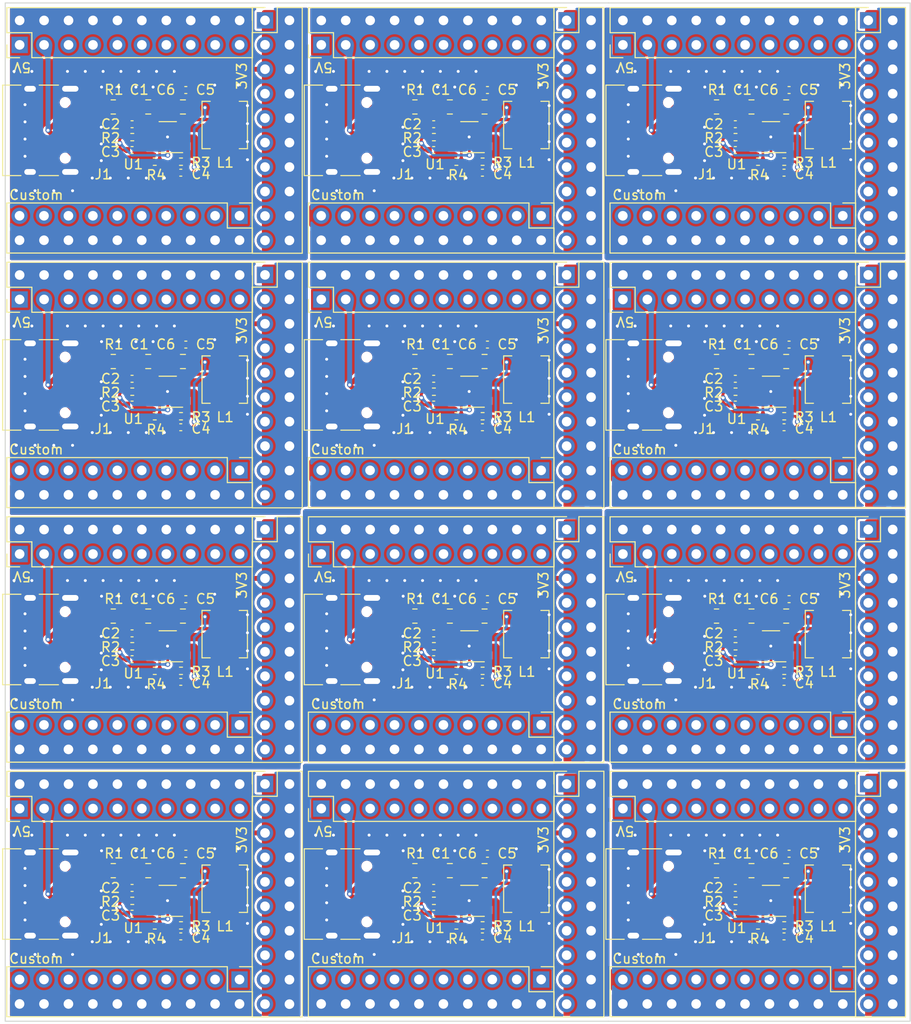
<source format=kicad_pcb>
(kicad_pcb (version 20221018) (generator pcbnew)
  (layers (0 "F.Cu" signal) (31 "B.Cu" signal) (34 "B.Paste" user) (35 "F.Paste" user) (36 "B.SilkS" user "B.Silkscreen") (37 "F.SilkS" user "F.Silkscreen") (38 "B.Mask" user) (39 "F.Mask" user) (44 "Edge.Cuts" user))
  (net 0 "")
  (net 1 "Board_0-+3V3")
  (net 2 "Board_0-+5V")
  (net 3 "Board_0-GND")
  (net 4 "Board_0-Net-(U1-EN)")
  (net 5 "Board_0-Net-(U1-FB)")
  (net 6 "Board_0-Net-(U1-IN)")
  (net 7 "Board_0-Net-(U1-LX)")
  (net 8 "Board_0-VCC")
  (net 9 "Board_0-unconnected-(J1-CC1-PadA5)")
  (net 10 "Board_0-unconnected-(J1-CC2-PadB5)")
  (net 11 "Board_0-unconnected-(J1-D+-PadA6)")
  (net 12 "Board_0-unconnected-(J1-D+-PadB6)")
  (net 13 "Board_0-unconnected-(J1-D--PadA7)")
  (net 14 "Board_0-unconnected-(J1-D--PadB7)")
  (net 15 "Board_0-unconnected-(J1-SBU1-PadA8)")
  (net 16 "Board_0-unconnected-(J1-SBU2-PadB8)")
  (net 17 "Board_1-+3V3")
  (net 18 "Board_1-+5V")
  (net 19 "Board_1-GND")
  (net 20 "Board_1-Net-(U1-EN)")
  (net 21 "Board_1-Net-(U1-FB)")
  (net 22 "Board_1-Net-(U1-IN)")
  (net 23 "Board_1-Net-(U1-LX)")
  (net 24 "Board_1-VCC")
  (net 25 "Board_1-unconnected-(J1-CC1-PadA5)")
  (net 26 "Board_1-unconnected-(J1-CC2-PadB5)")
  (net 27 "Board_1-unconnected-(J1-D+-PadA6)")
  (net 28 "Board_1-unconnected-(J1-D+-PadB6)")
  (net 29 "Board_1-unconnected-(J1-D--PadA7)")
  (net 30 "Board_1-unconnected-(J1-D--PadB7)")
  (net 31 "Board_1-unconnected-(J1-SBU1-PadA8)")
  (net 32 "Board_1-unconnected-(J1-SBU2-PadB8)")
  (net 33 "Board_2-+3V3")
  (net 34 "Board_2-+5V")
  (net 35 "Board_2-GND")
  (net 36 "Board_2-Net-(U1-EN)")
  (net 37 "Board_2-Net-(U1-FB)")
  (net 38 "Board_2-Net-(U1-IN)")
  (net 39 "Board_2-Net-(U1-LX)")
  (net 40 "Board_2-VCC")
  (net 41 "Board_2-unconnected-(J1-CC1-PadA5)")
  (net 42 "Board_2-unconnected-(J1-CC2-PadB5)")
  (net 43 "Board_2-unconnected-(J1-D+-PadA6)")
  (net 44 "Board_2-unconnected-(J1-D+-PadB6)")
  (net 45 "Board_2-unconnected-(J1-D--PadA7)")
  (net 46 "Board_2-unconnected-(J1-D--PadB7)")
  (net 47 "Board_2-unconnected-(J1-SBU1-PadA8)")
  (net 48 "Board_2-unconnected-(J1-SBU2-PadB8)")
  (net 49 "Board_3-+3V3")
  (net 50 "Board_3-+5V")
  (net 51 "Board_3-GND")
  (net 52 "Board_3-Net-(U1-EN)")
  (net 53 "Board_3-Net-(U1-FB)")
  (net 54 "Board_3-Net-(U1-IN)")
  (net 55 "Board_3-Net-(U1-LX)")
  (net 56 "Board_3-VCC")
  (net 57 "Board_3-unconnected-(J1-CC1-PadA5)")
  (net 58 "Board_3-unconnected-(J1-CC2-PadB5)")
  (net 59 "Board_3-unconnected-(J1-D+-PadA6)")
  (net 60 "Board_3-unconnected-(J1-D+-PadB6)")
  (net 61 "Board_3-unconnected-(J1-D--PadA7)")
  (net 62 "Board_3-unconnected-(J1-D--PadB7)")
  (net 63 "Board_3-unconnected-(J1-SBU1-PadA8)")
  (net 64 "Board_3-unconnected-(J1-SBU2-PadB8)")
  (net 65 "Board_4-+3V3")
  (net 66 "Board_4-+5V")
  (net 67 "Board_4-GND")
  (net 68 "Board_4-Net-(U1-EN)")
  (net 69 "Board_4-Net-(U1-FB)")
  (net 70 "Board_4-Net-(U1-IN)")
  (net 71 "Board_4-Net-(U1-LX)")
  (net 72 "Board_4-VCC")
  (net 73 "Board_4-unconnected-(J1-CC1-PadA5)")
  (net 74 "Board_4-unconnected-(J1-CC2-PadB5)")
  (net 75 "Board_4-unconnected-(J1-D+-PadA6)")
  (net 76 "Board_4-unconnected-(J1-D+-PadB6)")
  (net 77 "Board_4-unconnected-(J1-D--PadA7)")
  (net 78 "Board_4-unconnected-(J1-D--PadB7)")
  (net 79 "Board_4-unconnected-(J1-SBU1-PadA8)")
  (net 80 "Board_4-unconnected-(J1-SBU2-PadB8)")
  (net 81 "Board_5-+3V3")
  (net 82 "Board_5-+5V")
  (net 83 "Board_5-GND")
  (net 84 "Board_5-Net-(U1-EN)")
  (net 85 "Board_5-Net-(U1-FB)")
  (net 86 "Board_5-Net-(U1-IN)")
  (net 87 "Board_5-Net-(U1-LX)")
  (net 88 "Board_5-VCC")
  (net 89 "Board_5-unconnected-(J1-CC1-PadA5)")
  (net 90 "Board_5-unconnected-(J1-CC2-PadB5)")
  (net 91 "Board_5-unconnected-(J1-D+-PadA6)")
  (net 92 "Board_5-unconnected-(J1-D+-PadB6)")
  (net 93 "Board_5-unconnected-(J1-D--PadA7)")
  (net 94 "Board_5-unconnected-(J1-D--PadB7)")
  (net 95 "Board_5-unconnected-(J1-SBU1-PadA8)")
  (net 96 "Board_5-unconnected-(J1-SBU2-PadB8)")
  (net 97 "Board_6-+3V3")
  (net 98 "Board_6-+5V")
  (net 99 "Board_6-GND")
  (net 100 "Board_6-Net-(U1-EN)")
  (net 101 "Board_6-Net-(U1-FB)")
  (net 102 "Board_6-Net-(U1-IN)")
  (net 103 "Board_6-Net-(U1-LX)")
  (net 104 "Board_6-VCC")
  (net 105 "Board_6-unconnected-(J1-CC1-PadA5)")
  (net 106 "Board_6-unconnected-(J1-CC2-PadB5)")
  (net 107 "Board_6-unconnected-(J1-D+-PadA6)")
  (net 108 "Board_6-unconnected-(J1-D+-PadB6)")
  (net 109 "Board_6-unconnected-(J1-D--PadA7)")
  (net 110 "Board_6-unconnected-(J1-D--PadB7)")
  (net 111 "Board_6-unconnected-(J1-SBU1-PadA8)")
  (net 112 "Board_6-unconnected-(J1-SBU2-PadB8)")
  (net 113 "Board_7-+3V3")
  (net 114 "Board_7-+5V")
  (net 115 "Board_7-GND")
  (net 116 "Board_7-Net-(U1-EN)")
  (net 117 "Board_7-Net-(U1-FB)")
  (net 118 "Board_7-Net-(U1-IN)")
  (net 119 "Board_7-Net-(U1-LX)")
  (net 120 "Board_7-VCC")
  (net 121 "Board_7-unconnected-(J1-CC1-PadA5)")
  (net 122 "Board_7-unconnected-(J1-CC2-PadB5)")
  (net 123 "Board_7-unconnected-(J1-D+-PadA6)")
  (net 124 "Board_7-unconnected-(J1-D+-PadB6)")
  (net 125 "Board_7-unconnected-(J1-D--PadA7)")
  (net 126 "Board_7-unconnected-(J1-D--PadB7)")
  (net 127 "Board_7-unconnected-(J1-SBU1-PadA8)")
  (net 128 "Board_7-unconnected-(J1-SBU2-PadB8)")
  (net 129 "Board_8-+3V3")
  (net 130 "Board_8-+5V")
  (net 131 "Board_8-GND")
  (net 132 "Board_8-Net-(U1-EN)")
  (net 133 "Board_8-Net-(U1-FB)")
  (net 134 "Board_8-Net-(U1-IN)")
  (net 135 "Board_8-Net-(U1-LX)")
  (net 136 "Board_8-VCC")
  (net 137 "Board_8-unconnected-(J1-CC1-PadA5)")
  (net 138 "Board_8-unconnected-(J1-CC2-PadB5)")
  (net 139 "Board_8-unconnected-(J1-D+-PadA6)")
  (net 140 "Board_8-unconnected-(J1-D+-PadB6)")
  (net 141 "Board_8-unconnected-(J1-D--PadA7)")
  (net 142 "Board_8-unconnected-(J1-D--PadB7)")
  (net 143 "Board_8-unconnected-(J1-SBU1-PadA8)")
  (net 144 "Board_8-unconnected-(J1-SBU2-PadB8)")
  (net 145 "Board_9-+3V3")
  (net 146 "Board_9-+5V")
  (net 147 "Board_9-GND")
  (net 148 "Board_9-Net-(U1-EN)")
  (net 149 "Board_9-Net-(U1-FB)")
  (net 150 "Board_9-Net-(U1-IN)")
  (net 151 "Board_9-Net-(U1-LX)")
  (net 152 "Board_9-VCC")
  (net 153 "Board_9-unconnected-(J1-CC1-PadA5)")
  (net 154 "Board_9-unconnected-(J1-CC2-PadB5)")
  (net 155 "Board_9-unconnected-(J1-D+-PadA6)")
  (net 156 "Board_9-unconnected-(J1-D+-PadB6)")
  (net 157 "Board_9-unconnected-(J1-D--PadA7)")
  (net 158 "Board_9-unconnected-(J1-D--PadB7)")
  (net 159 "Board_9-unconnected-(J1-SBU1-PadA8)")
  (net 160 "Board_9-unconnected-(J1-SBU2-PadB8)")
  (net 161 "Board_10-+3V3")
  (net 162 "Board_10-+5V")
  (net 163 "Board_10-GND")
  (net 164 "Board_10-Net-(U1-EN)")
  (net 165 "Board_10-Net-(U1-FB)")
  (net 166 "Board_10-Net-(U1-IN)")
  (net 167 "Board_10-Net-(U1-LX)")
  (net 168 "Board_10-VCC")
  (net 169 "Board_10-unconnected-(J1-CC1-PadA5)")
  (net 170 "Board_10-unconnected-(J1-CC2-PadB5)")
  (net 171 "Board_10-unconnected-(J1-D+-PadA6)")
  (net 172 "Board_10-unconnected-(J1-D+-PadB6)")
  (net 173 "Board_10-unconnected-(J1-D--PadA7)")
  (net 174 "Board_10-unconnected-(J1-D--PadB7)")
  (net 175 "Board_10-unconnected-(J1-SBU1-PadA8)")
  (net 176 "Board_10-unconnected-(J1-SBU2-PadB8)")
  (net 177 "Board_11-+3V3")
  (net 178 "Board_11-+5V")
  (net 179 "Board_11-GND")
  (net 180 "Board_11-Net-(U1-EN)")
  (net 181 "Board_11-Net-(U1-FB)")
  (net 182 "Board_11-Net-(U1-IN)")
  (net 183 "Board_11-Net-(U1-LX)")
  (net 184 "Board_11-VCC")
  (net 185 "Board_11-unconnected-(J1-CC1-PadA5)")
  (net 186 "Board_11-unconnected-(J1-CC2-PadB5)")
  (net 187 "Board_11-unconnected-(J1-D+-PadA6)")
  (net 188 "Board_11-unconnected-(J1-D+-PadB6)")
  (net 189 "Board_11-unconnected-(J1-D--PadA7)")
  (net 190 "Board_11-unconnected-(J1-D--PadB7)")
  (net 191 "Board_11-unconnected-(J1-SBU1-PadA8)")
  (net 192 "Board_11-unconnected-(J1-SBU2-PadB8)")
  (footprint "Package_TO_SOT_SMD:SOT-23-5_HandSoldering" (layer "F.Cu") (at 149.7166 33.9386 180)
    (fp_text reference "U1")
    (fp_text value "ETA3409S2F" hide)
  )
  (footprint "Resistor_SMD:R_0805_2012Metric" (layer "F.Cu") (at 112.7126 57.2452)
    (fp_text reference "R1")
    (fp_text value "0(1%)" hide)
  )
  (footprint "Connector_PinHeader_2.54mm:PinHeader_2x10_P2.54mm_Vertical" (layer "F.Cu") (at 125.8332 94.9912 -90)
    (fp_text reference "Custom")
    (fp_text value "Custom" hide)
  )
  (footprint "Capacitor_SMD:C_0402_1005Metric" (layer "F.Cu") (at 120.2512 55.488 180)
    (fp_text reference "C5")
    (fp_text value "100nF/10V(5%)" hide)
  )
  (footprint "Package_TO_SOT_SMD:SOT-23-5_HandSoldering" (layer "F.Cu") (at 181.0602 113.2628 180)
    (fp_text reference "U1")
    (fp_text value "ETA3409S2F" hide)
  )
  (footprint "Capacitor_SMD:C_0402_1005Metric" (layer "F.Cu") (at 182.4156 64.0732 180)
    (fp_text reference "C4")
    (fp_text value "22pF/50V(5%)" hide)
  )
  (footprint "Capacitor_SMD:C_0402_1005Metric" (layer "F.Cu") (at 177.353 35.2786)
    (fp_text reference "C3")
    (fp_text value "1uF/16V(10%)(NC)" hide)
  )
  (footprint "Capacitor_SMD:C_0402_1005Metric" (layer "F.Cu") (at 119.7284 37.6318 180)
    (fp_text reference "C4")
    (fp_text value "22pF/50V(5%)" hide)
  )
  (footprint "Capacitor_SMD:C_0805_2012Metric" (layer "F.Cu") (at 116.3448 57.2452)
    (fp_text reference "C1")
    (fp_text value "10uF/16V(10%)" hide)
  )
  (footprint "Connector_PinHeader_2.54mm:PinHeader_2x10_P2.54mm_Vertical" (layer "F.Cu") (at 134.3268 103.6826 90)
    (fp_text reference "5V")
    (fp_text value "5V" hide)
  )
  (footprint "Capacitor_SMD:C_0402_1005Metric" (layer "F.Cu") (at 151.5948 108.3708 180)
    (fp_text reference "C5")
    (fp_text value "100nF/10V(5%)" hide)
  )
  (footprint "Package_TO_SOT_SMD:SOT-23-5_HandSoldering" (layer "F.Cu") (at 118.373 86.8214 180)
    (fp_text reference "U1")
    (fp_text value "ETA3409S2F" hide)
  )
  (footprint "Connector_PinHeader_2.54mm:PinHeader_2x10_P2.54mm_Vertical" (layer "F.Cu") (at 159.8234 21.8084)
    (fp_text reference "3V3")
    (fp_text value "3V3" hide)
  )
  (footprint "Inductor_SMD:L_Sunlord_MWSA0402S" (layer "F.Cu") (at 155.6374 32.6788 90)
    (fp_text reference "L1")
    (fp_text value "2.2uH(20%)" hide)
  )
  (footprint "Connector_PinHeader_2.54mm:PinHeader_2x10_P2.54mm_Vertical" (layer "F.Cu") (at 191.167 101.1326)
    (fp_text reference "3V3")
    (fp_text value "3V3" hide)
  )
  (footprint "Resistor_SMD:R_0402_1005Metric" (layer "F.Cu") (at 148.3666 36.4888 180)
    (fp_text reference "R4")
    (fp_text value "150K(1%)" hide)
  )
  (footprint "Connector_PinHeader_2.54mm:PinHeader_2x10_P2.54mm_Vertical" (layer "F.Cu") (at 165.6704 24.3584 90)
    (fp_text reference "5V")
    (fp_text value "5V" hide)
  )
  (footprint "Capacitor_SMD:C_0805_2012Metric" (layer "F.Cu") (at 119.9516 57.2452 180)
    (fp_text reference "C6")
    (fp_text value "10uF/16V(10%)" hide)
  )
  (footprint "Capacitor_SMD:C_0805_2012Metric" (layer "F.Cu") (at 147.6884 57.2452)
    (fp_text reference "C1")
    (fp_text value "10uF/16V(10%)" hide)
  )
  (footprint "Capacitor_SMD:C_0805_2012Metric" (layer "F.Cu") (at 179.032 30.8038)
    (fp_text reference "C1")
    (fp_text value "10uF/16V(10%)" hide)
  )
  (footprint "Capacitor_SMD:C_0805_2012Metric" (layer "F.Cu") (at 119.9516 30.8038 180)
    (fp_text reference "C6")
    (fp_text value "10uF/16V(10%)" hide)
  )
  (footprint "Resistor_SMD:R_0402_1005Metric" (layer "F.Cu") (at 117.023 89.3716 180)
    (fp_text reference "R4")
    (fp_text value "150K(1%)" hide)
  )
  (footprint "Resistor_SMD:R_0402_1005Metric" (layer "F.Cu") (at 151.092 36.4888 180)
    (fp_text reference "R3")
    (fp_text value "680K(1%)" hide)
  )
  (footprint "Connector_PinHeader_2.54mm:PinHeader_2x10_P2.54mm_Vertical" (layer "F.Cu") (at 102.9832 50.7998 90)
    (fp_text reference "5V")
    (fp_text value "5V" hide)
  )
  (footprint "Capacitor_SMD:C_0402_1005Metric" (layer "F.Cu") (at 151.5948 29.0466 180)
    (fp_text reference "C5")
    (fp_text value "100nF/10V(5%)" hide)
  )
  (footprint "Resistor_SMD:R_0402_1005Metric" (layer "F.Cu") (at 146.0294 86.8214)
    (fp_text reference "R2")
    (fp_text value "10K(1%)" hide)
  )
  (footprint "Package_TO_SOT_SMD:SOT-23-5_HandSoldering" (layer "F.Cu") (at 149.7166 86.8214 180)
    (fp_text reference "U1")
    (fp_text value "ETA3409S2F" hide)
  )
  (footprint "Inductor_SMD:L_Sunlord_MWSA0402S" (layer "F.Cu") (at 186.981 85.5616 90)
    (fp_text reference "L1")
    (fp_text value "2.2uH(20%)" hide)
  )
  (footprint "Capacitor_SMD:C_0402_1005Metric" (layer "F.Cu") (at 146.0094 35.2786)
    (fp_text reference "C3")
    (fp_text value "1uF/16V(10%)(NC)" hide)
  )
  (footprint "Capacitor_SMD:C_0402_1005Metric" (layer "F.Cu") (at 114.6658 61.72)
    (fp_text reference "C3")
    (fp_text value "1uF/16V(10%)(NC)" hide)
  )
  (footprint "Capacitor_SMD:C_0402_1005Metric" (layer "F.Cu") (at 177.353 32.5986 180)
    (fp_text reference "C2")
    (fp_text value "100nF/16V(10%)" hide)
  )
  (footprint "Resistor_SMD:R_0402_1005Metric" (layer "F.Cu") (at 114.6858 113.2628)
    (fp_text reference "R2")
    (fp_text value "10K(1%)" hide)
  )
  (footprint "Connector_PinHeader_2.54mm:PinHeader_2x10_P2.54mm_Vertical" (layer "F.Cu") (at 128.4798 21.8084)
    (fp_text reference "3V3")
    (fp_text value "3V3" hide)
  )
  (footprint "Capacitor_SMD:C_0805_2012Metric" (layer "F.Cu") (at 147.6884 110.128)
    (fp_text reference "C1")
    (fp_text value "10uF/16V(10%)" hide)
  )
  (footprint "Connector_PinHeader_2.54mm:PinHeader_2x10_P2.54mm_Vertical" (layer "F.Cu") (at 188.5204 42.1084 -90)
    (fp_text reference "Custom")
    (fp_text value "Custom" hide)
  )
  (footprint "Resistor_SMD:R_0805_2012Metric" (layer "F.Cu") (at 175.3998 110.128)
    (fp_text reference "R1")
    (fp_text value "0(1%)" hide)
  )
  (footprint "Connector_PinHeader_2.54mm:PinHeader_2x10_P2.54mm_Vertical" (layer "F.Cu") (at 102.9832 77.2412 90)
    (fp_text reference "5V")
    (fp_text value "5V" hide)
  )
  (footprint "Capacitor_SMD:C_0402_1005Metric" (layer "F.Cu") (at 146.0094 114.6028)
    (fp_text reference "C3")
    (fp_text value "1uF/16V(10%)(NC)" hide)
  )
  (footprint "Package_TO_SOT_SMD:SOT-23-5_HandSoldering" (layer "F.Cu") (at 181.0602 33.9386 180)
    (fp_text reference "U1")
    (fp_text value "ETA3409S2F" hide)
  )
  (footprint "Package_TO_SOT_SMD:SOT-23-5_HandSoldering" (layer "F.Cu") (at 118.373 33.9386 180)
    (fp_text reference "U1")
    (fp_text value "ETA3409S2F" hide)
  )
  (footprint "Resistor_SMD:R_0805_2012Metric" (layer "F.Cu") (at 112.7126 30.8038)
    (fp_text reference "R1")
    (fp_text value "0(1%)" hide)
  )
  (footprint "Capacitor_SMD:C_0402_1005Metric" (layer "F.Cu") (at 182.9384 29.0466 180)
    (fp_text reference "C5")
    (fp_text value "100nF/10V(5%)" hide)
  )
  (footprint "Resistor_SMD:R_0402_1005Metric" (layer "F.Cu") (at 151.092 89.3716 180)
    (fp_text reference "R3")
    (fp_text value "680K(1%)" hide)
  )
  (footprint "Capacitor_SMD:C_0805_2012Metric" (layer "F.Cu") (at 179.032 83.6866)
    (fp_text reference "C1")
    (fp_text value "10uF/16V(10%)" hide)
  )
  (footprint "Capacitor_SMD:C_0402_1005Metric" (layer "F.Cu") (at 146.0094 88.1614)
    (fp_text reference "C3")
    (fp_text value "1uF/16V(10%)(NC)" hide)
  )
  (footprint "Connector_PinHeader_2.54mm:PinHeader_2x10_P2.54mm_Vertical" (layer "F.Cu") (at 191.167 48.2498)
    (fp_text reference "3V3")
    (fp_text value "3V3" hide)
  )
  (footprint "Connector_USB:USB_C_Receptacle_HRO_TYPE-C-31-M-12" (layer "F.Cu") (at 105.1168 112.5576 -90)
    (fp_text reference "J1")
    (fp_text value "USB_C_Receptacle_USB2.0" hide)
  )
  (footprint "Resistor_SMD:R_0402_1005Metric" (layer "F.Cu") (at 119.7484 36.4888 180)
    (fp_text reference "R3")
    (fp_text value "680K(1%)" hide)
  )
  (footprint "Capacitor_SMD:C_0402_1005Metric" (layer "F.Cu") (at 151.072 37.6318 180)
    (fp_text reference "C4")
    (fp_text value "22pF/50V(5%)" hide)
  )
  (footprint "Capacitor_SMD:C_0402_1005Metric" (layer "F.Cu") (at 146.0094 61.72)
    (fp_text reference "C3")
    (fp_text value "1uF/16V(10%)(NC)" hide)
  )
  (footprint "Resistor_SMD:R_0805_2012Metric" (layer "F.Cu") (at 175.3998 30.8038)
    (fp_text reference "R1")
    (fp_text value "0(1%)" hide)
  )
  (footprint "Capacitor_SMD:C_0805_2012Metric" (layer "F.Cu") (at 147.6884 30.8038)
    (fp_text reference "C1")
    (fp_text value "10uF/16V(10%)" hide)
  )
  (footprint "Capacitor_SMD:C_0402_1005Metric" (layer "F.Cu") (at 119.7284 64.0732 180)
    (fp_text reference "C4")
    (fp_text value "22pF/50V(5%)" hide)
  )
  (footprint "Inductor_SMD:L_Sunlord_MWSA0402S" (layer "F.Cu") (at 186.981 32.6788 90)
    (fp_text reference "L1")
    (fp_text value "2.2uH(20%)" hide)
  )
  (footprint "Capacitor_SMD:C_0402_1005Metric" (layer "F.Cu") (at 151.5948 55.488 180)
    (fp_text reference "C5")
    (fp_text value "100nF/10V(5%)" hide)
  )
  (footprint "Connector_PinHeader_2.54mm:PinHeader_2x10_P2.54mm_Vertical" (layer "F.Cu") (at 165.6704 103.6826 90)
    (fp_text reference "5V")
    (fp_text value "5V" hide)
  )
  (footprint "Connector_PinHeader_2.54mm:PinHeader_2x10_P2.54mm_Vertical" (layer "F.Cu") (at 125.8332 42.1084 -90)
    (fp_text reference "Custom")
    (fp_text value "Custom" hide)
  )
  (footprint "Resistor_SMD:R_0805_2012Metric" (layer "F.Cu") (at 175.3998 83.6866)
    (fp_text reference "R1")
    (fp_text value "0(1%)" hide)
  )
  (footprint "Capacitor_SMD:C_0402_1005Metric" (layer "F.Cu") (at 182.9384 55.488 180)
    (fp_text reference "C5")
    (fp_text value "100nF/10V(5%)" hide)
  )
  (footprint "Capacitor_SMD:C_0402_1005Metric" (layer "F.Cu") (at 120.2512 108.3708 180)
    (fp_text reference "C5")
    (fp_text value "100nF/10V(5%)" hide)
  )
  (footprint "Capacitor_SMD:C_0805_2012Metric" (layer "F.Cu") (at 116.3448 83.6866)
    (fp_text reference "C1")
    (fp_text value "10uF/16V(10%)" hide)
  )
  (footprint "Connector_PinHeader_2.54mm:PinHeader_2x10_P2.54mm_Vertical" (layer "F.Cu") (at 157.1768 121.4326 -90)
    (fp_text reference "Custom")
    (fp_text value "Custom" hide)
  )
  (footprint "Connector_PinHeader_2.54mm:PinHeader_2x10_P2.54mm_Vertical" (layer "F.Cu") (at 128.4798 74.6912)
    (fp_text reference "3V3")
    (fp_text value "3V3" hide)
  )
  (footprint "Connector_PinHeader_2.54mm:PinHeader_2x10_P2.54mm_Vertical" (layer "F.Cu") (at 157.1768 42.1084 -90)
    (fp_text reference "Custom")
    (fp_text value "Custom" hide)
  )
  (footprint "Inductor_SMD:L_Sunlord_MWSA0402S" (layer "F.Cu") (at 124.2938 32.6788 90)
    (fp_text reference "L1")
    (fp_text value "2.2uH(20%)" hide)
  )
  (footprint "Connector_PinHeader_2.54mm:PinHeader_2x10_P2.54mm_Vertical" (layer "F.Cu") (at 165.6704 50.7998 90)
    (fp_text reference "5V")
    (fp_text value "5V" hide)
  )
  (footprint "Resistor_SMD:R_0402_1005Metric" (layer "F.Cu") (at 117.023 36.4888 180)
    (fp_text reference "R4")
    (fp_text value "150K(1%)" hide)
  )
  (footprint "Capacitor_SMD:C_0805_2012Metric" (layer "F.Cu") (at 151.2952 57.2452 180)
    (fp_text reference "C6")
    (fp_text value "10uF/16V(10%)" hide)
  )
  (footprint "Capacitor_SMD:C_0402_1005Metric" (layer "F.Cu") (at 146.0094 111.9228 180)
    (fp_text reference "C2")
    (fp_text value "100nF/16V(10%)" hide)
  )
  (footprint "Connector_USB:USB_C_Receptacle_HRO_TYPE-C-31-M-12" (layer "F.Cu") (at 136.4604 33.2334 -90)
    (fp_text reference "J1")
    (fp_text value "USB_C_Receptacle_USB2.0" hide)
  )
  (footprint "Connector_USB:USB_C_Receptacle_HRO_TYPE-C-31-M-12" (layer "F.Cu") (at 136.4604 112.5576 -90)
    (fp_text reference "J1")
    (fp_text value "USB_C_Receptacle_USB2.0" hide)
  )
  (footprint "Capacitor_SMD:C_0402_1005Metric" (layer "F.Cu") (at 182.9384 81.9294 180)
    (fp_text reference "C5")
    (fp_text value "100nF/10V(5%)" hide)
  )
  (footprint "Capacitor_SMD:C_0805_2012Metric" (layer "F.Cu") (at 179.032 110.128)
    (fp_text reference "C1")
    (fp_text value "10uF/16V(10%)" hide)
  )
  (footprint "Resistor_SMD:R_0402_1005Metric" (layer "F.Cu") (at 177.373 113.2628)
    (fp_text reference "R2")
    (fp_text value "10K(1%)" hide)
  )
  (footprint "Capacitor_SMD:C_0805_2012Metric" (layer "F.Cu") (at 119.9516 83.6866 180)
    (fp_text reference "C6")
    (fp_text value "10uF/16V(10%)" hide)
  )
  (footprint "Connector_USB:USB_C_Receptacle_HRO_TYPE-C-31-M-12" (layer "F.Cu") (at 136.4604 59.6748 -90)
    (fp_text reference "J1")
    (fp_text value "USB_C_Receptacle_USB2.0" hide)
  )
  (footprint "Capacitor_SMD:C_0402_1005Metric" (layer "F.Cu") (at 177.353 88.1614)
    (fp_text reference "C3")
    (fp_text value "1uF/16V(10%)(NC)" hide)
  )
  (footprint "Capacitor_SMD:C_0805_2012Metric" (layer "F.Cu") (at 116.3448 110.128)
    (fp_text reference "C1")
    (fp_text value "10uF/16V(10%)" hide)
  )
  (footprint "Capacitor_SMD:C_0402_1005Metric" (layer "F.Cu") (at 151.072 116.956 180)
    (fp_text reference "C4")
    (fp_text value "22pF/50V(5%)" hide)
  )
  (footprint "Resistor_SMD:R_0402_1005Metric" (layer "F.Cu") (at 179.7102 36.4888 180)
    (fp_text reference "R4")
    (fp_text value "150K(1%)" hide)
  )
  (footprint "Connector_PinHeader_2.54mm:PinHeader_2x10_P2.54mm_Vertical" (layer "F.Cu") (at 134.3268 24.3584 90)
    (fp_text reference "5V")
    (fp_text value "5V" hide)
  )
  (footprint "Capacitor_SMD:C_0402_1005Metric" (layer "F.Cu") (at 177.353 85.4814 180)
    (fp_text reference "C2")
    (fp_text value "100nF/16V(10%)" hide)
  )
  (footprint "Connector_PinHeader_2.54mm:PinHeader_2x10_P2.54mm_Vertical" (layer "F.Cu") (at 134.3268 50.7998 90)
    (fp_text reference "5V")
    (fp_text value "5V" hide)
  )
  (footprint "Resistor_SMD:R_0402_1005Metric" (layer "F.Cu") (at 182.4356 62.9302 180)
    (fp_text reference "R3")
    (fp_text value "680K(1%)" hide)
  )
  (footprint "Capacitor_SMD:C_0402_1005Metric" (layer "F.Cu") (at 177.353 59.04 180)
    (fp_text reference "C2")
    (fp_text value "100nF/16V(10%)" hide)
  )
  (footprint "Resistor_SMD:R_0805_2012Metric" (layer "F.Cu") (at 175.3998 57.2452)
    (fp_text reference "R1")
    (fp_text value "0(1%)" hide)
  )
  (footprint "Connector_USB:USB_C_Receptacle_HRO_TYPE-C-31-M-12" (layer "F.Cu") (at 105.1168 33.2334 -90)
    (fp_text reference "J1")
    (fp_text value "USB_C_Receptacle_USB2.0" hide)
  )
  (footprint "Capacitor_SMD:C_0402_1005Metric" (layer "F.Cu") (at 151.072 90.5146 180)
    (fp_text reference "C4")
    (fp_text value "22pF/50V(5%)" hide)
  )
  (footprint "Resistor_SMD:R_0402_1005Metric" (layer "F.Cu") (at 179.7102 62.9302 180)
    (fp_text reference "R4")
    (fp_text value "150K(1%)" hide)
  )
  (footprint "Capacitor_SMD:C_0805_2012Metric" (layer "F.Cu") (at 147.6884 83.6866)
    (fp_text reference "C1")
    (fp_text value "10uF/16V(10%)" hide)
  )
  (footprint "Capacitor_SMD:C_0402_1005Metric" (layer "F.Cu") (at 114.6658 114.6028)
    (fp_text reference "C3")
    (fp_text value "1uF/16V(10%)(NC)" hide)
  )
  (footprint "Connector_PinHeader_2.54mm:PinHeader_2x10_P2.54mm_Vertical" (layer "F.Cu") (at 157.1768 68.5498 -90)
    (fp_text reference "Custom")
    (fp_text value "Custom" hide)
  )
  (footprint "Resistor_SMD:R_0402_1005Metric" (layer "F.Cu") (at 151.092 115.813 180)
    (fp_text reference "R3")
    (fp_text value "680K(1%)" hide)
  )
  (footprint "Resistor_SMD:R_0402_1005Metric" (layer "F.Cu") (at 117.023 62.9302 180)
    (fp_text reference "R4")
    (fp_text value "150K(1%)" hide)
  )
  (footprint "Resistor_SMD:R_0805_2012Metric" (layer "F.Cu") (at 112.7126 83.6866)
    (fp_text reference "R1")
    (fp_text value "0(1%)" hide)
  )
  (footprint "Connector_USB:USB_C_Receptacle_HRO_TYPE-C-31-M-12" (layer "F.Cu") (at 167.804 86.1162 -90)
    (fp_text reference "J1")
    (fp_text value "USB_C_Receptacle_USB2.0" hide)
  )
  (footprint "Resistor_SMD:R_0402_1005Metric" (layer "F.Cu") (at 117.023 115.813 180)
    (fp_text reference "R4")
    (fp_text value "150K(1%)" hide)
  )
  (footprint "Capacitor_SMD:C_0402_1005Metric" (layer "F.Cu") (at 182.4156 90.5146 180)
    (fp_text reference "C4")
    (fp_text value "22pF/50V(5%)" hide)
  )
  (footprint "Resistor_SMD:R_0402_1005Metric" (layer "F.Cu") (at 114.6858 60.38)
    (fp_text reference "R2")
    (fp_text value "10K(1%)" hide)
  )
  (footprint "Capacitor_SMD:C_0402_1005Metric" (layer "F.Cu") (at 120.2512 29.0466 180)
    (fp_text reference "C5")
    (fp_text value "100nF/10V(5%)" hide)
  )
  (footprint "Capacitor_SMD:C_0402_1005Metric" (layer "F.Cu") (at 114.6658 85.4814 180)
    (fp_text reference "C2")
    (fp_text value "100nF/16V(10%)" hide)
  )
  (footprint "Connector_PinHeader_2.54mm:PinHeader_2x10_P2.54mm_Vertical" (layer "F.Cu") (at 188.5204 94.9912 -90)
    (fp_text reference "Custom")
    (fp_text value "Custom" hide)
  )
  (footprint "Connector_PinHeader_2.54mm:PinHeader_2x10_P2.54mm_Vertical" (layer "F.Cu") (at 102.9832 103.6826 90)
    (fp_text reference "5V")
    (fp_text value "5V" hide)
  )
  (footprint "Capacitor_SMD:C_0805_2012Metric" (layer "F.Cu") (at 182.6388 110.128 180)
    (fp_text reference "C6")
    (fp_text value "10uF/16V(10%)" hide)
  )
  (footprint "Package_TO_SOT_SMD:SOT-23-5_HandSoldering" (layer "F.Cu") (at 118.373 60.38 180)
    (fp_text reference "U1")
    (fp_text value "ETA3409S2F" hide)
  )
  (footprint "Capacitor_SMD:C_0402_1005Metric" (layer "F.Cu") (at 114.6658 88.1614)
    (fp_text reference "C3")
    (fp_text value "1uF/16V(10%)(NC)" hide)
  )
  (footprint "Inductor_SMD:L_Sunlord_MWSA0402S" (layer "F.Cu") (at 155.6374 85.5616 90)
    (fp_text reference "L1")
    (fp_text value "2.2uH(20%)" hide)
  )
  (footprint "Resistor_SMD:R_0402_1005Metric" (layer "F.Cu") (at 151.092 62.9302 180)
    (fp_text reference "R3")
    (fp_text value "680K(1%)" hide)
  )
  (footprint "Capacitor_SMD:C_0805_2012Metric" (layer "F.Cu") (at 116.3448 30.8038)
    (fp_text reference "C1")
    (fp_text value "10uF/16V(10%)" hide)
  )
  (footprint "Resistor_SMD:R_0805_2012Metric" (layer "F.Cu") (at 144.0562 57.2452)
    (fp_text reference "R1")
    (fp_text value "0(1%)" hide)
  )
  (footprint "Connector_PinHeader_2.54mm:PinHeader_2x10_P2.54mm_Vertical" (layer "F.Cu") (at 128.4798 48.2498)
    (fp_text reference "3V3")
    (fp_text value "3V3" hide)
  )
  (footprint "Capacitor_SMD:C_0805_2012Metric" (layer "F.Cu") (at 182.6388 83.6866 180)
    (fp_text reference "C6")
    (fp_text value "10uF/16V(10%)" hide)
  )
  (footprint "Capacitor_SMD:C_0402_1005Metric" (layer "F.Cu") (at 182.4156 116.956 180)
    (fp_text reference "C4")
    (fp_text value "22pF/50V(5%)" hide)
  )
  (footprint "Capacitor_SMD:C_0805_2012Metric" (layer "F.Cu") (at 179.032 57.2452)
    (fp_text reference "C1")
    (fp_text value "10uF/16V(10%)" hide)
  )
  (footprint "Resistor_SMD:R_0402_1005Metric" (layer "F.Cu") (at 114.6858 33.9386)
    (fp_text reference "R2")
    (fp_text value "10K(1%)" hide)
  )
  (footprint "Capacitor_SMD:C_0805_2012Metric" (layer "F.Cu") (at 182.6388 30.8038 180)
    (fp_text reference "C6")
    (fp_text value "10uF/16V(10%)" hide)
  )
  (footprint "Connector_PinHeader_2.54mm:PinHeader_2x10_P2.54mm_Vertical" (layer "F.Cu") (at 188.5204 68.5498 -90)
    (fp_text reference "Custom")
    (fp_text value "Custom" hide)
  )
  (footprint "Capacitor_SMD:C_0402_1005Metric" (layer "F.Cu") (at 177.353 111.9228 180)
    (fp_text reference "C2")
    (fp_text value "100nF/16V(10%)" hide)
  )
  (footprint "Resistor_SMD:R_0402_1005Metric" (layer "F.Cu") (at 146.0294 60.38)
    (fp_text reference "R2")
    (fp_text value "10K(1%)" hide)
  )
  (footprint "Inductor_SMD:L_Sunlord_MWSA0402S" (layer "F.Cu") (at 124.2938 112.003 90)
    (fp_text reference "L1")
    (fp_text value "2.2uH(20%)" hide)
  )
  (footprint "Resistor_SMD:R_0402_1005Metric" (layer "F.Cu") (at 119.7484 115.813 180)
    (fp_text reference "R3")
    (fp_text value "680K(1%)" hide)
  )
  (footprint "Connector_USB:USB_C_Receptacle_HRO_TYPE-C-31-M-12" (layer "F.Cu") (at 167.804 59.6748 -90)
    (fp_text reference "J1")
    (fp_text value "USB_C_Receptacle_USB2.0" hide)
  )
  (footprint "Capacitor_SMD:C_0402_1005Metric" (layer "F.Cu") (at 151.072 64.0732 180)
    (fp_text reference "C4")
    (fp_text value "22pF/50V(5%)" hide)
  )
  (footprint "Package_TO_SOT_SMD:SOT-23-5_HandSoldering" (layer "F.Cu") (at 181.0602 60.38 180)
    (fp_text reference "U1")
    (fp_text value "ETA3409S2F" hide)
  )
  (footprint "Inductor_SMD:L_Sunlord_MWSA0402S" (layer "F.Cu") (at 155.6374 112.003 90)
    (fp_text reference "L1")
    (fp_text value "2.2uH(20%)" hide)
  )
  (footprint "Connector_PinHeader_2.54mm:PinHeader_2x10_P2.54mm_Vertical" (layer "F.Cu") (at 159.8234 101.1326)
    (fp_text reference "3V3")
    (fp_text value "3V3" hide)
  )
  (footprint "Connector_PinHeader_2.54mm:PinHeader_2x10_P2.54mm_Vertical" (layer "F.Cu") (at 165.6704 77.2412 90)
    (fp_text reference "5V")
    (fp_text value "5V" hide)
  )
  (footprint "Resistor_SMD:R_0402_1005Metric" (layer "F.Cu") (at 179.7102 89.3716 180)
    (fp_text reference "R4")
    (fp_text value "150K(1%)" hide)
  )
  (footprint "Resistor_SMD:R_0402_1005Metric" (layer "F.Cu") (at 182.4356 36.4888 180)
    (fp_text reference "R3")
    (fp_text value "680K(1%)" hide)
  )
  (footprint "Capacitor_SMD:C_0402_1005Metric" (layer "F.Cu") (at 120.2512 81.9294 180)
    (fp_text reference "C5")
    (fp_text value "100nF/10V(5%)" hide)
  )
  (footprint "Connector_USB:USB_C_Receptacle_HRO_TYPE-C-31-M-12" (layer "F.Cu") (at 136.4604 86.1162 -90)
    (fp_text reference "J1")
    (fp_text value "USB_C_Receptacle_USB2.0" hide)
  )
  (footprint "Package_TO_SOT_SMD:SOT-23-5_HandSoldering" (layer "F.Cu") (at 149.7166 113.2628 180)
    (fp_text reference "U1")
    (fp_text value "ETA3409S2F" hide)
  )
  (footprint "Resistor_SMD:R_0402_1005Metric" (layer "F.Cu") (at 148.3666 115.813 180)
    (fp_text reference "R4")
    (fp_text value "150K(1%)" hide)
  )
  (footprint "Capacitor_SMD:C_0402_1005Metric" (layer "F.Cu") (at 151.5948 81.9294 180)
    (fp_text reference "C5")
    (fp_text value "100nF/10V(5%)" hide)
  )
  (footprint "Inductor_SMD:L_Sunlord_MWSA0402S" (layer "F.Cu") (at 124.2938 85.5616 90)
    (fp_text reference "L1")
    (fp_text value "2.2uH(20%)" hide)
  )
  (footprint "Connector_PinHeader_2.54mm:PinHeader_2x10_P2.54mm_Vertical" (layer "F.Cu") (at 102.9832 24.3584 90)
    (fp_text reference "5V")
    (fp_text value "5V" hide)
  )
  (footprint "Package_TO_SOT_SMD:SOT-23-5_HandSoldering" (layer "F.Cu") (at 149.7166 60.38 180)
    (fp_text reference "U1")
    (fp_text value "ETA3409S2F" hide)
  )
  (footprint "Resistor_SMD:R_0402_1005Metric" (layer "F.Cu") (at 114.6858 86.8214)
    (fp_text reference "R2")
    (fp_text value "10K(1%)" hide)
  )
  (footprint "Capacitor_SMD:C_0402_1005Metric" (layer "F.Cu") (at 182.4156 37.6318 180)
    (fp_text reference "C4")
    (fp_text value "22pF/50V(5%)" hide)
  )
  (footprint "Connector_PinHeader_2.54mm:PinHeader_2x10_P2.54mm_Vertical" (layer "F.Cu") (at 157.1768 94.9912 -90)
    (fp_text reference "Custom")
    (fp_text value "Custom" hide)
  )
  (footprint "Capacitor_SMD:C_0402_1005Metric" (layer "F.Cu") (at 177.353 114.6028)
    (fp_text reference "C3")
    (fp_text value "1uF/16V(10%)(NC)" hide)
  )
  (footprint "Inductor_SMD:L_Sunlord_MWSA0402S" (layer "F.Cu") (at 124.2938 59.1202 90)
    (fp_text reference "L1")
    (fp_text value "2.2uH(20%)" hide)
  )
  (footprint "Resistor_SMD:R_0402_1005Metric" (layer "F.Cu") (at 182.4356 89.3716 180)
    (fp_text reference "R3")
    (fp_text value "680K(1%)" hide)
  )
  (footprint "Capacitor_SMD:C_0402_1005Metric" (layer "F.Cu") (at 114.6658 32.5986 180)
    (fp_text reference "C2")
    (fp_text value "100nF/16V(10%)" hide)
  )
  (footprint "Connector_PinHeader_2.54mm:PinHeader_2x10_P2.54mm_Vertical" (layer "F.Cu") (at 159.8234 48.2498)
    (fp_text reference "3V3")
    (fp_text value "3V3" hide)
  )
  (footprint "Resistor_SMD:R_0402_1005Metric" (layer "F.Cu") (at 182.4356 115.813 180)
    (fp_text reference "R3")
    (fp_text value "680K(1%)" hide)
  )
  (footprint "Capacitor_SMD:C_0402_1005Metric" (layer "F.Cu") (at 119.7284 116.956 180)
    (fp_text reference "C4")
    (fp_text value "22pF/50V(5%)" hide)
  )
  (footprint "Resistor_SMD:R_0402_1005Metric" (layer "F.Cu") (at 146.0294 33.9386)
    (fp_text reference "R2")
    (fp_text value "10K(1%)" hide)
  )
  (footprint "Capacitor_SMD:C_0402_1005Metric" (layer "F.Cu") (at 146.0094 85.4814 180)
    (fp_text reference "C2")
    (fp_text value "100nF/16V(10%)" hide)
  )
  (footprint "Connector_PinHeader_2.54mm:PinHeader_2x10_P2.54mm_Vertical" (layer "F.Cu") (at 134.3268 77.2412 90)
    (fp_text reference "5V")
    (fp_text value "5V" hide)
  )
  (footprint "Resistor_SMD:R_0402_1005Metric" (layer "F.Cu") (at 177.373 86.8214)
    (fp_text reference "R2")
    (fp_text value "10K(1%)" hide)
  )
  (footprint "Resistor_SMD:R_0805_2012Metric" (layer "F.Cu") (at 144.0562 83.6866)
    (fp_text reference "R1")
    (fp_text value "0(1%)" hide)
  )
  (footprint "Package_TO_SOT_SMD:SOT-23-5_HandSoldering" (layer "F.Cu") (at 118.373 113.2628 180)
    (fp_text reference "U1")
    (fp_text value "ETA3409S2F" hide)
  )
  (footprint "Resistor_SMD:R_0805_2012Metric" (layer "F.Cu") (at 144.0562 30.8038)
    (fp_text reference "R1")
    (fp_text value "0(1%)" hide)
  )
  (footprint "Connector_USB:USB_C_Receptacle_HRO_TYPE-C-31-M-12" (layer "F.Cu") (at 105.1168 86.1162 -90)
    (fp_text reference "J1")
    (fp_text value "USB_C_Receptacle_USB2.0" hide)
  )
  (footprint "Capacitor_SMD:C_0402_1005Metric" (layer "F.Cu") (at 114.6658 35.2786)
    (fp_text reference "C3")
    (fp_text value "1uF/16V(10%)(NC)" hide)
  )
  (footprint "Capacitor_SMD:C_0402_1005Metric" (layer "F.Cu") (at 114.6658 111.9228 180)
    (fp_text reference "C2")
    (fp_text value "100nF/16V(10%)" hide)
  )
  (footprint "Resistor_SMD:R_0402_1005Metric" (layer "F.Cu") (at 179.7102 115.813 180)
    (fp_text reference "R4")
    (fp_text value "150K(1%)" hide)
  )
  (footprint "Capacitor_SMD:C_0402_1005Metric" (layer "F.Cu") (at 146.0094 32.5986 180)
    (fp_text reference "C2")
    (fp_text value "100nF/16V(10%)" hide)
  )
  (footprint "Capacitor_SMD:C_0805_2012Metric" (layer "F.Cu") (at 151.2952 110.128 180)
    (fp_text reference "C6")
    (fp_text value "10uF/16V(10%)" hide)
  )
  (footprint "Connector_PinHeader_2.54mm:PinHeader_2x10_P2.54mm_Vertical" (layer "F.Cu") (at 188.5204 121.4326 -90)
    (fp_text reference "Custom")
    (fp_text value "Custom" hide)
  )
  (footprint "Capacitor_SMD:C_0402_1005Metric" (layer "F.Cu") (at 119.7284 90.5146 180)
    (fp_text reference "C4")
    (fp_text value "22pF/50V(5%)" hide)
  )
  (footprint "Capacitor_SMD:C_0805_2012Metric" (layer "F.Cu") (at 151.2952 30.8038 180)
    (fp_text reference "C6")
    (fp_text value "10uF/16V(10%)" hide)
  )
  (footprint "Capacitor_SMD:C_0805_2012Metric" (layer "F.Cu") (at 151.2952 83.6866 180)
    (fp_text reference "C6")
    (fp_text value "10uF/16V(10%)" hide)
  )
  (footprint "Package_TO_SOT_SMD:SOT-23-5_HandSoldering" (layer "F.Cu") (at 181.0602 86.8214 180)
    (fp_text reference "U1")
    (fp_text value "ETA3409S2F" hide)
  )
  (footprint "Capacitor_SMD:C_0402_1005Metric" (layer "F.Cu") (at 182.9384 108.3708 180)
    (fp_text reference "C5")
    (fp_text value "100nF/10V(5%)" hide)
  )
  (footprint "Resistor_SMD:R_0402_1005Metric" (layer "F.Cu") (at 177.373 33.9386)
    (fp_text reference "R2")
    (fp_text value "10K(1%)" hide)
  )
  (footprint "Resistor_SMD:R_0805_2012Metric" (layer "F.Cu") (at 112.7126 110.128)
    (fp_text reference "R1")
    (fp_text value "0(1%)" hide)
  )
  (footprint "Connector_PinHeader_2.54mm:PinHeader_2x10_P2.54mm_Vertical" (layer "F.Cu") (at 128.4798 101.1326)
    (fp_text reference "3V3")
    (fp_text value "3V3" hide)
  )
  (footprint "Resistor_SMD:R_0402_1005Metric" (layer "F.Cu") (at 146.0294 113.2628)
    (fp_text reference "R2")
    (fp_text value "10K(1%)" hide)
  )
  (footprint "Connector_USB:USB_C_Receptacle_HRO_TYPE-C-31-M-12" (layer "F.Cu") (at 167.804 112.5576 -90)
    (fp_text reference "J1")
    (fp_text value "USB_C_Receptacle_USB2.0" hide)
  )
  (footprint "Connector_PinHeader_2.54mm:PinHeader_2x10_P2.54mm_Vertical" (layer "F.Cu") (at 191.167 21.8084)
    (fp_text reference "3V3")
    (fp_text value "3V3" hide)
  )
  (footprint "Connector_PinHeader_2.54mm:PinHeader_2x10_P2.54mm_Vertical" (layer "F.Cu") (at 159.8234 74.6912)
    (fp_text reference "3V3")
    (fp_text value "3V3" hide)
  )
  (footprint "Resistor_SMD:R_0402_1005Metric" (layer "F.Cu") (at 177.373 60.38)
    (fp_text reference "R2")
    (fp_text value "10K(1%)" hide)
  )
  (footprint "Capacitor_SMD:C_0402_1005Metric" (layer "F.Cu") (at 177.353 61.72)
    (fp_text reference "C3")
    (fp_text value "1uF/16V(10%)(NC)" hide)
  )
  (footprint "Connector_USB:USB_C_Receptacle_HRO_TYPE-C-31-M-12" (layer "F.Cu") (at 167.804 33.2334 -90)
    (fp_text reference "J1")
    (fp_text value "USB_C_Receptacle_USB2.0" hide)
  )
  (footprint "Resistor_SMD:R_0402_1005Metric" (layer "F.Cu") (at 119.7484 89.3716 180)
    (fp_text reference "R3")
    (fp_text value "680K(1%)" hide)
  )
  (footprint "Capacitor_SMD:C_0402_1005Metric" (layer "F.Cu") (at 146.0094 59.04 180)
    (fp_text reference "C2")
    (fp_text value "100nF/16V(10%)" hide)
  )
  (footprint "Resistor_SMD:R_0402_1005Metric" (layer "F.Cu") (at 119.7484 62.9302 180)
    (fp_text reference "R3")
    (fp_text value "680K(1%)" hide)
  )
  (footprint "Capacitor_SMD:C_0805_2012Metric" (layer "F.Cu") (at 119.9516 110.128 180)
    (fp_text reference "C6")
    (fp_text value "10uF/16V(10%)" hide)
  )
  (footprint "Inductor_SMD:L_Sunlord_MWSA0402S" (layer "F.Cu") (at 186.981 112.003 90)
    (fp_text reference "L1")
    (fp_text value "2.2uH(20%)" hide)
  )
  (footprint "Capacitor_SMD:C_0402_1005Metric" (layer "F.Cu") (at 114.6658 59.04 180)
    (fp_text reference "C2")
    (fp_text value "100nF/16V(10%)" hide)
  )
  (footprint "Resistor_SMD:R_0402_1005Metric" (layer "F.Cu") (at 148.3666 62.9302 180)
    (fp_text reference "R4")
    (fp_text value "150K(1%)" hide)
  )
  (footprint "Connector_PinHeader_2.54mm:PinHeader_2x10_P2.54mm_Vertical" (layer "F.Cu") (at 125.8332 121.4326 -90)
    (fp_text reference "Custom")
    (fp_text value "Custom" hide)
  )
  (footprint "Connector_USB:USB_C_Receptacle_HRO_TYPE-C-31-M-12" (layer "F.Cu") (at 105.1168 59.6748 -90)
    (fp_text reference "J1")
    (fp_text value "USB_C_Receptacle_USB2.0" hide)
  )
  (footprint "Connector_PinHeader_2.54mm:PinHeader_2x10_P2.54mm_Vertical" (layer "F.Cu") (at 191.167 74.6912)
    (fp_text reference "3V3")
    (fp_text value "3V3" hide)
  )
  (footprint "Connector_PinHeader_2.54mm:PinHeader_2x10_P2.54mm_Vertical" (layer "F.Cu") (at 125.8332 68.5498 -90)
    (fp_text reference "Custom")
    (fp_text value "Custom" hide)
  )
  (footprint "Resistor_SMD:R_0805_2012Metric" (layer "F.Cu") (at 144.0562 110.128)
    (fp_text reference "R1")
    (fp_text value "0(1%)" hide)
  )
  (footprint "Inductor_SMD:L_Sunlord_MWSA0402S" (layer "F.Cu") (at 186.981 59.1202 90)
    (fp_text reference "L1")
    (fp_text value "2.2uH(20%)" hide)
  )
  (footprint "Resistor_SMD:R_0402_1005Metric" (layer "F.Cu") (at 148.3666 89.3716 180)
    (fp_text reference "R4")
    (fp_text value "150K(1%)" hide)
  )
  (footprint "Inductor_SMD:L_Sunlord_MWSA0402S" (layer "F.Cu") (at 155.6374 59.1202 90)
    (fp_text reference "L1")
    (fp_text value "2.2uH(20%)" hide)
  )
  (footprint "Capacitor_SMD:C_0805_2012Metric" (layer "F.Cu") (at 182.6388 57.2452 180)
    (fp_text reference "C6")
    (fp_text value "10uF/16V(10%)" hide)
  )
  (gr_line (start 164.1718 20) (end 132.8282 20) (stroke (width 0.1)) (layer "Edge.Cuts"))
  (gr_line (start 195.5154 72.8828) (end 195.5154 46.4414) (stroke (width 0.1)) (layer "Edge.Cuts"))
  (gr_line (start 164.1718 125.7656) (end 195.5154 125.7656) (stroke (width 0.1)) (layer "Edge.Cuts"))
  (gr_line (start 101.4846 46.4414) (end 101.4846 72.8828) (stroke (width 0.1)) (layer "Edge.Cuts"))
  (gr_line (start 101.4846 72.8828) (end 101.4846 99.3242) (stroke (width 0.1)) (layer "Edge.Cuts"))
  (gr_line (start 195.5154 46.4414) (end 195.5154 20) (stroke (width 0.1)) (layer "Edge.Cuts"))
  (gr_line (start 101.4846 20) (end 101.4846 46.4414) (stroke (width 0.1)) (layer "Edge.Cuts"))
  (gr_line (start 195.5154 99.3242) (end 195.5154 72.8828) (stroke (width 0.1)) (layer "Edge.Cuts"))
  (gr_line (start 195.5154 125.7656) (end 195.5154 99.3242) (stroke (width 0.1)) (layer "Edge.Cuts"))
  (gr_line (start 132.8282 125.7656) (end 164.1718 125.7656) (stroke (width 0.1)) (layer "Edge.Cuts"))
  (gr_line (start 195.5154 20) (end 164.1718 20) (stroke (width 0.1)) (layer "Edge.Cuts"))
  (gr_line (start 101.4846 99.3242) (end 101.4846 125.7656) (stroke (width 0.1)) (layer "Edge.Cuts"))
  (gr_line (start 132.8282 20) (end 101.4846 20) (stroke (width 0.1)) (layer "Edge.Cuts"))
  (gr_line (start 101.4846 125.7656) (end 132.8282 125.7656) (stroke (width 0.1)) (layer "Edge.Cuts"))
  (gr_line (start 195.5154 72.8828) (end 195.5154 72.8828) (stroke (width 0.1)) (layer "Edge.Cuts"))
  (segment (start 121.1188 36.7132) (end 121.1188 37.0688) (width 0.254) (layer "F.Cu") (net 1))
  (segment (start 120.2584 36.4888) (end 120.8944 36.4888) (width 0.254) (layer "F.Cu") (net 1))
  (segment (start 120.9368 37.6318) (end 120.2084 37.6318) (width 0.254) (layer "F.Cu") (net 1))
  (segment (start 121.5202 26.8884) (end 128.4798 26.8884) (width 0.508) (layer "F.Cu") (net 1))
  (segment (start 121.1188 37.4498) (end 120.9368 37.6318) (width 0.254) (layer "F.Cu") (net 1))
  (segment (start 120.7312 29.0466) (end 120.7312 27.6774) (width 0.508) (layer "F.Cu") (net 1))
  (segment (start 121.1188 37.0688) (end 121.1188 37.4498) (width 0.254) (layer "F.Cu") (net 1))
  (segment (start 120.8944 36.4888) (end 121.1188 36.7132) (width 0.254) (layer "F.Cu") (net 1))
  (segment (start 120.7312 27.6774) (end 121.5202 26.8884) (width 0.508) (layer "F.Cu") (net 1))
  (via (at 122.2364 30.8712) (size 0.508) (drill 0.3048) (layers "F.Cu" "B.Cu") (net 1))
  (via (at 121.1188 37.0688) (size 0.508) (drill 0.3048) (layers "F.Cu" "B.Cu") (net 1))
  (segment (start 122.2364 31.9126) (end 122.2364 30.8712) (width 0.254) (layer "B.Cu") (net 1))
  (segment (start 121.1188 37.0688) (end 121.1188 33.0302) (width 0.254) (layer "B.Cu") (net 1))
  (segment (start 121.1188 33.0302) (end 122.2364 31.9126) (width 0.254) (layer "B.Cu") (net 1))
  (segment (start 105.9296 33.230002) (end 105.936396 33.230002) (width 0.508) (layer "F.Cu") (net 2))
  (segment (start 108.382998 30.7834) (end 109.1618 30.7834) (width 0.508) (layer "F.Cu") (net 2))
  (segment (start 111.8001 30.7738) (end 111.7825 30.7914) (width 0.508) (layer "F.Cu") (net 2))
  (segment (start 105.9296 33.230002) (end 108.382998 35.6834) (width 0.508) (layer "F.Cu") (net 2))
  (segment (start 111.7825 30.7914) (end 109.1618 30.7914) (width 0.508) (layer "F.Cu") (net 2))
  (segment (start 108.382998 35.6834) (end 109.1618 35.6834) (width 0.508) (layer "F.Cu") (net 2))
  (segment (start 105.936396 33.230002) (end 108.382998 30.7834) (width 0.508) (layer "F.Cu") (net 2))
  (via (at 105.9296 33.230002) (size 0.508) (drill 0.3048) (layers "F.Cu" "B.Cu") (net 2))
  (segment (start 105.5232 24.3584) (end 105.9296 24.7648) (width 0.508) (layer "B.Cu") (net 2))
  (segment (start 105.9296 24.7648) (end 105.9296 33.230002) (width 0.508) (layer "B.Cu") (net 2))
  (via (at 102.6276 39.5072) (size 0.508) (drill 0.3048) (layers "F.Cu" "B.Cu") (net 3))
  (via (at 110.527 38.1864) (size 0.508) (drill 0.3048) (layers "F.Cu" "B.Cu") (net 3))
  (via (at 118.3502 33.9192) (size 0.508) (drill 0.3048) (layers "F.Cu" "B.Cu") (net 3))
  (via (at 126.656 32.539133) (size 0.508) (drill 0.3048) (layers "F.Cu" "B.Cu") (net 3))
  (via (at 113.507262 27.112) (size 0.508) (drill 0.3048) (layers "F.Cu" "B.Cu") (net 3))
  (via (at 119.0614 27.112) (size 0.508) (drill 0.3048) (layers "F.Cu" "B.Cu") (net 3))
  (via (at 103.542 35.9258) (size 0.508) (drill 0.3048) (layers "F.Cu" "B.Cu") (net 3))
  (via (at 109.804508 27.112) (size 0.508) (drill 0.3048) (layers "F.Cu" "B.Cu") (net 3))
  (via (at 103.542 34.139332) (size 0.508) (drill 0.3048) (layers "F.Cu" "B.Cu") (net 3))
  (via (at 104.250377 27.112) (size 0.508) (drill 0.3048) (layers "F.Cu" "B.Cu") (net 3))
  (via (at 117.210016 27.112) (size 0.508) (drill 0.3048) (layers "F.Cu" "B.Cu") (net 3))
  (via (at 103.542 30.5664) (size 0.508) (drill 0.3048) (layers "F.Cu" "B.Cu") (net 3))
  (via (at 126.656 34.410266) (size 0.508) (drill 0.3048) (layers "F.Cu" "B.Cu") (net 3))
  (via (at 111.4668 36.383) (size 0.508) (drill 0.3048) (layers "F.Cu" "B.Cu") (net 3))
  (via (at 106.530732 39.5072) (size 0.508) (drill 0.3048) (layers "F.Cu" "B.Cu") (net 3))
  (via (at 111.655885 27.112) (size 0.508) (drill 0.3048) (layers "F.Cu" "B.Cu") (net 3))
  (via (at 111.4668 34.6431) (size 0.508) (drill 0.3048) (layers "F.Cu" "B.Cu") (net 3))
  (via (at 123.2524 28.5344) (size 0.508) (drill 0.3048) (layers "F.Cu" "B.Cu") (net 3))
  (via (at 112.40025 38.1864) (size 0.508) (drill 0.3048) (layers "F.Cu" "B.Cu") (net 3))
  (via (at 111.4668 32.9032) (size 0.508) (drill 0.3048) (layers "F.Cu" "B.Cu") (net 3))
  (via (at 118.02 38.1864) (size 0.508) (drill 0.3048) (layers "F.Cu" "B.Cu") (net 3))
  (via (at 113.278666 28.7376) (size 0.508) (drill 0.3048) (layers "F.Cu" "B.Cu") (net 3))
  (via (at 111.4922 28.7376) (size 0.508) (drill 0.3048) (layers "F.Cu" "B.Cu") (net 3))
  (via (at 104.579166 39.5072) (size 0.508) (drill 0.3048) (layers "F.Cu" "B.Cu") (net 3))
  (via (at 116.14675 38.1864) (size 0.508) (drill 0.3048) (layers "F.Cu" "B.Cu") (net 3))
  (via (at 108.482298 39.5072) (size 0.508) (drill 0.3048) (layers "F.Cu" "B.Cu") (net 3))
  (via (at 114.2735 38.1864) (size 0.508) (drill 0.3048) (layers "F.Cu" "B.Cu") (net 3))
  (via (at 116.8516 28.7376) (size 0.508) (drill 0.3048) (layers "F.Cu" "B.Cu") (net 3))
  (via (at 126.656 30.668) (size 0.508) (drill 0.3048) (layers "F.Cu" "B.Cu") (net 3))
  (via (at 102.399 27.112) (size 0.508) (drill 0.3048) (layers "F.Cu" "B.Cu") (net 3))
  (via (at 115.358639 27.112) (size 0.508) (drill 0.3048) (layers "F.Cu" "B.Cu") (net 3))
  (via (at 126.656 36.2814) (size 0.508) (drill 0.3048) (layers "F.Cu" "B.Cu") (net 3))
  (via (at 115.065132 28.7376) (size 0.508) (drill 0.3048) (layers "F.Cu" "B.Cu") (net 3))
  (via (at 125.6908 28.5344) (size 0.508) (drill 0.3048) (layers "F.Cu" "B.Cu") (net 3))
  (via (at 107.953131 27.112) (size 0.508) (drill 0.3048) (layers "F.Cu" "B.Cu") (net 3))
  (via (at 103.542 32.352866) (size 0.508) (drill 0.3048) (layers "F.Cu" "B.Cu") (net 3))
  (segment (start 118.3756 35.8242) (end 118.3756 35.202) (width 0.254) (layer "F.Cu") (net 4))
  (segment (start 113.6064 33.9386) (end 113.3972 34.1478) (width 0.254) (layer "F.Cu") (net 4))
  (segment (start 113.3972 34.1478) (end 113.3972 34.5796) (width 0.254) (layer "F.Cu") (net 4))
  (segment (start 113.3972 34.5796) (end 113.3972 35.0114) (width 0.254) (layer "F.Cu") (net 4))
  (segment (start 113.6644 35.2786) (end 114.1858 35.2786) (width 0.254) (layer "F.Cu") (net 4))
  (segment (start 113.3972 35.0114) (end 113.6644 35.2786) (width 0.254) (layer "F.Cu") (net 4))
  (segment (start 114.1758 33.9386) (end 113.6064 33.9386) (width 0.254) (layer "F.Cu") (net 4))
  (segment (start 118.3756 35.202) (end 118.689 34.8886) (width 0.254) (layer "F.Cu") (net 4))
  (segment (start 118.689 34.8886) (end 119.723 34.8886) (width 0.254) (layer "F.Cu") (net 4))
  (via (at 118.3756 35.8242) (size 0.508) (drill 0.3048) (layers "F.Cu" "B.Cu") (net 4))
  (via (at 113.3972 34.5796) (size 0.508) (drill 0.3048) (layers "F.Cu" "B.Cu") (net 4))
  (segment (start 114.6418 35.8242) (end 113.3972 34.5796) (width 0.254) (layer "B.Cu") (net 4))
  (segment (start 118.3756 35.8242) (end 114.6418 35.8242) (width 0.254) (layer "B.Cu") (net 4))
  (segment (start 117.533 36.4888) (end 119.2384 36.4888) (width 0.254) (layer "F.Cu") (net 5))
  (segment (start 119.2384 36.4888) (end 119.2384 37.6218) (width 0.254) (layer "F.Cu") (net 5))
  (segment (start 117.023 34.8886) (end 117.533 35.3986) (width 0.254) (layer "F.Cu") (net 5))
  (segment (start 117.533 35.3986) (end 117.533 36.4888) (width 0.254) (layer "F.Cu") (net 5))
  (segment (start 119.2384 37.6218) (end 119.2484 37.6318) (width 0.254) (layer "F.Cu") (net 5))
  (segment (start 115.6638 33.9386) (end 115.7848 33.8176) (width 0.254) (layer "F.Cu") (net 6))
  (segment (start 115.1958 33.9386) (end 115.6638 33.9386) (width 0.254) (layer "F.Cu") (net 6))
  (segment (start 115.7848 33.8176) (end 115.8102 33.7922) (width 0.254) (layer "F.Cu") (net 6))
  (segment (start 115.8102 33.7922) (end 115.8102 33.3096) (width 0.254) (layer "F.Cu") (net 6))
  (segment (start 152.0748 29.0466) (end 152.0748 27.6774) (width 0.508) (layer "F.Cu") (net 17))
  (segment (start 151.602 36.4888) (end 152.238 36.4888) (width 0.254) (layer "F.Cu") (net 17))
  (segment (start 152.4624 36.7132) (end 152.4624 37.0688) (width 0.254) (layer "F.Cu") (net 17))
  (segment (start 152.4624 37.0688) (end 152.4624 37.4498) (width 0.254) (layer "F.Cu") (net 17))
  (segment (start 152.4624 37.4498) (end 152.2804 37.6318) (width 0.254) (layer "F.Cu") (net 17))
  (segment (start 152.0748 27.6774) (end 152.8638 26.8884) (width 0.508) (layer "F.Cu") (net 17))
  (segment (start 152.8638 26.8884) (end 159.8234 26.8884) (width 0.508) (layer "F.Cu") (net 17))
  (segment (start 152.238 36.4888) (end 152.4624 36.7132) (width 0.254) (layer "F.Cu") (net 17))
  (segment (start 152.2804 37.6318) (end 151.552 37.6318) (width 0.254) (layer "F.Cu") (net 17))
  (via (at 152.4624 37.0688) (size 0.508) (drill 0.3048) (layers "F.Cu" "B.Cu") (net 17))
  (via (at 153.58 30.8712) (size 0.508) (drill 0.3048) (layers "F.Cu" "B.Cu") (net 17))
  (segment (start 152.4624 33.0302) (end 153.58 31.9126) (width 0.254) (layer "B.Cu") (net 17))
  (segment (start 153.58 31.9126) (end 153.58 30.8712) (width 0.254) (layer "B.Cu") (net 17))
  (segment (start 152.4624 37.0688) (end 152.4624 33.0302) (width 0.254) (layer "B.Cu") (net 17))
  (segment (start 139.726598 35.6834) (end 140.5054 35.6834) (width 0.508) (layer "F.Cu") (net 18))
  (segment (start 143.1261 30.7914) (end 140.5054 30.7914) (width 0.508) (layer "F.Cu") (net 18))
  (segment (start 137.279996 33.230002) (end 139.726598 30.7834) (width 0.508) (layer "F.Cu") (net 18))
  (segment (start 137.2732 33.230002) (end 139.726598 35.6834) (width 0.508) (layer "F.Cu") (net 18))
  (segment (start 139.726598 30.7834) (end 140.5054 30.7834) (width 0.508) (layer "F.Cu") (net 18))
  (segment (start 143.1437 30.7738) (end 143.1261 30.7914) (width 0.508) (layer "F.Cu") (net 18))
  (segment (start 137.2732 33.230002) (end 137.279996 33.230002) (width 0.508) (layer "F.Cu") (net 18))
  (via (at 137.2732 33.230002) (size 0.508) (drill 0.3048) (layers "F.Cu" "B.Cu") (net 18))
  (segment (start 136.8668 24.3584) (end 137.2732 24.7648) (width 0.508) (layer "B.Cu") (net 18))
  (segment (start 137.2732 24.7648) (end 137.2732 33.230002) (width 0.508) (layer "B.Cu") (net 18))
  (via (at 144.622266 28.7376) (size 0.508) (drill 0.3048) (layers "F.Cu" "B.Cu") (net 19))
  (via (at 134.8856 35.9258) (size 0.508) (drill 0.3048) (layers "F.Cu" "B.Cu") (net 19))
  (via (at 157.9996 32.539133) (size 0.508) (drill 0.3048) (layers "F.Cu" "B.Cu") (net 19))
  (via (at 146.702239 27.112) (size 0.508) (drill 0.3048) (layers "F.Cu" "B.Cu") (net 19))
  (via (at 141.8706 38.1864) (size 0.508) (drill 0.3048) (layers "F.Cu" "B.Cu") (net 19))
  (via (at 142.999485 27.112) (size 0.508) (drill 0.3048) (layers "F.Cu" "B.Cu") (net 19))
  (via (at 142.8358 28.7376) (size 0.508) (drill 0.3048) (layers "F.Cu" "B.Cu") (net 19))
  (via (at 134.8856 32.352866) (size 0.508) (drill 0.3048) (layers "F.Cu" "B.Cu") (net 19))
  (via (at 134.8856 34.139332) (size 0.508) (drill 0.3048) (layers "F.Cu" "B.Cu") (net 19))
  (via (at 149.3636 38.1864) (size 0.508) (drill 0.3048) (layers "F.Cu" "B.Cu") (net 19))
  (via (at 139.296731 27.112) (size 0.508) (drill 0.3048) (layers "F.Cu" "B.Cu") (net 19))
  (via (at 143.74385 38.1864) (size 0.508) (drill 0.3048) (layers "F.Cu" "B.Cu") (net 19))
  (via (at 157.9996 34.410266) (size 0.508) (drill 0.3048) (layers "F.Cu" "B.Cu") (net 19))
  (via (at 144.850862 27.112) (size 0.508) (drill 0.3048) (layers "F.Cu" "B.Cu") (net 19))
  (via (at 157.9996 30.668) (size 0.508) (drill 0.3048) (layers "F.Cu" "B.Cu") (net 19))
  (via (at 133.7426 27.112) (size 0.508) (drill 0.3048) (layers "F.Cu" "B.Cu") (net 19))
  (via (at 148.1952 28.7376) (size 0.508) (drill 0.3048) (layers "F.Cu" "B.Cu") (net 19))
  (via (at 150.405 27.112) (size 0.508) (drill 0.3048) (layers "F.Cu" "B.Cu") (net 19))
  (via (at 157.9996 36.2814) (size 0.508) (drill 0.3048) (layers "F.Cu" "B.Cu") (net 19))
  (via (at 135.593977 27.112) (size 0.508) (drill 0.3048) (layers "F.Cu" "B.Cu") (net 19))
  (via (at 133.9712 39.5072) (size 0.508) (drill 0.3048) (layers "F.Cu" "B.Cu") (net 19))
  (via (at 135.922766 39.5072) (size 0.508) (drill 0.3048) (layers "F.Cu" "B.Cu") (net 19))
  (via (at 142.8104 34.6431) (size 0.508) (drill 0.3048) (layers "F.Cu" "B.Cu") (net 19))
  (via (at 157.0344 28.5344) (size 0.508) (drill 0.3048) (layers "F.Cu" "B.Cu") (net 19))
  (via (at 139.825898 39.5072) (size 0.508) (drill 0.3048) (layers "F.Cu" "B.Cu") (net 19))
  (via (at 142.8104 36.383) (size 0.508) (drill 0.3048) (layers "F.Cu" "B.Cu") (net 19))
  (via (at 154.596 28.5344) (size 0.508) (drill 0.3048) (layers "F.Cu" "B.Cu") (net 19))
  (via (at 147.49035 38.1864) (size 0.508) (drill 0.3048) (layers "F.Cu" "B.Cu") (net 19))
  (via (at 141.148108 27.112) (size 0.508) (drill 0.3048) (layers "F.Cu" "B.Cu") (net 19))
  (via (at 145.6171 38.1864) (size 0.508) (drill 0.3048) (layers "F.Cu" "B.Cu") (net 19))
  (via (at 146.408732 28.7376) (size 0.508) (drill 0.3048) (layers "F.Cu" "B.Cu") (net 19))
  (via (at 142.8104 32.9032) (size 0.508) (drill 0.3048) (layers "F.Cu" "B.Cu") (net 19))
  (via (at 137.874332 39.5072) (size 0.508) (drill 0.3048) (layers "F.Cu" "B.Cu") (net 19))
  (via (at 149.6938 33.9192) (size 0.508) (drill 0.3048) (layers "F.Cu" "B.Cu") (net 19))
  (via (at 148.553616 27.112) (size 0.508) (drill 0.3048) (layers "F.Cu" "B.Cu") (net 19))
  (via (at 134.8856 30.5664) (size 0.508) (drill 0.3048) (layers "F.Cu" "B.Cu") (net 19))
  (segment (start 150.0326 34.8886) (end 151.0666 34.8886) (width 0.254) (layer "F.Cu") (net 20))
  (segment (start 144.7408 34.1478) (end 144.7408 34.5796) (width 0.254) (layer "F.Cu") (net 20))
  (segment (start 145.008 35.2786) (end 145.5294 35.2786) (width 0.254) (layer "F.Cu") (net 20))
  (segment (start 144.7408 35.0114) (end 145.008 35.2786) (width 0.254) (layer "F.Cu") (net 20))
  (segment (start 145.5194 33.9386) (end 144.95 33.9386) (width 0.254) (layer "F.Cu") (net 20))
  (segment (start 149.7192 35.202) (end 150.0326 34.8886) (width 0.254) (layer "F.Cu") (net 20))
  (segment (start 149.7192 35.8242) (end 149.7192 35.202) (width 0.254) (layer "F.Cu") (net 20))
  (segment (start 144.95 33.9386) (end 144.7408 34.1478) (width 0.254) (layer "F.Cu") (net 20))
  (segment (start 144.7408 34.5796) (end 144.7408 35.0114) (width 0.254) (layer "F.Cu") (net 20))
  (via (at 144.7408 34.5796) (size 0.508) (drill 0.3048) (layers "F.Cu" "B.Cu") (net 20))
  (via (at 149.7192 35.8242) (size 0.508) (drill 0.3048) (layers "F.Cu" "B.Cu") (net 20))
  (segment (start 149.7192 35.8242) (end 145.9854 35.8242) (width 0.254) (layer "B.Cu") (net 20))
  (segment (start 145.9854 35.8242) (end 144.7408 34.5796) (width 0.254) (layer "B.Cu") (net 20))
  (segment (start 148.8766 35.3986) (end 148.8766 36.4888) (width 0.254) (layer "F.Cu") (net 21))
  (segment (start 150.582 36.4888) (end 150.582 37.6218) (width 0.254) (layer "F.Cu") (net 21))
  (segment (start 148.3666 34.8886) (end 148.8766 35.3986) (width 0.254) (layer "F.Cu") (net 21))
  (segment (start 150.582 37.6218) (end 150.592 37.6318) (width 0.254) (layer "F.Cu") (net 21))
  (segment (start 148.8766 36.4888) (end 150.582 36.4888) (width 0.254) (layer "F.Cu") (net 21))
  (segment (start 147.1284 33.8176) (end 147.1538 33.7922) (width 0.254) (layer "F.Cu") (net 22))
  (segment (start 146.5394 33.9386) (end 147.0074 33.9386) (width 0.254) (layer "F.Cu") (net 22))
  (segment (start 147.0074 33.9386) (end 147.1284 33.8176) (width 0.254) (layer "F.Cu") (net 22))
  (segment (start 147.1538 33.7922) (end 147.1538 33.3096) (width 0.254) (layer "F.Cu") (net 22))
  (segment (start 183.624 37.6318) (end 182.8956 37.6318) (width 0.254) (layer "F.Cu") (net 33))
  (segment (start 183.806 36.7132) (end 183.806 37.0688) (width 0.254) (layer "F.Cu") (net 33))
  (segment (start 183.4184 29.0466) (end 183.4184 27.6774) (width 0.508) (layer "F.Cu") (net 33))
  (segment (start 183.806 37.4498) (end 183.624 37.6318) (width 0.254) (layer "F.Cu") (net 33))
  (segment (start 183.5816 36.4888) (end 183.806 36.7132) (width 0.254) (layer "F.Cu") (net 33))
  (segment (start 183.4184 27.6774) (end 184.2074 26.8884) (width 0.508) (layer "F.Cu") (net 33))
  (segment (start 184.2074 26.8884) (end 191.167 26.8884) (width 0.508) (layer "F.Cu") (net 33))
  (segment (start 183.806 37.0688) (end 183.806 37.4498) (width 0.254) (layer "F.Cu") (net 33))
  (segment (start 182.9456 36.4888) (end 183.5816 36.4888) (width 0.254) (layer "F.Cu") (net 33))
  (via (at 184.9236 30.8712) (size 0.508) (drill 0.3048) (layers "F.Cu" "B.Cu") (net 33))
  (via (at 183.806 37.0688) (size 0.508) (drill 0.3048) (layers "F.Cu" "B.Cu") (net 33))
  (segment (start 183.806 33.0302) (end 184.9236 31.9126) (width 0.254) (layer "B.Cu") (net 33))
  (segment (start 183.806 37.0688) (end 183.806 33.0302) (width 0.254) (layer "B.Cu") (net 33))
  (segment (start 184.9236 31.9126) (end 184.9236 30.8712) (width 0.254) (layer "B.Cu") (net 33))
  (segment (start 168.6168 33.230002) (end 168.623596 33.230002) (width 0.508) (layer "F.Cu") (net 34))
  (segment (start 174.4697 30.7914) (end 171.849 30.7914) (width 0.508) (layer "F.Cu") (net 34))
  (segment (start 168.623596 33.230002) (end 171.070198 30.7834) (width 0.508) (layer "F.Cu") (net 34))
  (segment (start 174.4873 30.7738) (end 174.4697 30.7914) (width 0.508) (layer "F.Cu") (net 34))
  (segment (start 168.6168 33.230002) (end 171.070198 35.6834) (width 0.508) (layer "F.Cu") (net 34))
  (segment (start 171.070198 35.6834) (end 171.849 35.6834) (width 0.508) (layer "F.Cu") (net 34))
  (segment (start 171.070198 30.7834) (end 171.849 30.7834) (width 0.508) (layer "F.Cu") (net 34))
  (via (at 168.6168 33.230002) (size 0.508) (drill 0.3048) (layers "F.Cu" "B.Cu") (net 34))
  (segment (start 168.2104 24.3584) (end 168.6168 24.7648) (width 0.508) (layer "B.Cu") (net 34))
  (segment (start 168.6168 24.7648) (end 168.6168 33.230002) (width 0.508) (layer "B.Cu") (net 34))
  (via (at 179.5388 28.7376) (size 0.508) (drill 0.3048) (layers "F.Cu" "B.Cu") (net 35))
  (via (at 166.2292 30.5664) (size 0.508) (drill 0.3048) (layers "F.Cu" "B.Cu") (net 35))
  (via (at 167.266366 39.5072) (size 0.508) (drill 0.3048) (layers "F.Cu" "B.Cu") (net 35))
  (via (at 189.3432 30.668) (size 0.508) (drill 0.3048) (layers "F.Cu" "B.Cu") (net 35))
  (via (at 172.491708 27.112) (size 0.508) (drill 0.3048) (layers "F.Cu" "B.Cu") (net 35))
  (via (at 175.08745 38.1864) (size 0.508) (drill 0.3048) (layers "F.Cu" "B.Cu") (net 35))
  (via (at 166.937577 27.112) (size 0.508) (drill 0.3048) (layers "F.Cu" "B.Cu") (net 35))
  (via (at 188.378 28.5344) (size 0.508) (drill 0.3048) (layers "F.Cu" "B.Cu") (net 35))
  (via (at 171.169498 39.5072) (size 0.508) (drill 0.3048) (layers "F.Cu" "B.Cu") (net 35))
  (via (at 189.3432 34.410266) (size 0.508) (drill 0.3048) (layers "F.Cu" "B.Cu") (net 35))
  (via (at 181.7486 27.112) (size 0.508) (drill 0.3048) (layers "F.Cu" "B.Cu") (net 35))
  (via (at 180.7072 38.1864) (size 0.508) (drill 0.3048) (layers "F.Cu" "B.Cu") (net 35))
  (via (at 174.154 36.383) (size 0.508) (drill 0.3048) (layers "F.Cu" "B.Cu") (net 35))
  (via (at 181.0374 33.9192) (size 0.508) (drill 0.3048) (layers "F.Cu" "B.Cu") (net 35))
  (via (at 174.154 34.6431) (size 0.508) (drill 0.3048) (layers "F.Cu" "B.Cu") (net 35))
  (via (at 176.194462 27.112) (size 0.508) (drill 0.3048) (layers "F.Cu" "B.Cu") (net 35))
  (via (at 166.2292 34.139332) (size 0.508) (drill 0.3048) (layers "F.Cu" "B.Cu") (net 35))
  (via (at 173.2142 38.1864) (size 0.508) (drill 0.3048) (layers "F.Cu" "B.Cu") (net 35))
  (via (at 178.83395 38.1864) (size 0.508) (drill 0.3048) (layers "F.Cu" "B.Cu") (net 35))
  (via (at 165.0862 27.112) (size 0.508) (drill 0.3048) (layers "F.Cu" "B.Cu") (net 35))
  (via (at 185.9396 28.5344) (size 0.508) (drill 0.3048) (layers "F.Cu" "B.Cu") (net 35))
  (via (at 189.3432 36.2814) (size 0.508) (drill 0.3048) (layers "F.Cu" "B.Cu") (net 35))
  (via (at 165.3148 39.5072) (size 0.508) (drill 0.3048) (layers "F.Cu" "B.Cu") (net 35))
  (via (at 174.343085 27.112) (size 0.508) (drill 0.3048) (layers "F.Cu" "B.Cu") (net 35))
  (via (at 175.965866 28.7376) (size 0.508) (drill 0.3048) (layers "F.Cu" "B.Cu") (net 35))
  (via (at 174.1794 28.7376) (size 0.508) (drill 0.3048) (layers "F.Cu" "B.Cu") (net 35))
  (via (at 176.9607 38.1864) (size 0.508) (drill 0.3048) (layers "F.Cu" "B.Cu") (net 35))
  (via (at 177.752332 28.7376) (size 0.508) (drill 0.3048) (layers "F.Cu" "B.Cu") (net 35))
  (via (at 189.3432 32.539133) (size 0.508) (drill 0.3048) (layers "F.Cu" "B.Cu") (net 35))
  (via (at 169.217932 39.5072) (size 0.508) (drill 0.3048) (layers "F.Cu" "B.Cu") (net 35))
  (via (at 178.045839 27.112) (size 0.508) (drill 0.3048) (layers "F.Cu" "B.Cu") (net 35))
  (via (at 166.2292 35.9258) (size 0.508) (drill 0.3048) (layers "F.Cu" "B.Cu") (net 35))
  (via (at 174.154 32.9032) (size 0.508) (drill 0.3048) (layers "F.Cu" "B.Cu") (net 35))
  (via (at 179.897216 27.112) (size 0.508) (drill 0.3048) (layers "F.Cu" "B.Cu") (net 35))
  (via (at 166.2292 32.352866) (size 0.508) (drill 0.3048) (layers "F.Cu" "B.Cu") (net 35))
  (via (at 170.640331 27.112) (size 0.508) (drill 0.3048) (layers "F.Cu" "B.Cu") (net 35))
  (segment (start 176.3516 35.2786) (end 176.873 35.2786) (width 0.254) (layer "F.Cu") (net 36))
  (segment (start 176.0844 35.0114) (end 176.3516 35.2786) (width 0.254) (layer "F.Cu") (net 36))
  (segment (start 181.3762 34.8886) (end 182.4102 34.8886) (width 0.254) (layer "F.Cu") (net 36))
  (segment (start 176.0844 34.5796) (end 176.0844 35.0114) (width 0.254) (layer "F.Cu") (net 36))
  (segment (start 176.2936 33.9386) (end 176.0844 34.1478) (width 0.254) (layer "F.Cu") (net 36))
  (segment (start 181.0628 35.202) (end 181.3762 34.8886) (width 0.254) (layer "F.Cu") (net 36))
  (segment (start 181.0628 35.8242) (end 181.0628 35.202) (width 0.254) (layer "F.Cu") (net 36))
  (segment (start 176.863 33.9386) (end 176.2936 33.9386) (width 0.254) (layer "F.Cu") (net 36))
  (segment (start 176.0844 34.1478) (end 176.0844 34.5796) (width 0.254) (layer "F.Cu") (net 36))
  (via (at 176.0844 34.5796) (size 0.508) (drill 0.3048) (layers "F.Cu" "B.Cu") (net 36))
  (via (at 181.0628 35.8242) (size 0.508) (drill 0.3048) (layers "F.Cu" "B.Cu") (net 36))
  (segment (start 177.329 35.8242) (end 176.0844 34.5796) (width 0.254) (layer "B.Cu") (net 36))
  (segment (start 181.0628 35.8242) (end 177.329 35.8242) (width 0.254) (layer "B.Cu") (net 36))
  (segment (start 180.2202 36.4888) (end 181.9256 36.4888) (width 0.254) (layer "F.Cu") (net 37))
  (segment (start 180.2202 35.3986) (end 180.2202 36.4888) (width 0.254) (layer "F.Cu") (net 37))
  (segment (start 181.9256 36.4888) (end 181.9256 37.6218) (width 0.254) (layer "F.Cu") (net 37))
  (segment (start 181.9256 37.6218) (end 181.9356 37.6318) (width 0.254) (layer "F.Cu") (net 37))
  (segment (start 179.7102 34.8886) (end 180.2202 35.3986) (width 0.254) (layer "F.Cu") (net 37))
  (segment (start 178.472 33.8176) (end 178.4974 33.7922) (width 0.254) (layer "F.Cu") (net 38))
  (segment (start 178.4974 33.7922) (end 178.4974 33.3096) (width 0.254) (layer "F.Cu") (net 38))
  (segment (start 177.883 33.9386) (end 178.351 33.9386) (width 0.254) (layer "F.Cu") (net 38))
  (segment (start 178.351 33.9386) (end 178.472 33.8176) (width 0.254) (layer "F.Cu") (net 38))
  (segment (start 121.1188 63.1546) (end 121.1188 63.5102) (width 0.254) (layer "F.Cu") (net 49))
  (segment (start 121.1188 63.8912) (end 120.9368 64.0732) (width 0.254) (layer "F.Cu") (net 49))
  (segment (start 121.1188 63.5102) (end 121.1188 63.8912) (width 0.254) (layer "F.Cu") (net 49))
  (segment (start 120.2584 62.9302) (end 120.8944 62.9302) (width 0.254) (layer "F.Cu") (net 49))
  (segment (start 120.9368 64.0732) (end 120.2084 64.0732) (width 0.254) (layer "F.Cu") (net 49))
  (segment (start 120.8944 62.9302) (end 121.1188 63.1546) (width 0.254) (layer "F.Cu") (net 49))
  (segment (start 120.7312 55.488) (end 120.7312 54.1188) (width 0.508) (layer "F.Cu") (net 49))
  (segment (start 121.5202 53.3298) (end 128.4798 53.3298) (width 0.508) (layer "F.Cu") (net 49))
  (segment (start 120.7312 54.1188) (end 121.5202 53.3298) (width 0.508) (layer "F.Cu") (net 49))
  (via (at 121.1188 63.5102) (size 0.508) (drill 0.3048) (layers "F.Cu" "B.Cu") (net 49))
  (via (at 122.2364 57.3126) (size 0.508) (drill 0.3048) (layers "F.Cu" "B.Cu") (net 49))
  (segment (start 121.1188 63.5102) (end 121.1188 59.4716) (width 0.254) (layer "B.Cu") (net 49))
  (segment (start 122.2364 58.354) (end 122.2364 57.3126) (width 0.254) (layer "B.Cu") (net 49))
  (segment (start 121.1188 59.4716) (end 122.2364 58.354) (width 0.254) (layer "B.Cu") (net 49))
  (segment (start 105.936396 59.671402) (end 108.382998 57.2248) (width 0.508) (layer "F.Cu") (net 50))
  (segment (start 108.382998 57.2248) (end 109.1618 57.2248) (width 0.508) (layer "F.Cu") (net 50))
  (segment (start 105.9296 59.671402) (end 105.936396 59.671402) (width 0.508) (layer "F.Cu") (net 50))
  (segment (start 108.382998 62.1248) (end 109.1618 62.1248) (width 0.508) (layer "F.Cu") (net 50))
  (segment (start 111.8001 57.2152) (end 111.7825 57.2328) (width 0.508) (layer "F.Cu") (net 50))
  (segment (start 105.9296 59.671402) (end 108.382998 62.1248) (width 0.508) (layer "F.Cu") (net 50))
  (segment (start 111.7825 57.2328) (end 109.1618 57.2328) (width 0.508) (layer "F.Cu") (net 50))
  (via (at 105.9296 59.671402) (size 0.508) (drill 0.3048) (layers "F.Cu" "B.Cu") (net 50))
  (segment (start 105.5232 50.7998) (end 105.9296 51.2062) (width 0.508) (layer "B.Cu") (net 50))
  (segment (start 105.9296 51.2062) (end 105.9296 59.671402) (width 0.508) (layer "B.Cu") (net 50))
  (via (at 114.2735 64.6278) (size 0.508) (drill 0.3048) (layers "F.Cu" "B.Cu") (net 51))
  (via (at 109.804508 53.5534) (size 0.508) (drill 0.3048) (layers "F.Cu" "B.Cu") (net 51))
  (via (at 102.6276 65.9486) (size 0.508) (drill 0.3048) (layers "F.Cu" "B.Cu") (net 51))
  (via (at 106.530732 65.9486) (size 0.508) (drill 0.3048) (layers "F.Cu" "B.Cu") (net 51))
  (via (at 119.0614 53.5534) (size 0.508) (drill 0.3048) (layers "F.Cu" "B.Cu") (net 51))
  (via (at 115.358639 53.5534) (size 0.508) (drill 0.3048) (layers "F.Cu" "B.Cu") (net 51))
  (via (at 123.2524 54.9758) (size 0.508) (drill 0.3048) (layers "F.Cu" "B.Cu") (net 51))
  (via (at 113.278666 55.179) (size 0.508) (drill 0.3048) (layers "F.Cu" "B.Cu") (net 51))
  (via (at 118.02 64.6278) (size 0.508) (drill 0.3048) (layers "F.Cu" "B.Cu") (net 51))
  (via (at 112.40025 64.6278) (size 0.508) (drill 0.3048) (layers "F.Cu" "B.Cu") (net 51))
  (via (at 126.656 62.7228) (size 0.508) (drill 0.3048) (layers "F.Cu" "B.Cu") (net 51))
  (via (at 116.14675 64.6278) (size 0.508) (drill 0.3048) (layers "F.Cu" "B.Cu") (net 51))
  (via (at 113.507262 53.5534) (size 0.508) (drill 0.3048) (layers "F.Cu" "B.Cu") (net 51))
  (via (at 111.4668 61.0845) (size 0.508) (drill 0.3048) (layers "F.Cu" "B.Cu") (net 51))
  (via (at 126.656 58.980533) (size 0.508) (drill 0.3048) (layers "F.Cu" "B.Cu") (net 51))
  (via (at 118.3502 60.3606) (size 0.508) (drill 0.3048) (layers "F.Cu" "B.Cu") (net 51))
  (via (at 110.527 64.6278) (size 0.508) (drill 0.3048) (layers "F.Cu" "B.Cu") (net 51))
  (via (at 103.542 62.3672) (size 0.508) (drill 0.3048) (layers "F.Cu" "B.Cu") (net 51))
  (via (at 111.4668 62.8244) (size 0.508) (drill 0.3048) (layers "F.Cu" "B.Cu") (net 51))
  (via (at 126.656 57.1094) (size 0.508) (drill 0.3048) (layers "F.Cu" "B.Cu") (net 51))
  (via (at 103.542 60.580732) (size 0.508) (drill 0.3048) (layers "F.Cu" "B.Cu") (net 51))
  (via (at 116.8516 55.179) (size 0.508) (drill 0.3048) (layers "F.Cu" "B.Cu") (net 51))
  (via (at 104.579166 65.9486) (size 0.508) (drill 0.3048) (layers "F.Cu" "B.Cu") (net 51))
  (via (at 115.065132 55.179) (size 0.508) (drill 0.3048) (layers "F.Cu" "B.Cu") (net 51))
  (via (at 103.542 57.0078) (size 0.508) (drill 0.3048) (layers "F.Cu" "B.Cu") (net 51))
  (via (at 111.4922 55.179) (size 0.508) (drill 0.3048) (layers "F.Cu" "B.Cu") (net 51))
  (via (at 125.6908 54.9758) (size 0.508) (drill 0.3048) (layers "F.Cu" "B.Cu") (net 51))
  (via (at 107.953131 53.5534) (size 0.508) (drill 0.3048) (layers "F.Cu" "B.Cu") (net 51))
  (via (at 103.542 58.794266) (size 0.508) (drill 0.3048) (layers "F.Cu" "B.Cu") (net 51))
  (via (at 111.655885 53.5534) (size 0.508) (drill 0.3048) (layers "F.Cu" "B.Cu") (net 51))
  (via (at 126.656 60.851666) (size 0.508) (drill 0.3048) (layers "F.Cu" "B.Cu") (net 51))
  (via (at 117.210016 53.5534) (size 0.508) (drill 0.3048) (layers "F.Cu" "B.Cu") (net 51))
  (via (at 111.4668 59.3446) (size 0.508) (drill 0.3048) (layers "F.Cu" "B.Cu") (net 51))
  (via (at 102.399 53.5534) (size 0.508) (drill 0.3048) (layers "F.Cu" "B.Cu") (net 51))
  (via (at 108.482298 65.9486) (size 0.508) (drill 0.3048) (layers "F.Cu" "B.Cu") (net 51))
  (via (at 104.250377 53.5534) (size 0.508) (drill 0.3048) (layers "F.Cu" "B.Cu") (net 51))
  (segment (start 118.3756 62.2656) (end 118.3756 61.6434) (width 0.254) (layer "F.Cu") (net 52))
  (segment (start 113.3972 60.5892) (end 113.3972 61.021) (width 0.254) (layer "F.Cu") (net 52))
  (segment (start 113.6644 61.72) (end 114.1858 61.72) (width 0.254) (layer "F.Cu") (net 52))
  (segment (start 118.3756 61.6434) (end 118.689 61.33) (width 0.254) (layer "F.Cu") (net 52))
  (segment (start 113.6064 60.38) (end 113.3972 60.5892) (width 0.254) (layer "F.Cu") (net 52))
  (segment (start 113.3972 61.4528) (end 113.6644 61.72) (width 0.254) (layer "F.Cu") (net 52))
  (segment (start 114.1758 60.38) (end 113.6064 60.38) (width 0.254) (layer "F.Cu") (net 52))
  (segment (start 113.3972 61.021) (end 113.3972 61.4528) (width 0.254) (layer "F.Cu") (net 52))
  (segment (start 118.689 61.33) (end 119.723 61.33) (width 0.254) (layer "F.Cu") (net 52))
  (via (at 113.3972 61.021) (size 0.508) (drill 0.3048) (layers "F.Cu" "B.Cu") (net 52))
  (via (at 118.3756 62.2656) (size 0.508) (drill 0.3048) (layers "F.Cu" "B.Cu") (net 52))
  (segment (start 118.3756 62.2656) (end 114.6418 62.2656) (width 0.254) (layer "B.Cu") (net 52))
  (segment (start 114.6418 62.2656) (end 113.3972 61.021) (width 0.254) (layer "B.Cu") (net 52))
  (segment (start 119.2384 64.0632) (end 119.2484 64.0732) (width 0.254) (layer "F.Cu") (net 53))
  (segment (start 117.023 61.33) (end 117.533 61.84) (width 0.254) (layer "F.Cu") (net 53))
  (segment (start 119.2384 62.9302) (end 119.2384 64.0632) (width 0.254) (layer "F.Cu") (net 53))
  (segment (start 117.533 62.9302) (end 119.2384 62.9302) (width 0.254) (layer "F.Cu") (net 53))
  (segment (start 117.533 61.84) (end 117.533 62.9302) (width 0.254) (layer "F.Cu") (net 53))
  (segment (start 115.8102 60.2336) (end 115.8102 59.751) (width 0.254) (layer "F.Cu") (net 54))
  (segment (start 115.1958 60.38) (end 115.6638 60.38) (width 0.254) (layer "F.Cu") (net 54))
  (segment (start 115.7848 60.259) (end 115.8102 60.2336) (width 0.254) (layer "F.Cu") (net 54))
  (segment (start 115.6638 60.38) (end 115.7848 60.259) (width 0.254) (layer "F.Cu") (net 54))
  (segment (start 152.4624 63.5102) (end 152.4624 63.8912) (width 0.254) (layer "F.Cu") (net 65))
  (segment (start 152.4624 63.8912) (end 152.2804 64.0732) (width 0.254) (layer "F.Cu") (net 65))
  (segment (start 152.0748 54.1188) (end 152.8638 53.3298) (width 0.508) (layer "F.Cu") (net 65))
  (segment (start 152.2804 64.0732) (end 151.552 64.0732) (width 0.254) (layer "F.Cu") (net 65))
  (segment (start 152.8638 53.3298) (end 159.8234 53.3298) (width 0.508) (layer "F.Cu") (net 65))
  (segment (start 151.602 62.9302) (end 152.238 62.9302) (width 0.254) (layer "F.Cu") (net 65))
  (segment (start 152.0748 55.488) (end 152.0748 54.1188) (width 0.508) (layer "F.Cu") (net 65))
  (segment (start 152.238 62.9302) (end 152.4624 63.1546) (width 0.254) (layer "F.Cu") (net 65))
  (segment (start 152.4624 63.1546) (end 152.4624 63.5102) (width 0.254) (layer "F.Cu") (net 65))
  (via (at 153.58 57.3126) (size 0.508) (drill 0.3048) (layers "F.Cu" "B.Cu") (net 65))
  (via (at 152.4624 63.5102) (size 0.508) (drill 0.3048) (layers "F.Cu" "B.Cu") (net 65))
  (segment (start 153.58 58.354) (end 153.58 57.3126) (width 0.254) (layer "B.Cu") (net 65))
  (segment (start 152.4624 63.5102) (end 152.4624 59.4716) (width 0.254) (layer "B.Cu") (net 65))
  (segment (start 152.4624 59.4716) (end 153.58 58.354) (width 0.254) (layer "B.Cu") (net 65))
  (segment (start 137.2732 59.671402) (end 137.279996 59.671402) (width 0.508) (layer "F.Cu") (net 66))
  (segment (start 137.279996 59.671402) (end 139.726598 57.2248) (width 0.508) (layer "F.Cu") (net 66))
  (segment (start 143.1437 57.2152) (end 143.1261 57.2328) (width 0.508) (layer "F.Cu") (net 66))
  (segment (start 139.726598 57.2248) (end 140.5054 57.2248) (width 0.508) (layer "F.Cu") (net 66))
  (segment (start 137.2732 59.671402) (end 139.726598 62.1248) (width 0.508) (layer "F.Cu") (net 66))
  (segment (start 143.1261 57.2328) (end 140.5054 57.2328) (width 0.508) (layer "F.Cu") (net 66))
  (segment (start 139.726598 62.1248) (end 140.5054 62.1248) (width 0.508) (layer "F.Cu") (net 66))
  (via (at 137.2732 59.671402) (size 0.508) (drill 0.3048) (layers "F.Cu" "B.Cu") (net 66))
  (segment (start 137.2732 51.2062) (end 137.2732 59.671402) (width 0.508) (layer "B.Cu") (net 66))
  (segment (start 136.8668 50.7998) (end 137.2732 51.2062) (width 0.508) (layer "B.Cu") (net 66))
  (via (at 137.874332 65.9486) (size 0.508) (drill 0.3048) (layers "F.Cu" "B.Cu") (net 67))
  (via (at 149.6938 60.3606) (size 0.508) (drill 0.3048) (layers "F.Cu" "B.Cu") (net 67))
  (via (at 142.999485 53.5534) (size 0.508) (drill 0.3048) (layers "F.Cu" "B.Cu") (net 67))
  (via (at 141.148108 53.5534) (size 0.508) (drill 0.3048) (layers "F.Cu" "B.Cu") (net 67))
  (via (at 134.8856 58.794266) (size 0.508) (drill 0.3048) (layers "F.Cu" "B.Cu") (net 67))
  (via (at 133.7426 53.5534) (size 0.508) (drill 0.3048) (layers "F.Cu" "B.Cu") (net 67))
  (via (at 148.1952 55.179) (size 0.508) (drill 0.3048) (layers "F.Cu" "B.Cu") (net 67))
  (via (at 145.6171 64.6278) (size 0.508) (drill 0.3048) (layers "F.Cu" "B.Cu") (net 67))
  (via (at 142.8104 62.8244) (size 0.508) (drill 0.3048) (layers "F.Cu" "B.Cu") (net 67))
  (via (at 139.296731 53.5534) (size 0.508) (drill 0.3048) (layers "F.Cu" "B.Cu") (net 67))
  (via (at 144.850862 53.5534) (size 0.508) (drill 0.3048) (layers "F.Cu" "B.Cu") (net 67))
  (via (at 139.825898 65.9486) (size 0.508) (drill 0.3048) (layers "F.Cu" "B.Cu") (net 67))
  (via (at 148.553616 53.5534) (size 0.508) (drill 0.3048) (layers "F.Cu" "B.Cu") (net 67))
  (via (at 134.8856 62.3672) (size 0.508) (drill 0.3048) (layers "F.Cu" "B.Cu") (net 67))
  (via (at 134.8856 60.580732) (size 0.508) (drill 0.3048) (layers "F.Cu" "B.Cu") (net 67))
  (via (at 142.8104 59.3446) (size 0.508) (drill 0.3048) (layers "F.Cu" "B.Cu") (net 67))
  (via (at 141.8706 64.6278) (size 0.508) (drill 0.3048) (layers "F.Cu" "B.Cu") (net 67))
  (via (at 154.596 54.9758) (size 0.508) (drill 0.3048) (layers "F.Cu" "B.Cu") (net 67))
  (via (at 135.922766 65.9486) (size 0.508) (drill 0.3048) (layers "F.Cu" "B.Cu") (net 67))
  (via (at 142.8358 55.179) (size 0.508) (drill 0.3048) (layers "F.Cu" "B.Cu") (net 67))
  (via (at 157.9996 58.980533) (size 0.508) (drill 0.3048) (layers "F.Cu" "B.Cu") (net 67))
  (via (at 157.9996 62.7228) (size 0.508) (drill 0.3048) (layers "F.Cu" "B.Cu") (net 67))
  (via (at 157.9996 57.1094) (size 0.508) (drill 0.3048) (layers "F.Cu" "B.Cu") (net 67))
  (via (at 157.9996 60.851666) (size 0.508) (drill 0.3048) (layers "F.Cu" "B.Cu") (net 67))
  (via (at 157.0344 54.9758) (size 0.508) (drill 0.3048) (layers "F.Cu" "B.Cu") (net 67))
  (via (at 135.593977 53.5534) (size 0.508) (drill 0.3048) (layers "F.Cu" "B.Cu") (net 67))
  (via (at 142.8104 61.0845) (size 0.508) (drill 0.3048) (layers "F.Cu" "B.Cu") (net 67))
  (via (at 144.622266 55.179) (size 0.508) (drill 0.3048) (layers "F.Cu" "B.Cu") (net 67))
  (via (at 134.8856 57.0078) (size 0.508) (drill 0.3048) (layers "F.Cu" "B.Cu") (net 67))
  (via (at 149.3636 64.6278) (size 0.508) (drill 0.3048) (layers "F.Cu" "B.Cu") (net 67))
  (via (at 150.405 53.5534) (size 0.508) (drill 0.3048) (layers "F.Cu" "B.Cu") (net 67))
  (via (at 147.49035 64.6278) (size 0.508) (drill 0.3048) (layers "F.Cu" "B.Cu") (net 67))
  (via (at 146.408732 55.179) (size 0.508) (drill 0.3048) (layers "F.Cu" "B.Cu") (net 67))
  (via (at 146.702239 53.5534) (size 0.508) (drill 0.3048) (layers "F.Cu" "B.Cu") (net 67))
  (via (at 143.74385 64.6278) (size 0.508) (drill 0.3048) (layers "F.Cu" "B.Cu") (net 67))
  (via (at 133.9712 65.9486) (size 0.508) (drill 0.3048) (layers "F.Cu" "B.Cu") (net 67))
  (segment (start 144.7408 60.5892) (end 144.7408 61.021) (width 0.254) (layer "F.Cu") (net 68))
  (segment (start 149.7192 61.6434) (end 150.0326 61.33) (width 0.254) (layer "F.Cu") (net 68))
  (segment (start 145.5194 60.38) (end 144.95 60.38) (width 0.254) (layer "F.Cu") (net 68))
  (segment (start 144.95 60.38) (end 144.7408 60.5892) (width 0.254) (layer "F.Cu") (net 68))
  (segment (start 145.008 61.72) (end 145.5294 61.72) (width 0.254) (layer "F.Cu") (net 68))
  (segment (start 144.7408 61.4528) (end 145.008 61.72) (width 0.254) (layer "F.Cu") (net 68))
  (segment (start 149.7192 62.2656) (end 149.7192 61.6434) (width 0.254) (layer "F.Cu") (net 68))
  (segment (start 144.7408 61.021) (end 144.7408 61.4528) (width 0.254) (layer "F.Cu") (net 68))
  (segment (start 150.0326 61.33) (end 151.0666 61.33) (width 0.254) (layer "F.Cu") (net 68))
  (via (at 149.7192 62.2656) (size 0.508) (drill 0.3048) (layers "F.Cu" "B.Cu") (net 68))
  (via (at 144.7408 61.021) (size 0.508) (drill 0.3048) (layers "F.Cu" "B.Cu") (net 68))
  (segment (start 145.9854 62.2656) (end 144.7408 61.021) (width 0.254) (layer "B.Cu") (net 68))
  (segment (start 149.7192 62.2656) (end 145.9854 62.2656) (width 0.254) (layer "B.Cu") (net 68))
  (segment (start 148.8766 62.9302) (end 150.582 62.9302) (width 0.254) (layer "F.Cu") (net 69))
  (segment (start 148.8766 61.84) (end 148.8766 62.9302) (width 0.254) (layer "F.Cu") (net 69))
  (segment (start 148.3666 61.33) (end 148.8766 61.84) (width 0.254) (layer "F.Cu") (net 69))
  (segment (start 150.582 64.0632) (end 150.592 64.0732) (width 0.254) (layer "F.Cu") (net 69))
  (segment (start 150.582 62.9302) (end 150.582 64.0632) (width 0.254) (layer "F.Cu") (net 69))
  (segment (start 147.0074 60.38) (end 147.1284 60.259) (width 0.254) (layer "F.Cu") (net 70))
  (segment (start 147.1284 60.259) (end 147.1538 60.2336) (width 0.254) (layer "F.Cu") (net 70))
  (segment (start 147.1538 60.2336) (end 147.1538 59.751) (width 0.254) (layer "F.Cu") (net 70))
  (segment (start 146.5394 60.38) (end 147.0074 60.38) (width 0.254) (layer "F.Cu") (net 70))
  (segment (start 184.2074 53.3298) (end 191.167 53.3298) (width 0.508) (layer "F.Cu") (net 81))
  (segment (start 183.806 63.8912) (end 183.624 64.0732) (width 0.254) (layer "F.Cu") (net 81))
  (segment (start 183.806 63.1546) (end 183.806 63.5102) (width 0.254) (layer "F.Cu") (net 81))
  (segment (start 183.806 63.5102) (end 183.806 63.8912) (width 0.254) (layer "F.Cu") (net 81))
  (segment (start 183.624 64.0732) (end 182.8956 64.0732) (width 0.254) (layer "F.Cu") (net 81))
  (segment (start 182.9456 62.9302) (end 183.5816 62.9302) (width 0.254) (layer "F.Cu") (net 81))
  (segment (start 183.5816 62.9302) (end 183.806 63.1546) (width 0.254) (layer "F.Cu") (net 81))
  (segment (start 183.4184 55.488) (end 183.4184 54.1188) (width 0.508) (layer "F.Cu") (net 81))
  (segment (start 183.4184 54.1188) (end 184.2074 53.3298) (width 0.508) (layer "F.Cu") (net 81))
  (via (at 183.806 63.5102) (size 0.508) (drill 0.3048) (layers "F.Cu" "B.Cu") (net 81))
  (via (at 184.9236 57.3126) (size 0.508) (drill 0.3048) (layers "F.Cu" "B.Cu") (net 81))
  (segment (start 183.806 63.5102) (end 183.806 59.4716) (width 0.254) (layer "B.Cu") (net 81))
  (segment (start 184.9236 58.354) (end 184.9236 57.3126) (width 0.254) (layer "B.Cu") (net 81))
  (segment (start 183.806 59.4716) (end 184.9236 58.354) (width 0.254) (layer "B.Cu") (net 81))
  (segment (start 168.6168 59.671402) (end 171.070198 62.1248) (width 0.508) (layer "F.Cu") (net 82))
  (segment (start 174.4873 57.2152) (end 174.4697 57.2328) (width 0.508) (layer "F.Cu") (net 82))
  (segment (start 171.070198 62.1248) (end 171.849 62.1248) (width 0.508) (layer "F.Cu") (net 82))
  (segment (start 174.4697 57.2328) (end 171.849 57.2328) (width 0.508) (layer "F.Cu") (net 82))
  (segment (start 168.6168 59.671402) (end 168.623596 59.671402) (width 0.508) (layer "F.Cu") (net 82))
  (segment (start 171.070198 57.2248) (end 171.849 57.2248) (width 0.508) (layer "F.Cu") (net 82))
  (segment (start 168.623596 59.671402) (end 171.070198 57.2248) (width 0.508) (layer "F.Cu") (net 82))
  (via (at 168.6168 59.671402) (size 0.508) (drill 0.3048) (layers "F.Cu" "B.Cu") (net 82))
  (segment (start 168.2104 50.7998) (end 168.6168 51.2062) (width 0.508) (layer "B.Cu") (net 82))
  (segment (start 168.6168 51.2062) (end 168.6168 59.671402) (width 0.508) (layer "B.Cu") (net 82))
  (via (at 167.266366 65.9486) (size 0.508) (drill 0.3048) (layers "F.Cu" "B.Cu") (net 83))
  (via (at 178.045839 53.5534) (size 0.508) (drill 0.3048) (layers "F.Cu" "B.Cu") (net 83))
  (via (at 175.965866 55.179) (size 0.508) (drill 0.3048) (layers "F.Cu" "B.Cu") (net 83))
  (via (at 181.0374 60.3606) (size 0.508) (drill 0.3048) (layers "F.Cu" "B.Cu") (net 83))
  (via (at 176.194462 53.5534) (size 0.508) (drill 0.3048) (layers "F.Cu" "B.Cu") (net 83))
  (via (at 178.83395 64.6278) (size 0.508) (drill 0.3048) (layers "F.Cu" "B.Cu") (net 83))
  (via (at 165.3148 65.9486) (size 0.508) (drill 0.3048) (layers "F.Cu" "B.Cu") (net 83))
  (via (at 189.3432 58.980533) (size 0.508) (drill 0.3048) (layers "F.Cu" "B.Cu") (net 83))
  (via (at 180.7072 64.6278) (size 0.508) (drill 0.3048) (layers "F.Cu" "B.Cu") (net 83))
  (via (at 175.08745 64.6278) (size 0.508) (drill 0.3048) (layers "F.Cu" "B.Cu") (net 83))
  (via (at 171.169498 65.9486) (size 0.508) (drill 0.3048) (layers "F.Cu" "B.Cu") (net 83))
  (via (at 185.9396 54.9758) (size 0.508) (drill 0.3048) (layers "F.Cu" "B.Cu") (net 83))
  (via (at 189.3432 60.851666) (size 0.508) (drill 0.3048) (layers "F.Cu" "B.Cu") (net 83))
  (via (at 181.7486 53.5534) (size 0.508) (drill 0.3048) (layers "F.Cu" "B.Cu") (net 83))
  (via (at 189.3432 57.1094) (size 0.508) (drill 0.3048) (layers "F.Cu" "B.Cu") (net 83))
  (via (at 169.217932 65.9486) (size 0.508) (drill 0.3048) (layers "F.Cu" "B.Cu") (net 83))
  (via (at 174.154 62.8244) (size 0.508) (drill 0.3048) (layers "F.Cu" "B.Cu") (net 83))
  (via (at 174.154 59.3446) (size 0.508) (drill 0.3048) (layers "F.Cu" "B.Cu") (net 83))
  (via (at 166.937577 53.5534) (size 0.508) (drill 0.3048) (layers "F.Cu" "B.Cu") (net 83))
  (via (at 174.154 61.0845) (size 0.508) (drill 0.3048) (layers "F.Cu" "B.Cu") (net 83))
  (via (at 166.2292 60.580732) (size 0.508) (drill 0.3048) (layers "F.Cu" "B.Cu") (net 83))
  (via (at 179.5388 55.179) (size 0.508) (drill 0.3048) (layers "F.Cu" "B.Cu") (net 83))
  (via (at 174.1794 55.179) (size 0.508) (drill 0.3048) (layers "F.Cu" "B.Cu") (net 83))
  (via (at 165.0862 53.5534) (size 0.508) (drill 0.3048) (layers "F.Cu" "B.Cu") (net 83))
  (via (at 188.378 54.9758) (size 0.508) (drill 0.3048) (layers "F.Cu" "B.Cu") (net 83))
  (via (at 170.640331 53.5534) (size 0.508) (drill 0.3048) (layers "F.Cu" "B.Cu") (net 83))
  (via (at 172.491708 53.5534) (size 0.508) (drill 0.3048) (layers "F.Cu" "B.Cu") (net 83))
  (via (at 166.2292 57.0078) (size 0.508) (drill 0.3048) (layers "F.Cu" "B.Cu") (net 83))
  (via (at 177.752332 55.179) (size 0.508) (drill 0.3048) (layers "F.Cu" "B.Cu") (net 83))
  (via (at 189.3432 62.7228) (size 0.508) (drill 0.3048) (layers "F.Cu" "B.Cu") (net 83))
  (via (at 174.343085 53.5534) (size 0.508) (drill 0.3048) (layers "F.Cu" "B.Cu") (net 83))
  (via (at 173.2142 64.6278) (size 0.508) (drill 0.3048) (layers "F.Cu" "B.Cu") (net 83))
  (via (at 176.9607 64.6278) (size 0.508) (drill 0.3048) (layers "F.Cu" "B.Cu") (net 83))
  (via (at 166.2292 62.3672) (size 0.508) (drill 0.3048) (layers "F.Cu" "B.Cu") (net 83))
  (via (at 179.897216 53.5534) (size 0.508) (drill 0.3048) (layers "F.Cu" "B.Cu") (net 83))
  (via (at 166.2292 58.794266) (size 0.508) (drill 0.3048) (layers "F.Cu" "B.Cu") (net 83))
  (segment (start 176.863 60.38) (end 176.2936 60.38) (width 0.254) (layer "F.Cu") (net 84))
  (segment (start 176.3516 61.72) (end 176.873 61.72) (width 0.254) (layer "F.Cu") (net 84))
  (segment (start 181.3762 61.33) (end 182.4102 61.33) (width 0.254) (layer "F.Cu") (net 84))
  (segment (start 176.0844 60.5892) (end 176.0844 61.021) (width 0.254) (layer "F.Cu") (net 84))
  (segment (start 181.0628 61.6434) (end 181.3762 61.33) (width 0.254) (layer "F.Cu") (net 84))
  (segment (start 176.0844 61.4528) (end 176.3516 61.72) (width 0.254) (layer "F.Cu") (net 84))
  (segment (start 181.0628 62.2656) (end 181.0628 61.6434) (width 0.254) (layer "F.Cu") (net 84))
  (segment (start 176.0844 61.021) (end 176.0844 61.4528) (width 0.254) (layer "F.Cu") (net 84))
  (segment (start 176.2936 60.38) (end 176.0844 60.5892) (width 0.254) (layer "F.Cu") (net 84))
  (via (at 181.0628 62.2656) (size 0.508) (drill 0.3048) (layers "F.Cu" "B.Cu") (net 84))
  (via (at 176.0844 61.021) (size 0.508) (drill 0.3048) (layers "F.Cu" "B.Cu") (net 84))
  (segment (start 177.329 62.2656) (end 176.0844 61.021) (width 0.254) (layer "B.Cu") (net 84))
  (segment (start 181.0628 62.2656) (end 177.329 62.2656) (width 0.254) (layer "B.Cu") (net 84))
  (segment (start 181.9256 64.0632) (end 181.9356 64.0732) (width 0.254) (layer "F.Cu") (net 85))
  (segment (start 179.7102 61.33) (end 180.2202 61.84) (width 0.254) (layer "F.Cu") (net 85))
  (segment (start 180.2202 62.9302) (end 181.9256 62.9302) (width 0.254) (layer "F.Cu") (net 85))
  (segment (start 180.2202 61.84) (end 180.2202 62.9302) (width 0.254) (layer "F.Cu") (net 85))
  (segment (start 181.9256 62.9302) (end 181.9256 64.0632) (width 0.254) (layer "F.Cu") (net 85))
  (segment (start 177.883 60.38) (end 178.351 60.38) (width 0.254) (layer "F.Cu") (net 86))
  (segment (start 178.472 60.259) (end 178.4974 60.2336) (width 0.254) (layer "F.Cu") (net 86))
  (segment (start 178.4974 60.2336) (end 178.4974 59.751) (width 0.254) (layer "F.Cu") (net 86))
  (segment (start 178.351 60.38) (end 178.472 60.259) (width 0.254) (layer "F.Cu") (net 86))
  (segment (start 120.7312 80.5602) (end 121.5202 79.7712) (width 0.508) (layer "F.Cu") (net 97))
  (segment (start 121.1188 90.3326) (end 120.9368 90.5146) (width 0.254) (layer "F.Cu") (net 97))
  (segment (start 120.8944 89.3716) (end 121.1188 89.596) (width 0.254) (layer "F.Cu") (net 97))
  (segment (start 120.7312 81.9294) (end 120.7312 80.5602) (width 0.508) (layer "F.Cu") (net 97))
  (segment (start 120.2584 89.3716) (end 120.8944 89.3716) (width 0.254) (layer "F.Cu") (net 97))
  (segment (start 120.9368 90.5146) (end 120.2084 90.5146) (width 0.254) (layer "F.Cu") (net 97))
  (segment (start 121.5202 79.7712) (end 128.4798 79.7712) (width 0.508) (layer "F.Cu") (net 97))
  (segment (start 121.1188 89.596) (end 121.1188 89.9516) (width 0.254) (layer "F.Cu") (net 97))
  (segment (start 121.1188 89.9516) (end 121.1188 90.3326) (width 0.254) (layer "F.Cu") (net 97))
  (via (at 122.2364 83.754) (size 0.508) (drill 0.3048) (layers "F.Cu" "B.Cu") (net 97))
  (via (at 121.1188 89.9516) (size 0.508) (drill 0.3048) (layers "F.Cu" "B.Cu") (net 97))
  (segment (start 121.1188 89.9516) (end 121.1188 85.913) (width 0.254) (layer "B.Cu") (net 97))
  (segment (start 121.1188 85.913) (end 122.2364 84.7954) (width 0.254) (layer "B.Cu") (net 97))
  (segment (start 122.2364 84.7954) (end 122.2364 83.754) (width 0.254) (layer "B.Cu") (net 97))
  (segment (start 111.7825 83.6742) (end 109.1618 83.6742) (width 0.508) (layer "F.Cu") (net 98))
  (segment (start 105.936396 86.112802) (end 108.382998 83.6662) (width 0.508) (layer "F.Cu") (net 98))
  (segment (start 105.9296 86.112802) (end 108.382998 88.5662) (width 0.508) (layer "F.Cu") (net 98))
  (segment (start 108.382998 88.5662) (end 109.1618 88.5662) (width 0.508) (layer "F.Cu") (net 98))
  (segment (start 111.8001 83.6566) (end 111.7825 83.6742) (width 0.508) (layer "F.Cu") (net 98))
  (segment (start 105.9296 86.112802) (end 105.936396 86.112802) (width 0.508) (layer "F.Cu") (net 98))
  (segment (start 108.382998 83.6662) (end 109.1618 83.6662) (width 0.508) (layer "F.Cu") (net 98))
  (via (at 105.9296 86.112802) (size 0.508) (drill 0.3048) (layers "F.Cu" "B.Cu") (net 98))
  (segment (start 105.5232 77.2412) (end 105.9296 77.6476) (width 0.508) (layer "B.Cu") (net 98))
  (segment (start 105.9296 77.6476) (end 105.9296 86.112802) (width 0.508) (layer "B.Cu") (net 98))
  (via (at 103.542 83.4492) (size 0.508) (drill 0.3048) (layers "F.Cu" "B.Cu") (net 99))
  (via (at 111.4668 89.2658) (size 0.508) (drill 0.3048) (layers "F.Cu" "B.Cu") (net 99))
  (via (at 111.4922 81.6204) (size 0.508) (drill 0.3048) (layers "F.Cu" "B.Cu") (net 99))
  (via (at 118.02 91.0692) (size 0.508) (drill 0.3048) (layers "F.Cu" "B.Cu") (net 99))
  (via (at 104.250377 79.9948) (size 0.508) (drill 0.3048) (layers "F.Cu" "B.Cu") (net 99))
  (via (at 106.530732 92.39) (size 0.508) (drill 0.3048) (layers "F.Cu" "B.Cu") (net 99))
  (via (at 113.278666 81.6204) (size 0.508) (drill 0.3048) (layers "F.Cu" "B.Cu") (net 99))
  (via (at 103.542 85.235666) (size 0.508) (drill 0.3048) (layers "F.Cu" "B.Cu") (net 99))
  (via (at 126.656 87.293066) (size 0.508) (drill 0.3048) (layers "F.Cu" "B.Cu") (net 99))
  (via (at 103.542 87.022132) (size 0.508) (drill 0.3048) (layers "F.Cu" "B.Cu") (net 99))
  (via (at 123.2524 81.4172) (size 0.508) (drill 0.3048) (layers "F.Cu" "B.Cu") (net 99))
  (via (at 115.358639 79.9948) (size 0.508) (drill 0.3048) (layers "F.Cu" "B.Cu") (net 99))
  (via (at 110.527 91.0692) (size 0.508) (drill 0.3048) (layers "F.Cu" "B.Cu") (net 99))
  (via (at 126.656 83.5508) (size 0.508) (drill 0.3048) (layers "F.Cu" "B.Cu") (net 99))
  (via (at 126.656 89.1642) (size 0.508) (drill 0.3048) (layers "F.Cu" "B.Cu") (net 99))
  (via (at 125.6908 81.4172) (size 0.508) (drill 0.3048) (layers "F.Cu" "B.Cu") (net 99))
  (via (at 116.8516 81.6204) (size 0.508) (drill 0.3048) (layers "F.Cu" "B.Cu") (net 99))
  (via (at 112.40025 91.0692) (size 0.508) (drill 0.3048) (layers "F.Cu" "B.Cu") (net 99))
  (via (at 108.482298 92.39) (size 0.508) (drill 0.3048) (layers "F.Cu" "B.Cu") (net 99))
  (via (at 114.2735 91.0692) (size 0.508) (drill 0.3048) (layers "F.Cu" "B.Cu") (net 99))
  (via (at 119.0614 79.9948) (size 0.508) (drill 0.3048) (layers "F.Cu" "B.Cu") (net 99))
  (via (at 102.6276 92.39) (size 0.508) (drill 0.3048) (layers "F.Cu" "B.Cu") (net 99))
  (via (at 115.065132 81.6204) (size 0.508) (drill 0.3048) (layers "F.Cu" "B.Cu") (net 99))
  (via (at 102.399 79.9948) (size 0.508) (drill 0.3048) (layers "F.Cu" "B.Cu") (net 99))
  (via (at 111.655885 79.9948) (size 0.508) (drill 0.3048) (layers "F.Cu" "B.Cu") (net 99))
  (via (at 109.804508 79.9948) (size 0.508) (drill 0.3048) (layers "F.Cu" "B.Cu") (net 99))
  (via (at 113.507262 79.9948) (size 0.508) (drill 0.3048) (layers "F.Cu" "B.Cu") (net 99))
  (via (at 107.953131 79.9948) (size 0.508) (drill 0.3048) (layers "F.Cu" "B.Cu") (net 99))
  (via (at 111.4668 87.5259) (size 0.508) (drill 0.3048) (layers "F.Cu" "B.Cu") (net 99))
  (via (at 103.542 88.8086) (size 0.508) (drill 0.3048) (layers "F.Cu" "B.Cu") (net 99))
  (via (at 104.579166 92.39) (size 0.508) (drill 0.3048) (layers "F.Cu" "B.Cu") (net 99))
  (via (at 118.3502 86.802) (size 0.508) (drill 0.3048) (layers "F.Cu" "B.Cu") (net 99))
  (via (at 117.210016 79.9948) (size 0.508) (drill 0.3048) (layers "F.Cu" "B.Cu") (net 99))
  (via (at 111.4668 85.786) (size 0.508) (drill 0.3048) (layers "F.Cu" "B.Cu") (net 99))
  (via (at 116.14675 91.0692) (size 0.508) (drill 0.3048) (layers "F.Cu" "B.Cu") (net 99))
  (via (at 126.656 85.421933) (size 0.508) (drill 0.3048) (layers "F.Cu" "B.Cu") (net 99))
  (segment (start 118.689 87.7714) (end 119.723 87.7714) (width 0.254) (layer "F.Cu") (net 100))
  (segment (start 118.3756 88.707) (end 118.3756 88.0848) (width 0.254) (layer "F.Cu") (net 100))
  (segment (start 113.6064 86.8214) (end 113.3972 87.0306) (width 0.254) (layer "F.Cu") (net 100))
  (segment (start 113.6644 88.1614) (end 114.1858 88.1614) (width 0.254) (layer "F.Cu") (net 100))
  (segment (start 113.3972 87.4624) (end 113.3972 87.8942) (width 0.254) (layer "F.Cu") (net 100))
  (segment (start 113.3972 87.8942) (end 113.6644 88.1614) (width 0.254) (layer "F.Cu") (net 100))
  (segment (start 118.3756 88.0848) (end 118.689 87.7714) (width 0.254) (layer "F.Cu") (net 100))
  (segment (start 114.1758 86.8214) (end 113.6064 86.8214) (width 0.254) (layer "F.Cu") (net 100))
  (segment (start 113.3972 87.0306) (end 113.3972 87.4624) (width 0.254) (layer "F.Cu") (net 100))
  (via (at 113.3972 87.4624) (size 0.508) (drill 0.3048) (layers "F.Cu" "B.Cu") (net 100))
  (via (at 118.3756 88.707) (size 0.508) (drill 0.3048) (layers "F.Cu" "B.Cu") (net 100))
  (segment (start 114.6418 88.707) (end 113.3972 87.4624) (width 0.254) (layer "B.Cu") (net 100))
  (segment (start 118.3756 88.707) (end 114.6418 88.707) (width 0.254) (layer "B.Cu") (net 100))
  (segment (start 117.023 87.7714) (end 117.533 88.2814) (width 0.254) (layer "F.Cu") (net 101))
  (segment (start 117.533 89.3716) (end 119.2384 89.3716) (width 0.254) (layer "F.Cu") (net 101))
  (segment (start 119.2384 89.3716) (end 119.2384 90.5046) (width 0.254) (layer "F.Cu") (net 101))
  (segment (start 117.533 88.2814) (end 117.533 89.3716) (width 0.254) (layer "F.Cu") (net 101))
  (segment (start 119.2384 90.5046) (end 119.2484 90.5146) (width 0.254) (layer "F.Cu") (net 101))
  (segment (start 115.1958 86.8214) (end 115.6638 86.8214) (width 0.254) (layer "F.Cu") (net 102))
  (segment (start 115.7848 86.7004) (end 115.8102 86.675) (width 0.254) (layer "F.Cu") (net 102))
  (segment (start 115.8102 86.675) (end 115.8102 86.1924) (width 0.254) (layer "F.Cu") (net 102))
  (segment (start 115.6638 86.8214) (end 115.7848 86.7004) (width 0.254) (layer "F.Cu") (net 102))
  (segment (start 152.4624 89.9516) (end 152.4624 90.3326) (width 0.254) (layer "F.Cu") (net 113))
  (segment (start 152.4624 89.596) (end 152.4624 89.9516) (width 0.254) (layer "F.Cu") (net 113))
  (segment (start 152.238 89.3716) (end 152.4624 89.596) (width 0.254) (layer "F.Cu") (net 113))
  (segment (start 152.0748 81.9294) (end 152.0748 80.5602) (width 0.508) (layer "F.Cu") (net 113))
  (segment (start 152.2804 90.5146) (end 151.552 90.5146) (width 0.254) (layer "F.Cu") (net 113))
  (segment (start 151.602 89.3716) (end 152.238 89.3716) (width 0.254) (layer "F.Cu") (net 113))
  (segment (start 152.8638 79.7712) (end 159.8234 79.7712) (width 0.508) (layer "F.Cu") (net 113))
  (segment (start 152.0748 80.5602) (end 152.8638 79.7712) (width 0.508) (layer "F.Cu") (net 113))
  (segment (start 152.4624 90.3326) (end 152.2804 90.5146) (width 0.254) (layer "F.Cu") (net 113))
  (via (at 153.58 83.754) (size 0.508) (drill 0.3048) (layers "F.Cu" "B.Cu") (net 113))
  (via (at 152.4624 89.9516) (size 0.508) (drill 0.3048) (layers "F.Cu" "B.Cu") (net 113))
  (segment (start 152.4624 85.913) (end 153.58 84.7954) (width 0.254) (layer "B.Cu") (net 113))
  (segment (start 153.58 84.7954) (end 153.58 83.754) (width 0.254) (layer "B.Cu") (net 113))
  (segment (start 152.4624 89.9516) (end 152.4624 85.913) (width 0.254) (layer "B.Cu") (net 113))
  (segment (start 139.726598 83.6662) (end 140.5054 83.6662) (width 0.508) (layer "F.Cu") (net 114))
  (segment (start 137.2732 86.112802) (end 139.726598 88.5662) (width 0.508) (layer "F.Cu") (net 114))
  (segment (start 143.1261 83.6742) (end 140.5054 83.6742) (width 0.508) (layer "F.Cu") (net 114))
  (segment (start 137.2732 86.112802) (end 137.279996 86.112802) (width 0.508) (layer "F.Cu") (net 114))
  (segment (start 139.726598 88.5662) (end 140.5054 88.5662) (width 0.508) (layer "F.Cu") (net 114))
  (segment (start 143.1437 83.6566) (end 143.1261 83.6742) (width 0.508) (layer "F.Cu") (net 114))
  (segment (start 137.279996 86.112802) (end 139.726598 83.6662) (width 0.508) (layer "F.Cu") (net 114))
  (via (at 137.2732 86.112802) (size 0.508) (drill 0.3048) (layers "F.Cu" "B.Cu") (net 114))
  (segment (start 137.2732 77.6476) (end 137.2732 86.112802) (width 0.508) (layer "B.Cu") (net 114))
  (segment (start 136.8668 77.2412) (end 137.2732 77.6476) (width 0.508) (layer "B.Cu") (net 114))
  (via (at 134.8856 83.4492) (size 0.508) (drill 0.3048) (layers "F.Cu" "B.Cu") (net 115))
  (via (at 144.622266 81.6204) (size 0.508) (drill 0.3048) (layers "F.Cu" "B.Cu") (net 115))
  (via (at 143.74385 91.0692) (size 0.508) (drill 0.3048) (layers "F.Cu" "B.Cu") (net 115))
  (via (at 147.49035 91.0692) (size 0.508) (drill 0.3048) (layers "F.Cu" "B.Cu") (net 115))
  (via (at 133.7426 79.9948) (size 0.508) (drill 0.3048) (layers "F.Cu" "B.Cu") (net 115))
  (via (at 157.0344 81.4172) (size 0.508) (drill 0.3048) (layers "F.Cu" "B.Cu") (net 115))
  (via (at 142.8104 89.2658) (size 0.508) (drill 0.3048) (layers "F.Cu" "B.Cu") (net 115))
  (via (at 157.9996 87.293066) (size 0.508) (drill 0.3048) (layers "F.Cu" "B.Cu") (net 115))
  (via (at 149.3636 91.0692) (size 0.508) (drill 0.3048) (layers "F.Cu" "B.Cu") (net 115))
  (via (at 148.1952 81.6204) (size 0.508) (drill 0.3048) (layers "F.Cu" "B.Cu") (net 115))
  (via (at 134.8856 85.235666) (size 0.508) (drill 0.3048) (layers "F.Cu" "B.Cu") (net 115))
  (via (at 157.9996 83.5508) (size 0.508) (drill 0.3048) (layers "F.Cu" "B.Cu") (net 115))
  (via (at 146.408732 81.6204) (size 0.508) (drill 0.3048) (layers "F.Cu" "B.Cu") (net 115))
  (via (at 141.8706 91.0692) (size 0.508) (drill 0.3048) (layers "F.Cu" "B.Cu") (net 115))
  (via (at 157.9996 89.1642) (size 0.508) (drill 0.3048) (layers "F.Cu" "B.Cu") (net 115))
  (via (at 148.553616 79.9948) (size 0.508) (drill 0.3048) (layers "F.Cu" "B.Cu") (net 115))
  (via (at 137.874332 92.39) (size 0.508) (drill 0.3048) (layers "F.Cu" "B.Cu") (net 115))
  (via (at 135.593977 79.9948) (size 0.508) (drill 0.3048) (layers "F.Cu" "B.Cu") (net 115))
  (via (at 142.8358 81.6204) (size 0.508) (drill 0.3048) (layers "F.Cu" "B.Cu") (net 115))
  (via (at 145.6171 91.0692) (size 0.508) (drill 0.3048) (layers "F.Cu" "B.Cu") (net 115))
  (via (at 134.8856 87.022132) (size 0.508) (drill 0.3048) (layers "F.Cu" "B.Cu") (net 115))
  (via (at 150.405 79.9948) (size 0.508) (drill 0.3048) (layers "F.Cu" "B.Cu") (net 115))
  (via (at 157.9996 85.421933) (size 0.508) (drill 0.3048) (layers "F.Cu" "B.Cu") (net 115))
  (via (at 154.596 81.4172) (size 0.508) (drill 0.3048) (layers "F.Cu" "B.Cu") (net 115))
  (via (at 142.999485 79.9948) (size 0.508) (drill 0.3048) (layers "F.Cu" "B.Cu") (net 115))
  (via (at 142.8104 87.5259) (size 0.508) (drill 0.3048) (layers "F.Cu" "B.Cu") (net 115))
  (via (at 139.296731 79.9948) (size 0.508) (drill 0.3048) (layers "F.Cu" "B.Cu") (net 115))
  (via (at 142.8104 85.786) (size 0.508) (drill 0.3048) (layers "F.Cu" "B.Cu") (net 115))
  (via (at 146.702239 79.9948) (size 0.508) (drill 0.3048) (layers "F.Cu" "B.Cu") (net 115))
  (via (at 139.825898 92.39) (size 0.508) (drill 0.3048) (layers "F.Cu" "B.Cu") (net 115))
  (via (at 134.8856 88.8086) (size 0.508) (drill 0.3048) (layers "F.Cu" "B.Cu") (net 115))
  (via (at 135.922766 92.39) (size 0.508) (drill 0.3048) (layers "F.Cu" "B.Cu") (net 115))
  (via (at 149.6938 86.802) (size 0.508) (drill 0.3048) (layers "F.Cu" "B.Cu") (net 115))
  (via (at 144.850862 79.9948) (size 0.508) (drill 0.3048) (layers "F.Cu" "B.Cu") (net 115))
  (via (at 133.9712 92.39) (size 0.508) (drill 0.3048) (layers "F.Cu" "B.Cu") (net 115))
  (via (at 141.148108 79.9948) (size 0.508) (drill 0.3048) (layers "F.Cu" "B.Cu") (net 115))
  (segment (start 145.008 88.1614) (end 145.5294 88.1614) (width 0.254) (layer "F.Cu") (net 116))
  (segment (start 149.7192 88.707) (end 149.7192 88.0848) (width 0.254) (layer "F.Cu") (net 116))
  (segment (start 144.7408 87.4624) (end 144.7408 87.8942) (width 0.254) (layer "F.Cu") (net 116))
  (segment (start 145.5194 86.8214) (end 144.95 86.8214) (width 0.254) (layer "F.Cu") (net 116))
  (segment (start 144.95 86.8214) (end 144.7408 87.0306) (width 0.254) (layer "F.Cu") (net 116))
  (segment (start 144.7408 87.0306) (end 144.7408 87.4624) (width 0.254) (layer "F.Cu") (net 116))
  (segment (start 144.7408 87.8942) (end 145.008 88.1614) (width 0.254) (layer "F.Cu") (net 116))
  (segment (start 149.7192 88.0848) (end 150.0326 87.7714) (width 0.254) (layer "F.Cu") (net 116))
  (segment (start 150.0326 87.7714) (end 151.0666 87.7714) (width 0.254) (layer "F.Cu") (net 116))
  (via (at 144.7408 87.4624) (size 0.508) (drill 0.3048) (layers "F.Cu" "B.Cu") (net 116))
  (via (at 149.7192 88.707) (size 0.508) (drill 0.3048) (layers "F.Cu" "B.Cu") (net 116))
  (segment (start 145.9854 88.707) (end 144.7408 87.4624) (width 0.254) (layer "B.Cu") (net 116))
  (segment (start 149.7192 88.707) (end 145.9854 88.707) (width 0.254) (layer "B.Cu") (net 116))
  (segment (start 150.582 89.3716) (end 150.582 90.5046) (width 0.254) (layer "F.Cu") (net 117))
  (segment (start 148.8766 89.3716) (end 150.582 89.3716) (width 0.254) (layer "F.Cu") (net 117))
  (segment (start 150.582 90.5046) (end 150.592 90.5146) (width 0.254) (layer "F.Cu") (net 117))
  (segment (start 148.3666 87.7714) (end 148.8766 88.2814) (width 0.254) (layer "F.Cu") (net 117))
  (segment (start 148.8766 88.2814) (end 148.8766 89.3716) (width 0.254) (layer "F.Cu") (net 117))
  (segment (start 146.5394 86.8214) (end 147.0074 86.8214) (width 0.254) (layer "F.Cu") (net 118))
  (segment (start 147.1284 86.7004) (end 147.1538 86.675) (width 0.254) (layer "F.Cu") (net 118))
  (segment (start 147.1538 86.675) (end 147.1538 86.1924) (width 0.254) (layer "F.Cu") (net 118))
  (segment (start 147.0074 86.8214) (end 147.1284 86.7004) (width 0.254) (layer "F.Cu") (net 118))
  (segment (start 183.806 89.596) (end 183.806 89.9516) (width 0.254) (layer "F.Cu") (net 129))
  (segment (start 183.624 90.5146) (end 182.8956 90.5146) (width 0.254) (layer "F.Cu") (net 129))
  (segment (start 182.9456 89.3716) (end 183.5816 89.3716) (width 0.254) (layer "F.Cu") (net 129))
  (segment (start 183.806 89.9516) (end 183.806 90.3326) (width 0.254) (layer "F.Cu") (net 129))
  (segment (start 183.4184 81.9294) (end 183.4184 80.5602) (width 0.508) (layer "F.Cu") (net 129))
  (segment (start 183.806 90.3326) (end 183.624 90.5146) (width 0.254) (layer "F.Cu") (net 129))
  (segment (start 183.4184 80.5602) (end 184.2074 79.7712) (width 0.508) (layer "F.Cu") (net 129))
  (segment (start 184.2074 79.7712) (end 191.167 79.7712) (width 0.508) (layer "F.Cu") (net 129))
  (segment (start 183.5816 89.3716) (end 183.806 89.596) (width 0.254) (layer "F.Cu") (net 129))
  (via (at 183.806 89.9516) (size 0.508) (drill 0.3048) (layers "F.Cu" "B.Cu") (net 129))
  (via (at 184.9236 83.754) (size 0.508) (drill 0.3048) (layers "F.Cu" "B.Cu") (net 129))
  (segment (start 183.806 89.9516) (end 183.806 85.913) (width 0.254) (layer "B.Cu") (net 129))
  (segment (start 184.9236 84.7954) (end 184.9236 83.754) (width 0.254) (layer "B.Cu") (net 129))
  (segment (start 183.806 85.913) (end 184.9236 84.7954) (width 0.254) (layer "B.Cu") (net 129))
  (segment (start 171.070198 88.5662) (end 171.849 88.5662) (width 0.508) (layer "F.Cu") (net 130))
  (segment (start 168.6168 86.112802) (end 168.623596 86.112802) (width 0.508) (layer "F.Cu") (net 130))
  (segment (start 174.4873 83.6566) (end 174.4697 83.6742) (width 0.508) (layer "F.Cu") (net 130))
  (segment (start 168.623596 86.112802) (end 171.070198 83.6662) (width 0.508) (layer "F.Cu") (net 130))
  (segment (start 171.070198 83.6662) (end 171.849 83.6662) (width 0.508) (layer "F.Cu") (net 130))
  (segment (start 174.4697 83.6742) (end 171.849 83.6742) (width 0.508) (layer "F.Cu") (net 130))
  (segment (start 168.6168 86.112802) (end 171.070198 88.5662) (width 0.508) (layer "F.Cu") (net 130))
  (via (at 168.6168 86.112802) (size 0.508) (drill 0.3048) (layers "F.Cu" "B.Cu") (net 130))
  (segment (start 168.6168 77.6476) (end 168.6168 86.112802) (width 0.508) (layer "B.Cu") (net 130))
  (segment (start 168.2104 77.2412) (end 168.6168 77.6476) (width 0.508) (layer "B.Cu") (net 130))
  (via (at 177.752332 81.6204) (size 0.508) (drill 0.3048) (layers "F.Cu" "B.Cu") (net 131))
  (via (at 181.0374 86.802) (size 0.508) (drill 0.3048) (layers "F.Cu" "B.Cu") (net 131))
  (via (at 174.343085 79.9948) (size 0.508) (drill 0.3048) (layers "F.Cu" "B.Cu") (net 131))
  (via (at 166.2292 85.235666) (size 0.508) (drill 0.3048) (layers "F.Cu" "B.Cu") (net 131))
  (via (at 181.7486 79.9948) (size 0.508) (drill 0.3048) (layers "F.Cu" "B.Cu") (net 131))
  (via (at 180.7072 91.0692) (size 0.508) (drill 0.3048) (layers "F.Cu" "B.Cu") (net 131))
  (via (at 170.640331 79.9948) (size 0.508) (drill 0.3048) (layers "F.Cu" "B.Cu") (net 131))
  (via (at 174.154 89.2658) (size 0.508) (drill 0.3048) (layers "F.Cu" "B.Cu") (net 131))
  (via (at 175.08745 91.0692) (size 0.508) (drill 0.3048) (layers "F.Cu" "B.Cu") (net 131))
  (via (at 185.9396 81.4172) (size 0.508) (drill 0.3048) (layers "F.Cu" "B.Cu") (net 131))
  (via (at 189.3432 85.421933) (size 0.508) (drill 0.3048) (layers "F.Cu" "B.Cu") (net 131))
  (via (at 166.2292 87.022132) (size 0.508) (drill 0.3048) (layers "F.Cu" "B.Cu") (net 131))
  (via (at 179.897216 79.9948) (size 0.508) (drill 0.3048) (layers "F.Cu" "B.Cu") (net 131))
  (via (at 171.169498 92.39) (size 0.508) (drill 0.3048) (layers "F.Cu" "B.Cu") (net 131))
  (via (at 176.194462 79.9948) (size 0.508) (drill 0.3048) (layers "F.Cu" "B.Cu") (net 131))
  (via (at 174.154 85.786) (size 0.508) (drill 0.3048) (layers "F.Cu" "B.Cu") (net 131))
  (via (at 166.937577 79.9948) (size 0.508) (drill 0.3048) (layers "F.Cu" "B.Cu") (net 131))
  (via (at 176.9607 91.0692) (size 0.508) (drill 0.3048) (layers "F.Cu" "B.Cu") (net 131))
  (via (at 173.2142 91.0692) (size 0.508) (drill 0.3048) (layers "F.Cu" "B.Cu") (net 131))
  (via (at 166.2292 88.8086) (size 0.508) (drill 0.3048) (layers "F.Cu" "B.Cu") (net 131))
  (via (at 175.965866 81.6204) (size 0.508) (drill 0.3048) (layers "F.Cu" "B.Cu") (net 131))
  (via (at 172.491708 79.9948) (size 0.508) (drill 0.3048) (layers "F.Cu" "B.Cu") (net 131))
  (via (at 179.5388 81.6204) (size 0.508) (drill 0.3048) (layers "F.Cu" "B.Cu") (net 131))
  (via (at 189.3432 87.293066) (size 0.508) (drill 0.3048) (layers "F.Cu" "B.Cu") (net 131))
  (via (at 169.217932 92.39) (size 0.508) (drill 0.3048) (layers "F.Cu" "B.Cu") (net 131))
  (via (at 165.3148 92.39) (size 0.508) (drill 0.3048) (layers "F.Cu" "B.Cu") (net 131))
  (via (at 174.154 87.5259) (size 0.508) (drill 0.3048) (layers "F.Cu" "B.Cu") (net 131))
  (via (at 189.3432 83.5508) (size 0.508) (drill 0.3048) (layers "F.Cu" "B.Cu") (net 131))
  (via (at 165.0862 79.9948) (size 0.508) (drill 0.3048) (layers "F.Cu" "B.Cu") (net 131))
  (via (at 178.83395 91.0692) (size 0.508) (drill 0.3048) (layers "F.Cu" "B.Cu") (net 131))
  (via (at 174.1794 81.6204) (size 0.508) (drill 0.3048) (layers "F.Cu" "B.Cu") (net 131))
  (via (at 167.266366 92.39) (size 0.508) (drill 0.3048) (layers "F.Cu" "B.Cu") (net 131))
  (via (at 166.2292 83.4492) (size 0.508) (drill 0.3048) (layers "F.Cu" "B.Cu") (net 131))
  (via (at 178.045839 79.9948) (size 0.508) (drill 0.3048) (layers "F.Cu" "B.Cu") (net 131))
  (via (at 189.3432 89.1642) (size 0.508) (drill 0.3048) (layers "F.Cu" "B.Cu") (net 131))
  (via (at 188.378 81.4172) (size 0.508) (drill 0.3048) (layers "F.Cu" "B.Cu") (net 131))
  (segment (start 176.3516 88.1614) (end 176.873 88.1614) (width 0.254) (layer "F.Cu") (net 132))
  (segment (start 176.0844 87.8942) (end 176.3516 88.1614) (width 0.254) (layer "F.Cu") (net 132))
  (segment (start 176.2936 86.8214) (end 176.0844 87.0306) (width 0.254) (layer "F.Cu") (net 132))
  (segment (start 176.0844 87.4624) (end 176.0844 87.8942) (width 0.254) (layer "F.Cu") (net 132))
  (segment (start 176.0844 87.0306) (end 176.0844 87.4624) (width 0.254) (layer "F.Cu") (net 132))
  (segment (start 181.3762 87.7714) (end 182.4102 87.7714) (width 0.254) (layer "F.Cu") (net 132))
  (segment (start 176.863 86.8214) (end 176.2936 86.8214) (width 0.254) (layer "F.Cu") (net 132))
  (segment (start 181.0628 88.0848) (end 181.3762 87.7714) (width 0.254) (layer "F.Cu") (net 132))
  (segment (start 181.0628 88.707) (end 181.0628 88.0848) (width 0.254) (layer "F.Cu") (net 132))
  (via (at 181.0628 88.707) (size 0.508) (drill 0.3048) (layers "F.Cu" "B.Cu") (net 132))
  (via (at 176.0844 87.4624) (size 0.508) (drill 0.3048) (layers "F.Cu" "B.Cu") (net 132))
  (segment (start 177.329 88.707) (end 176.0844 87.4624) (width 0.254) (layer "B.Cu") (net 132))
  (segment (start 181.0628 88.707) (end 177.329 88.707) (width 0.254) (layer "B.Cu") (net 132))
  (segment (start 181.9256 89.3716) (end 181.9256 90.5046) (width 0.254) (layer "F.Cu") (net 133))
  (segment (start 180.2202 89.3716) (end 181.9256 89.3716) (width 0.254) (layer "F.Cu") (net 133))
  (segment (start 180.2202 88.2814) (end 180.2202 89.3716) (width 0.254) (layer "F.Cu") (net 133))
  (segment (start 179.7102 87.7714) (end 180.2202 88.2814) (width 0.254) (layer "F.Cu") (net 133))
  (segment (start 181.9256 90.5046) (end 181.9356 90.5146) (width 0.254) (layer "F.Cu") (net 133))
  (segment (start 177.883 86.8214) (end 178.351 86.8214) (width 0.254) (layer "F.Cu") (net 134))
  (segment (start 178.472 86.7004) (end 178.4974 86.675) (width 0.254) (layer "F.Cu") (net 134))
  (segment (start 178.4974 86.675) (end 178.4974 86.1924) (width 0.254) (layer "F.Cu") (net 134))
  (segment (start 178.351 86.8214) (end 178.472 86.7004) (width 0.254) (layer "F.Cu") (net 134))
  (segment (start 120.7312 108.3708) (end 120.7312 107.0016) (width 0.508) (layer "F.Cu") (net 145))
  (segment (start 120.9368 116.956) (end 120.2084 116.956) (width 0.254) (layer "F.Cu") (net 145))
  (segment (start 121.1188 116.393) (end 121.1188 116.774) (width 0.254) (layer "F.Cu") (net 145))
  (segment (start 120.2584 115.813) (end 120.8944 115.813) (width 0.254) (layer "F.Cu") (net 145))
  (segment (start 121.1188 116.0374) (end 121.1188 116.393) (width 0.254) (layer "F.Cu") (net 145))
  (segment (start 121.1188 116.774) (end 120.9368 116.956) (width 0.254) (layer "F.Cu") (net 145))
  (segment (start 121.5202 106.2126) (end 128.4798 106.2126) (width 0.508) (layer "F.Cu") (net 145))
  (segment (start 120.7312 107.0016) (end 121.5202 106.2126) (width 0.508) (layer "F.Cu") (net 145))
  (segment (start 120.8944 115.813) (end 121.1188 116.0374) (width 0.254) (layer "F.Cu") (net 145))
  (via (at 121.1188 116.393) (size 0.508) (drill 0.3048) (layers "F.Cu" "B.Cu") (net 145))
  (via (at 122.2364 110.1954) (size 0.508) (drill 0.3048) (layers "F.Cu" "B.Cu") (net 145))
  (segment (start 121.1188 112.3544) (end 122.2364 111.2368) (width 0.254) (layer "B.Cu") (net 145))
  (segment (start 122.2364 111.2368) (end 122.2364 110.1954) (width 0.254) (layer "B.Cu") (net 145))
  (segment (start 121.1188 116.393) (end 121.1188 112.3544) (width 0.254) (layer "B.Cu") (net 145))
  (segment (start 105.9296 112.554202) (end 108.382998 115.0076) (width 0.508) (layer "F.Cu") (net 146))
  (segment (start 105.9296 112.554202) (end 105.936396 112.554202) (width 0.508) (layer "F.Cu") (net 146))
  (segment (start 108.382998 110.1076) (end 109.1618 110.1076) (width 0.508) (layer "F.Cu") (net 146))
  (segment (start 105.936396 112.554202) (end 108.382998 110.1076) (width 0.508) (layer "F.Cu") (net 146))
  (segment (start 111.8001 110.098) (end 111.7825 110.1156) (width 0.508) (layer "F.Cu") (net 146))
  (segment (start 111.7825 110.1156) (end 109.1618 110.1156) (width 0.508) (layer "F.Cu") (net 146))
  (segment (start 108.382998 115.0076) (end 109.1618 115.0076) (width 0.508) (layer "F.Cu") (net 146))
  (via (at 105.9296 112.554202) (size 0.508) (drill 0.3048) (layers "F.Cu" "B.Cu") (net 146))
  (segment (start 105.9296 104.089) (end 105.9296 112.554202) (width 0.508) (layer "B.Cu") (net 146))
  (segment (start 105.5232 103.6826) (end 105.9296 104.089) (width 0.508) (layer "B.Cu") (net 146))
  (via (at 115.065132 108.0618) (size 0.508) (drill 0.3048) (layers "F.Cu" "B.Cu") (net 147))
  (via (at 106.530732 118.8314) (size 0.508) (drill 0.3048) (layers "F.Cu" "B.Cu") (net 147))
  (via (at 115.358639 106.4362) (size 0.508) (drill 0.3048) (layers "F.Cu" "B.Cu") (net 147))
  (via (at 126.656 109.9922) (size 0.508) (drill 0.3048) (layers "F.Cu" "B.Cu") (net 147))
  (via (at 123.2524 107.8586) (size 0.508) (drill 0.3048) (layers "F.Cu" "B.Cu") (net 147))
  (via (at 125.6908 107.8586) (size 0.508) (drill 0.3048) (layers "F.Cu" "B.Cu") (net 147))
  (via (at 102.6276 118.8314) (size 0.508) (drill 0.3048) (layers "F.Cu" "B.Cu") (net 147))
  (via (at 111.4922 108.0618) (size 0.508) (drill 0.3048) (layers "F.Cu" "B.Cu") (net 147))
  (via (at 113.278666 108.0618) (size 0.508) (drill 0.3048) (layers "F.Cu" "B.Cu") (net 147))
  (via (at 114.2735 117.5106) (size 0.508) (drill 0.3048) (layers "F.Cu" "B.Cu") (net 147))
  (via (at 119.0614 106.4362) (size 0.508) (drill 0.3048) (layers "F.Cu" "B.Cu") (net 147))
  (via (at 117.210016 106.4362) (size 0.508) (drill 0.3048) (layers "F.Cu" "B.Cu") (net 147))
  (via (at 111.4668 113.9673) (size 0.508) (drill 0.3048) (layers "F.Cu" "B.Cu") (net 147))
  (via (at 111.655885 106.4362) (size 0.508) (drill 0.3048) (layers "F.Cu" "B.Cu") (net 147))
  (via (at 104.579166 118.8314) (size 0.508) (drill 0.3048) (layers "F.Cu" "B.Cu") (net 147))
  (via (at 116.14675 117.5106) (size 0.508) (drill 0.3048) (layers "F.Cu" "B.Cu") (net 147))
  (via (at 118.3502 113.2434) (size 0.508) (drill 0.3048) (layers "F.Cu" "B.Cu") (net 147))
  (via (at 102.399 106.4362) (size 0.508) (drill 0.3048) (layers "F.Cu" "B.Cu") (net 147))
  (via (at 118.02 117.5106) (size 0.508) (drill 0.3048) (layers "F.Cu" "B.Cu") (net 147))
  (via (at 104.250377 106.4362) (size 0.508) (drill 0.3048) (layers "F.Cu" "B.Cu") (net 147))
  (via (at 111.4668 115.7072) (size 0.508) (drill 0.3048) (layers "F.Cu" "B.Cu") (net 147))
  (via (at 103.542 113.463532) (size 0.508) (drill 0.3048) (layers "F.Cu" "B.Cu") (net 147))
  (via (at 112.40025 117.5106) (size 0.508) (drill 0.3048) (layers "F.Cu" "B.Cu") (net 147))
  (via (at 111.4668 112.2274) (size 0.508) (drill 0.3048) (layers "F.Cu" "B.Cu") (net 147))
  (via (at 103.542 109.8906) (size 0.508) (drill 0.3048) (layers "F.Cu" "B.Cu") (net 147))
  (via (at 126.656 113.734466) (size 0.508) (drill 0.3048) (layers "F.Cu" "B.Cu") (net 147))
  (via (at 126.656 111.863333) (size 0.508) (drill 0.3048) (layers "F.Cu" "B.Cu") (net 147))
  (via (at 107.953131 106.4362) (size 0.508) (drill 0.3048) (layers "F.Cu" "B.Cu") (net 147))
  (via (at 110.527 117.5106) (size 0.508) (drill 0.3048) (layers "F.Cu" "B.Cu") (net 147))
  (via (at 108.482298 118.8314) (size 0.508) (drill 0.3048) (layers "F.Cu" "B.Cu") (net 147))
  (via (at 113.507262 106.4362) (size 0.508) (drill 0.3048) (layers "F.Cu" "B.Cu") (net 147))
  (via (at 116.8516 108.0618) (size 0.508) (drill 0.3048) (layers "F.Cu" "B.Cu") (net 147))
  (via (at 103.542 115.25) (size 0.508) (drill 0.3048) (layers "F.Cu" "B.Cu") (net 147))
  (via (at 109.804508 106.4362) (size 0.508) (drill 0.3048) (layers "F.Cu" "B.Cu") (net 147))
  (via (at 126.656 115.6056) (size 0.508) (drill 0.3048) (layers "F.Cu" "B.Cu") (net 147))
  (via (at 103.542 111.677066) (size 0.508) (drill 0.3048) (layers "F.Cu" "B.Cu") (net 147))
  (segment (start 113.6644 114.6028) (end 114.1858 114.6028) (width 0.254) (layer "F.Cu") (net 148))
  (segment (start 113.3972 113.9038) (end 113.3972 114.3356) (width 0.254) (layer "F.Cu") (net 148))
  (segment (start 114.1758 113.2628) (end 113.6064 113.2628) (width 0.254) (layer "F.Cu") (net 148))
  (segment (start 113.6064 113.2628) (end 113.3972 113.472) (width 0.254) (layer "F.Cu") (net 148))
  (segment (start 113.3972 113.472) (end 113.3972 113.9038) (width 0.254) (layer "F.Cu") (net 148))
  (segment (start 118.689 114.2128) (end 119.723 114.2128) (width 0.254) (layer "F.Cu") (net 148))
  (segment (start 118.3756 115.1484) (end 118.3756 114.5262) (width 0.254) (layer "F.Cu") (net 148))
  (segment (start 118.3756 114.5262) (end 118.689 114.2128) (width 0.254) (layer "F.Cu") (net 148))
  (segment (start 113.3972 114.3356) (end 113.6644 114.6028) (width 0.254) (layer "F.Cu") (net 148))
  (via (at 118.3756 115.1484) (size 0.508) (drill 0.3048) (layers "F.Cu" "B.Cu") (net 148))
  (via (at 113.3972 113.9038) (size 0.508) (drill 0.3048) (layers "F.Cu" "B.Cu") (net 148))
  (segment (start 118.3756 115.1484) (end 114.6418 115.1484) (width 0.254) (layer "B.Cu") (net 148))
  (segment (start 114.6418 115.1484) (end 113.3972 113.9038) (width 0.254) (layer "B.Cu") (net 148))
  (segment (start 117.533 115.813) (end 119.2384 115.813) (width 0.254) (layer "F.Cu") (net 149))
  (segment (start 117.533 114.7228) (end 117.533 115.813) (width 0.254) (layer "F.Cu") (net 149))
  (segment (start 119.2384 115.813) (end 119.2384 116.946) (width 0.254) (layer "F.Cu") (net 149))
  (segment (start 119.2384 116.946) (end 119.2484 116.956) (width 0.254) (layer "F.Cu") (net 149))
  (segment (start 117.023 114.2128) (end 117.533 114.7228) (width 0.254) (layer "F.Cu") (net 149))
  (segment (start 115.1958 113.2628) (end 115.6638 113.2628) (width 0.254) (layer "F.Cu") (net 150))
  (segment (start 115.6638 113.2628) (end 115.7848 113.1418) (width 0.254) (layer "F.Cu") (net 150))
  (segment (start 115.8102 113.1164) (end 115.8102 112.6338) (width 0.254) (layer "F.Cu") (net 150))
  (segment (start 115.7848 113.1418) (end 115.8102 113.1164) (width 0.254) (layer "F.Cu") (net 150))
  (segment (start 152.4624 116.0374) (end 152.4624 116.393) (width 0.254) (layer "F.Cu") (net 161))
  (segment (start 152.8638 106.2126) (end 159.8234 106.2126) (width 0.508) (layer "F.Cu") (net 161))
  (segment (start 151.602 115.813) (end 152.238 115.813) (width 0.254) (layer "F.Cu") (net 161))
  (segment (start 152.2804 116.956) (end 151.552 116.956) (width 0.254) (layer "F.Cu") (net 161))
  (segment (start 152.0748 107.0016) (end 152.8638 106.2126) (width 0.508) (layer "F.Cu") (net 161))
  (segment (start 152.4624 116.393) (end 152.4624 116.774) (width 0.254) (layer "F.Cu") (net 161))
  (segment (start 152.238 115.813) (end 152.4624 116.0374) (width 0.254) (layer "F.Cu") (net 161))
  (segment (start 152.0748 108.3708) (end 152.0748 107.0016) (width 0.508) (layer "F.Cu") (net 161))
  (segment (start 152.4624 116.774) (end 152.2804 116.956) (width 0.254) (layer "F.Cu") (net 161))
  (via (at 153.58 110.1954) (size 0.508) (drill 0.3048) (layers "F.Cu" "B.Cu") (net 161))
  (via (at 152.4624 116.393) (size 0.508) (drill 0.3048) (layers "F.Cu" "B.Cu") (net 161))
  (segment (start 152.4624 112.3544) (end 153.58 111.2368) (width 0.254) (layer "B.Cu") (net 161))
  (segment (start 152.4624 116.393) (end 152.4624 112.3544) (width 0.254) (layer "B.Cu") (net 161))
  (segment (start 153.58 111.2368) (end 153.58 110.1954) (width 0.254) (layer "B.Cu") (net 161))
  (segment (start 137.279996 112.554202) (end 139.726598 110.1076) (width 0.508) (layer "F.Cu") (net 162))
  (segment (start 137.2732 112.554202) (end 139.726598 115.0076) (width 0.508) (layer "F.Cu") (net 162))
  (segment (start 137.2732 112.554202) (end 137.279996 112.554202) (width 0.508) (layer "F.Cu") (net 162))
  (segment (start 143.1261 110.1156) (end 140.5054 110.1156) (width 0.508) (layer "F.Cu") (net 162))
  (segment (start 139.726598 115.0076) (end 140.5054 115.0076) (width 0.508) (layer "F.Cu") (net 162))
  (segment (start 143.1437 110.098) (end 143.1261 110.1156) (width 0.508) (layer "F.Cu") (net 162))
  (segment (start 139.726598 110.1076) (end 140.5054 110.1076) (width 0.508) (layer "F.Cu") (net 162))
  (via (at 137.2732 112.554202) (size 0.508) (drill 0.3048) (layers "F.Cu" "B.Cu") (net 162))
  (segment (start 136.8668 103.6826) (end 137.2732 104.089) (width 0.508) (layer "B.Cu") (net 162))
  (segment (start 137.2732 104.089) (end 137.2732 112.554202) (width 0.508) (layer "B.Cu") (net 162))
  (via (at 144.850862 106.4362) (size 0.508) (drill 0.3048) (layers "F.Cu" "B.Cu") (net 163))
  (via (at 135.922766 118.8314) (size 0.508) (drill 0.3048) (layers "F.Cu" "B.Cu") (net 163))
  (via (at 135.593977 106.4362) (size 0.508) (drill 0.3048) (layers "F.Cu" "B.Cu") (net 163))
  (via (at 143.74385 117.5106) (size 0.508) (drill 0.3048) (layers "F.Cu" "B.Cu") (net 163))
  (via (at 142.8358 108.0618) (size 0.508) (drill 0.3048) (layers "F.Cu" "B.Cu") (net 163))
  (via (at 157.9996 109.9922) (size 0.508) (drill 0.3048) (layers "F.Cu" "B.Cu") (net 163))
  (via (at 149.6938 113.2434) (size 0.508) (drill 0.3048) (layers "F.Cu" "B.Cu") (net 163))
  (via (at 142.8104 112.2274) (size 0.508) (drill 0.3048) (layers "F.Cu" "B.Cu") (net 163))
  (via (at 146.408732 108.0618) (size 0.508) (drill 0.3048) (layers "F.Cu" "B.Cu") (net 163))
  (via (at 149.3636 117.5106) (size 0.508) (drill 0.3048) (layers "F.Cu" "B.Cu") (net 163))
  (via (at 150.405 106.4362) (size 0.508) (drill 0.3048) (layers "F.Cu" "B.Cu") (net 163))
  (via (at 137.874332 118.8314) (size 0.508) (drill 0.3048) (layers "F.Cu" "B.Cu") (net 163))
  (via (at 142.999485 106.4362) (size 0.508) (drill 0.3048) (layers "F.Cu" "B.Cu") (net 163))
  (via (at 148.553616 106.4362) (size 0.508) (drill 0.3048) (layers "F.Cu" "B.Cu") (net 163))
  (via (at 142.8104 115.7072) (size 0.508) (drill 0.3048) (layers "F.Cu" "B.Cu") (net 163))
  (via (at 141.8706 117.5106) (size 0.508) (drill 0.3048) (layers "F.Cu" "B.Cu") (net 163))
  (via (at 154.596 107.8586) (size 0.508) (drill 0.3048) (layers "F.Cu" "B.Cu") (net 163))
  (via (at 133.9712 118.8314) (size 0.508) (drill 0.3048) (layers "F.Cu" "B.Cu") (net 163))
  (via (at 134.8856 113.463532) (size 0.508) (drill 0.3048) (layers "F.Cu" "B.Cu") (net 163))
  (via (at 148.1952 108.0618) (size 0.508) (drill 0.3048) (layers "F.Cu" "B.Cu") (net 163))
  (via (at 141.148108 106.4362) (size 0.508) (drill 0.3048) (layers "F.Cu" "B.Cu") (net 163))
  (via (at 146.702239 106.4362) (size 0.508) (drill 0.3048) (layers "F.Cu" "B.Cu") (net 163))
  (via (at 134.8856 111.677066) (size 0.508) (drill 0.3048) (layers "F.Cu" "B.Cu") (net 163))
  (via (at 157.9996 113.734466) (size 0.508) (drill 0.3048) (layers "F.Cu" "B.Cu") (net 163))
  (via (at 134.8856 115.25) (size 0.508) (drill 0.3048) (layers "F.Cu" "B.Cu") (net 163))
  (via (at 142.8104 113.9673) (size 0.508) (drill 0.3048) (layers "F.Cu" "B.Cu") (net 163))
  (via (at 157.9996 111.863333) (size 0.508) (drill 0.3048) (layers "F.Cu" "B.Cu") (net 163))
  (via (at 145.6171 117.5106) (size 0.508) (drill 0.3048) (layers "F.Cu" "B.Cu") (net 163))
  (via (at 144.622266 108.0618) (size 0.508) (drill 0.3048) (layers "F.Cu" "B.Cu") (net 163))
  (via (at 139.296731 106.4362) (size 0.508) (drill 0.3048) (layers "F.Cu" "B.Cu") (net 163))
  (via (at 157.0344 107.8586) (size 0.508) (drill 0.3048) (layers "F.Cu" "B.Cu") (net 163))
  (via (at 139.825898 118.8314) (size 0.508) (drill 0.3048) (layers "F.Cu" "B.Cu") (net 163))
  (via (at 157.9996 115.6056) (size 0.508) (drill 0.3048) (layers "F.Cu" "B.Cu") (net 163))
  (via (at 133.7426 106.4362) (size 0.508) (drill 0.3048) (layers "F.Cu" "B.Cu") (net 163))
  (via (at 147.49035 117.5106) (size 0.508) (drill 0.3048) (layers "F.Cu" "B.Cu") (net 163))
  (via (at 134.8856 109.8906) (size 0.508) (drill 0.3048) (layers "F.Cu" "B.Cu") (net 163))
  (segment (start 149.7192 114.5262) (end 150.0326 114.2128) (width 0.254) (layer "F.Cu") (net 164))
  (segment (start 144.95 113.2628) (end 144.7408 113.472) (width 0.254) (layer "F.Cu") (net 164))
  (segment (start 144.7408 113.472) (end 144.7408 113.9038) (width 0.254) (layer "F.Cu") (net 164))
  (segment (start 145.5194 113.2628) (end 144.95 113.2628) (width 0.254) (layer "F.Cu") (net 164))
  (segment (start 150.0326 114.2128) (end 151.0666 114.2128) (width 0.254) (layer "F.Cu") (net 164))
  (segment (start 145.008 114.6028) (end 145.5294 114.6028) (width 0.254) (layer "F.Cu") (net 164))
  (segment (start 149.7192 115.1484) (end 149.7192 114.5262) (width 0.254) (layer "F.Cu") (net 164))
  (segment (start 144.7408 114.3356) (end 145.008 114.6028) (width 0.254) (layer "F.Cu") (net 164))
  (segment (start 144.7408 113.9038) (end 144.7408 114.3356) (width 0.254) (layer "F.Cu") (net 164))
  (via (at 149.7192 115.1484) (size 0.508) (drill 0.3048) (layers "F.Cu" "B.Cu") (net 164))
  (via (at 144.7408 113.9038) (size 0.508) (drill 0.3048) (layers "F.Cu" "B.Cu") (net 164))
  (segment (start 145.9854 115.1484) (end 144.7408 113.9038) (width 0.254) (layer "B.Cu") (net 164))
  (segment (start 149.7192 115.1484) (end 145.9854 115.1484) (width 0.254) (layer "B.Cu") (net 164))
  (segment (start 148.8766 114.7228) (end 148.8766 115.813) (width 0.254) (layer "F.Cu") (net 165))
  (segment (start 150.582 115.813) (end 150.582 116.946) (width 0.254) (layer "F.Cu") (net 165))
  (segment (start 148.8766 115.813) (end 150.582 115.813) (width 0.254) (layer "F.Cu") (net 165))
  (segment (start 148.3666 114.2128) (end 148.8766 114.7228) (width 0.254) (layer "F.Cu") (net 165))
  (segment (start 150.582 116.946) (end 150.592 116.956) (width 0.254) (layer "F.Cu") (net 165))
  (segment (start 147.1538 113.1164) (end 147.1538 112.6338) (width 0.254) (layer "F.Cu") (net 166))
  (segment (start 147.1284 113.1418) (end 147.1538 113.1164) (width 0.254) (layer "F.Cu") (net 166))
  (segment (start 146.5394 113.2628) (end 147.0074 113.2628) (width 0.254) (layer "F.Cu") (net 166))
  (segment (start 147.0074 113.2628) (end 147.1284 113.1418) (width 0.254) (layer "F.Cu") (net 166))
  (segment (start 183.806 116.0374) (end 183.806 116.393) (width 0.254) (layer "F.Cu") (net 177))
  (segment (start 183.4184 108.3708) (end 183.4184 107.0016) (width 0.508) (layer "F.Cu") (net 177))
  (segment (start 183.4184 107.0016) (end 184.2074 106.2126) (width 0.508) (layer "F.Cu") (net 177))
  (segment (start 184.2074 106.2126) (end 191.167 106.2126) (width 0.508) (layer "F.Cu") (net 177))
  (segment (start 183.5816 115.813) (end 183.806 116.0374) (width 0.254) (layer "F.Cu") (net 177))
  (segment (start 183.624 116.956) (end 182.8956 116.956) (width 0.254) (layer "F.Cu") (net 177))
  (segment (start 183.806 116.774) (end 183.624 116.956) (width 0.254) (layer "F.Cu") (net 177))
  (segment (start 183.806 116.393) (end 183.806 116.774) (width 0.254) (layer "F.Cu") (net 177))
  (segment (start 182.9456 115.813) (end 183.5816 115.813) (width 0.254) (layer "F.Cu") (net 177))
  (via (at 184.9236 110.1954) (size 0.508) (drill 0.3048) (layers "F.Cu" "B.Cu") (net 177))
  (via (at 183.806 116.393) (size 0.508) (drill 0.3048) (layers "F.Cu" "B.Cu") (net 177))
  (segment (start 183.806 116.393) (end 183.806 112.3544) (width 0.254) (layer "B.Cu") (net 177))
  (segment (start 184.9236 111.2368) (end 184.9236 110.1954) (width 0.254) (layer "B.Cu") (net 177))
  (segment (start 183.806 112.3544) (end 184.9236 111.2368) (width 0.254) (layer "B.Cu") (net 177))
  (segment (start 171.070198 110.1076) (end 171.849 110.1076) (width 0.508) (layer "F.Cu") (net 178))
  (segment (start 171.070198 115.0076) (end 171.849 115.0076) (width 0.508) (layer "F.Cu") (net 178))
  (segment (start 168.6168 112.554202) (end 168.623596 112.554202) (width 0.508) (layer "F.Cu") (net 178))
  (segment (start 168.623596 112.554202) (end 171.070198 110.1076) (width 0.508) (layer "F.Cu") (net 178))
  (segment (start 168.6168 112.554202) (end 171.070198 115.0076) (width 0.508) (layer "F.Cu") (net 178))
  (segment (start 174.4873 110.098) (end 174.4697 110.1156) (width 0.508) (layer "F.Cu") (net 178))
  (segment (start 174.4697 110.1156) (end 171.849 110.1156) (width 0.508) (layer "F.Cu") (net 178))
  (via (at 168.6168 112.554202) (size 0.508) (drill 0.3048) (layers "F.Cu" "B.Cu") (net 178))
  (segment (start 168.6168 104.089) (end 168.6168 112.554202) (width 0.508) (layer "B.Cu") (net 178))
  (segment (start 168.2104 103.6826) (end 168.6168 104.089) (width 0.508) (layer "B.Cu") (net 178))
  (via (at 174.154 112.2274) (size 0.508) (drill 0.3048) (layers "F.Cu" "B.Cu") (net 179))
  (via (at 174.154 113.9673) (size 0.508) (drill 0.3048) (layers "F.Cu" "B.Cu") (net 179))
  (via (at 180.7072 117.5106) (size 0.508) (drill 0.3048) (layers "F.Cu" "B.Cu") (net 179))
  (via (at 166.937577 106.4362) (size 0.508) (drill 0.3048) (layers "F.Cu" "B.Cu") (net 179))
  (via (at 176.194462 106.4362) (size 0.508) (drill 0.3048) (layers "F.Cu" "B.Cu") (net 179))
  (via (at 181.0374 113.2434) (size 0.508) (drill 0.3048) (layers "F.Cu" "B.Cu") (net 179))
  (via (at 189.3432 113.734466) (size 0.508) (drill 0.3048) (layers "F.Cu" "B.Cu") (net 179))
  (via (at 177.752332 108.0618) (size 0.508) (drill 0.3048) (layers "F.Cu" "B.Cu") (net 179))
  (via (at 178.045839 106.4362) (size 0.508) (drill 0.3048) (layers "F.Cu" "B.Cu") (net 179))
  (via (at 167.266366 118.8314) (size 0.508) (drill 0.3048) (layers "F.Cu" "B.Cu") (net 179))
  (via (at 169.217932 118.8314) (size 0.508) (drill 0.3048) (layers "F.Cu" "B.Cu") (net 179))
  (via (at 185.9396 107.8586) (size 0.508) (drill 0.3048) (layers "F.Cu" "B.Cu") (net 179))
  (via (at 174.343085 106.4362) (size 0.508) (drill 0.3048) (layers "F.Cu" "B.Cu") (net 179))
  (via (at 174.1794 108.0618) (size 0.508) (drill 0.3048) (layers "F.Cu" "B.Cu") (net 179))
  (via (at 165.0862 106.4362) (size 0.508) (drill 0.3048) (layers "F.Cu" "B.Cu") (net 179))
  (via (at 174.154 115.7072) (size 0.508) (drill 0.3048) (layers "F.Cu" "B.Cu") (net 179))
  (via (at 181.7486 106.4362) (size 0.508) (drill 0.3048) (layers "F.Cu" "B.Cu") (net 179))
  (via (at 166.2292 109.8906) (size 0.508) (drill 0.3048) (layers "F.Cu" "B.Cu") (net 179))
  (via (at 170.640331 106.4362) (size 0.508) (drill 0.3048) (layers "F.Cu" "B.Cu") (net 179))
  (via (at 179.5388 108.0618) (size 0.508) (drill 0.3048) (layers "F.Cu" "B.Cu") (net 179))
  (via (at 188.378 107.8586) (size 0.508) (drill 0.3048) (layers "F.Cu" "B.Cu") (net 179))
  (via (at 189.3432 109.9922) (size 0.508) (drill 0.3048) (layers "F.Cu" "B.Cu") (net 179))
  (via (at 189.3432 115.6056) (size 0.508) (drill 0.3048) (layers "F.Cu" "B.Cu") (net 179))
  (via (at 176.9607 117.5106) (size 0.508) (drill 0.3048) (layers "F.Cu" "B.Cu") (net 179))
  (via (at 166.2292 111.677066) (size 0.508) (drill 0.3048) (layers "F.Cu" "B.Cu") (net 179))
  (via (at 173.2142 117.5106) (size 0.508) (drill 0.3048) (layers "F.Cu" "B.Cu") (net 179))
  (via (at 166.2292 113.463532) (size 0.508) (drill 0.3048) (layers "F.Cu" "B.Cu") (net 179))
  (via (at 189.3432 111.863333) (size 0.508) (drill 0.3048) (layers "F.Cu" "B.Cu") (net 179))
  (via (at 178.83395 117.5106) (size 0.508) (drill 0.3048) (layers "F.Cu" "B.Cu") (net 179))
  (via (at 171.169498 118.8314) (size 0.508) (drill 0.3048) (layers "F.Cu" "B.Cu") (net 179))
  (via (at 175.08745 117.5106) (size 0.508) (drill 0.3048) (layers "F.Cu" "B.Cu") (net 179))
  (via (at 172.491708 106.4362) (size 0.508) (drill 0.3048) (layers "F.Cu" "B.Cu") (net 179))
  (via (at 165.3148 118.8314) (size 0.508) (drill 0.3048) (layers "F.Cu" "B.Cu") (net 179))
  (via (at 175.965866 108.0618) (size 0.508) (drill 0.3048) (layers "F.Cu" "B.Cu") (net 179))
  (via (at 166.2292 115.25) (size 0.508) (drill 0.3048) (layers "F.Cu" "B.Cu") (net 179))
  (via (at 179.897216 106.4362) (size 0.508) (drill 0.3048) (layers "F.Cu" "B.Cu") (net 179))
  (segment (start 176.0844 114.3356) (end 176.3516 114.6028) (width 0.254) (layer "F.Cu") (net 180))
  (segment (start 176.0844 113.472) (end 176.0844 113.9038) (width 0.254) (layer "F.Cu") (net 180))
  (segment (start 181.0628 114.5262) (end 181.3762 114.2128) (width 0.254) (layer "F.Cu") (net 180))
  (segment (start 176.3516 114.6028) (end 176.873 114.6028) (width 0.254) (layer "F.Cu") (net 180))
  (segment (start 181.3762 114.2128) (end 182.4102 114.2128) (width 0.254) (layer "F.Cu") (net 180))
  (segment (start 181.0628 115.1484) (end 181.0628 114.5262) (width 0.254) (layer "F.Cu") (net 180))
  (segment (start 176.0844 113.9038) (end 176.0844 114.3356) (width 0.254) (layer "F.Cu") (net 180))
  (segment (start 176.863 113.2628) (end 176.2936 113.2628) (width 0.254) (layer "F.Cu") (net 180))
  (segment (start 176.2936 113.2628) (end 176.0844 113.472) (width 0.254) (layer "F.Cu") (net 180))
  (via (at 176.0844 113.9038) (size 0.508) (drill 0.3048) (layers "F.Cu" "B.Cu") (net 180))
  (via (at 181.0628 115.1484) (size 0.508) (drill 0.3048) (layers "F.Cu" "B.Cu") (net 180))
  (segment (start 181.0628 115.1484) (end 177.329 115.1484) (width 0.254) (layer "B.Cu") (net 180))
  (segment (start 177.329 115.1484) (end 176.0844 113.9038) (width 0.254) (layer "B.Cu") (net 180))
  (segment (start 180.2202 115.813) (end 181.9256 115.813) (width 0.254) (layer "F.Cu") (net 181))
  (segment (start 181.9256 115.813) (end 181.9256 116.946) (width 0.254) (layer "F.Cu") (net 181))
  (segment (start 179.7102 114.2128) (end 180.2202 114.7228) (width 0.254) (layer "F.Cu") (net 181))
  (segment (start 181.9256 116.946) (end 181.9356 116.956) (width 0.254) (layer "F.Cu") (net 181))
  (segment (start 180.2202 114.7228) (end 180.2202 115.813) (width 0.254) (layer "F.Cu") (net 181))
  (segment (start 178.4974 113.1164) (end 178.4974 112.6338) (width 0.254) (layer "F.Cu") (net 182))
  (segment (start 177.883 113.2628) (end 178.351 113.2628) (width 0.254) (layer "F.Cu") (net 182))
  (segment (start 178.472 113.1418) (end 178.4974 113.1164) (width 0.254) (layer "F.Cu") (net 182))
  (segment (start 178.351 113.2628) (end 178.472 113.1418) (width 0.254) (layer "F.Cu") (net 182))
  (zone (net 114) (net_name "Board_7-+5V") (layer "F.Cu") (priority 1) (connect_pads yes (clearance 0.254)) (min_thickness 0.1016) (fill yes (thermal_gap 0.5) (thermal_bridge_width 0.5) (smoothing fillet) (radius 0.254) (island_removal_mode 1) (island_area_min 9.999999))
    (polygon (pts (xy 133.26 78.4454) (xy 158.4568 78.4454) (xy 158.4568 76.0578) (xy 133.26 76.0578)))
  )
  (zone (net 82) (net_name "Board_5-+5V") (layer "F.Cu") (priority 1) (connect_pads yes (clearance 0.254)) (min_thickness 0.1016) (fill yes (thermal_gap 0.5) (thermal_bridge_width 0.5) (smoothing fillet) (radius 0.254) (island_removal_mode 1) (island_area_min 9.999999))
    (polygon (pts (xy 164.6036 52.004) (xy 189.8004 52.004) (xy 189.8004 49.6164) (xy 164.6036 49.6164)))
  )
  (zone (net 17) (net_name "Board_1-+3V3") (layer "F.Cu") (priority 1) (connect_pads yes (clearance 0.254)) (min_thickness 0.1016) (fill yes (thermal_gap 0.5) (thermal_bridge_width 0.5) (smoothing fillet) (radius 0.254) (island_removal_mode 1) (island_area_min 9.999999))
    (polygon (pts (xy 151.7004 28.636) (xy 151.7004 29.9822) (xy 151.6242 30.0584) (xy 151.6242 31.684) (xy 156.9836 31.684) (xy 156.9836 29.9568) (xy 152.5386 29.9568) (xy 152.4624 29.8806) (xy 152.4624 28.636)))
  )
  (zone (net 177) (net_name "Board_11-+3V3") (layer "F.Cu") (priority 1) (connect_pads yes (clearance 0.254)) (min_thickness 0.1016) (fill yes (thermal_gap 0.5) (thermal_bridge_width 0.5) (smoothing fillet) (radius 0.254))
    (polygon (pts (xy 193.2294 100.0608) (xy 193.2294 125.2068) (xy 190.8672 125.2068) (xy 190.8418 125.1814) (xy 190.8418 100.0608)))
  )
  (zone (net 17) (net_name "Board_1-+3V3") (layer "F.Cu") (priority 1) (connect_pads yes (clearance 0.254)) (min_thickness 0.1016) (fill yes (thermal_gap 0.5) (thermal_bridge_width 0.5) (smoothing fillet) (radius 0.254))
    (polygon (pts (xy 161.8858 20.7366) (xy 161.8858 45.8826) (xy 159.5236 45.8826) (xy 159.4982 45.8572) (xy 159.4982 20.7366)))
  )
  (zone (net 33) (net_name "Board_2-+3V3") (layer "F.Cu") (priority 1) (connect_pads yes (clearance 0.254)) (min_thickness 0.1016) (fill yes (thermal_gap 0.5) (thermal_bridge_width 0.5) (smoothing fillet) (radius 0.254))
    (polygon (pts (xy 193.2294 20.7366) (xy 193.2294 45.8826) (xy 190.8672 45.8826) (xy 190.8418 45.8572) (xy 190.8418 20.7366)))
  )
  (zone (net 2) (net_name "Board_0-+5V") (layer "F.Cu") (priority 1) (connect_pads yes (clearance 0.254)) (min_thickness 0.1016) (fill yes (thermal_gap 0.5) (thermal_bridge_width 0.5) (smoothing fillet) (radius 0.254) (island_removal_mode 1) (island_area_min 9.999999))
    (polygon (pts (xy 101.9164 25.5626) (xy 127.1132 25.5626) (xy 127.1132 23.175) (xy 101.9164 23.175)))
  )
  (zone (net 97) (net_name "Board_6-+3V3") (layer "F.Cu") (priority 1) (connect_pads yes (clearance 0.254)) (min_thickness 0.1016) (fill yes (thermal_gap 0.5) (thermal_bridge_width 0.5) (smoothing fillet) (radius 0.254) (island_removal_mode 1) (island_area_min 9.999999))
    (polygon (pts (xy 120.3568 81.5188) (xy 120.3568 82.865) (xy 120.2806 82.9412) (xy 120.2806 84.5668) (xy 125.64 84.5668) (xy 125.64 82.8396) (xy 121.195 82.8396) (xy 121.1188 82.7634) (xy 121.1188 81.5188)))
  )
  (zone (net 49) (net_name "Board_3-+3V3") (layer "F.Cu") (priority 1) (connect_pads yes (clearance 0.254)) (min_thickness 0.1016) (fill yes (thermal_gap 0.5) (thermal_bridge_width 0.5) (smoothing fillet) (radius 0.254))
    (polygon (pts (xy 130.5422 47.178) (xy 130.5422 72.324) (xy 128.18 72.324) (xy 128.1546 72.2986) (xy 128.1546 47.178)))
  )
  (zone (net 18) (net_name "Board_1-+5V") (layer "F.Cu") (priority 1) (connect_pads yes (clearance 0.254)) (min_thickness 0.1016) (fill yes (thermal_gap 0.5) (thermal_bridge_width 0.5) (smoothing fillet) (radius 0.254) (island_removal_mode 1) (island_area_min 9.999999))
    (polygon (pts (xy 133.26 25.5626) (xy 158.4568 25.5626) (xy 158.4568 23.175) (xy 133.26 23.175)))
  )
  (zone (net 161) (net_name "Board_10-+3V3") (layer "F.Cu") (priority 1) (connect_pads yes (clearance 0.254)) (min_thickness 0.1016) (fill yes (thermal_gap 0.5) (thermal_bridge_width 0.5) (smoothing fillet) (radius 0.254) (island_removal_mode 1) (island_area_min 9.999999))
    (polygon (pts (xy 151.7004 107.9602) (xy 151.7004 109.3064) (xy 151.6242 109.3826) (xy 151.6242 111.0082) (xy 156.9836 111.0082) (xy 156.9836 109.281) (xy 152.5386 109.281) (xy 152.4624 109.2048) (xy 152.4624 107.9602)))
  )
  (zone (net 130) (net_name "Board_8-+5V") (layer "F.Cu") (priority 1) (connect_pads yes (clearance 0.254)) (min_thickness 0.1016) (fill yes (thermal_gap 0.5) (thermal_bridge_width 0.5) (smoothing fillet) (radius 0.254) (island_removal_mode 1) (island_area_min 9.999999))
    (polygon (pts (xy 164.6036 78.4454) (xy 189.8004 78.4454) (xy 189.8004 76.0578) (xy 164.6036 76.0578)))
  )
  (zone (net 184) (net_name "Board_11-VCC") (layer "F.Cu") (priority 1) (connect_pads yes (clearance 0.254)) (min_thickness 0.1016) (fill yes (thermal_gap 0.5) (thermal_bridge_width 0.5) (smoothing fillet) (radius 0.254) (island_removal_mode 1) (island_area_min 9.999998))
    (polygon (pts (xy 164.4258 122.6414) (xy 189.6226 122.6414) (xy 189.6226 120.2538) (xy 164.4258 120.2538)))
  )
  (zone (net 65) (net_name "Board_4-+3V3") (layer "F.Cu") (priority 1) (connect_pads yes (clearance 0.254)) (min_thickness 0.1016) (fill yes (thermal_gap 0.5) (thermal_bridge_width 0.5) (smoothing fillet) (radius 0.254) (island_removal_mode 1) (island_area_min 9.999999))
    (polygon (pts (xy 151.7004 55.0774) (xy 151.7004 56.4236) (xy 151.6242 56.4998) (xy 151.6242 58.1254) (xy 156.9836 58.1254) (xy 156.9836 56.3982) (xy 152.5386 56.3982) (xy 152.4624 56.322) (xy 152.4624 55.0774)))
  )
  (zone (net 183) (net_name "Board_11-Net-(U1-LX)") (layer "F.Cu") (priority 1) (connect_pads yes (clearance 0.254)) (min_thickness 0.1016) (fill yes (thermal_gap 0.5) (thermal_bridge_width 0.5) (smoothing fillet) (radius 0.254))
    (polygon (pts (xy 181.52 111.8718) (xy 181.52 112.7354) (xy 184.142489 112.7354) (xy 185.6348 114.7166) (xy 185.797338 114.7166) (xy 188.3526 114.7166) (xy 188.3526 113.0656) (xy 187.1588 111.8718)))
  )
  (zone (net 166) (net_name "Board_10-Net-(U1-IN)") (layer "F.Cu") (priority 1) (connect_pads yes (clearance 0.254)) (min_thickness 0.1016) (fill yes (thermal_gap 0.5) (thermal_bridge_width 0.5) (smoothing fillet) (radius 0.254))
    (polygon (pts (xy 147.3316 109.3064) (xy 147.3316 109.334535) (xy 147.3316 110.805) (xy 146.8744 111.2622) (xy 146.8744 111.8718) (xy 149.262 111.8718) (xy 149.262 112.7354) (xy 146.6458 112.7354) (xy 146.087 112.1766) (xy 146.087 110.932) (xy 144.3344 110.932) (xy 144.3344 109.3064)))
  )
  (zone (net 49) (net_name "Board_3-+3V3") (layer "F.Cu") (priority 1) (connect_pads yes (clearance 0.254)) (min_thickness 0.1016) (fill yes (thermal_gap 0.5) (thermal_bridge_width 0.5) (smoothing fillet) (radius 0.254) (island_removal_mode 1) (island_area_min 9.999999))
    (polygon (pts (xy 120.3568 55.0774) (xy 120.3568 56.4236) (xy 120.2806 56.4998) (xy 120.2806 58.1254) (xy 125.64 58.1254) (xy 125.64 56.3982) (xy 121.195 56.3982) (xy 121.1188 56.322) (xy 121.1188 55.0774)))
  )
  (zone (net 182) (net_name "Board_11-Net-(U1-IN)") (layer "F.Cu") (priority 1) (connect_pads yes (clearance 0.254)) (min_thickness 0.1016) (fill yes (thermal_gap 0.5) (thermal_bridge_width 0.5) (smoothing fillet) (radius 0.254))
    (polygon (pts (xy 178.6752 109.3064) (xy 178.6752 109.334535) (xy 178.6752 110.805) (xy 178.218 111.2622) (xy 178.218 111.8718) (xy 180.6056 111.8718) (xy 180.6056 112.7354) (xy 177.9894 112.7354) (xy 177.4306 112.1766) (xy 177.4306 110.932) (xy 175.678 110.932) (xy 175.678 109.3064)))
  )
  (zone (net 102) (net_name "Board_6-Net-(U1-IN)") (layer "F.Cu") (priority 1) (connect_pads yes (clearance 0.254)) (min_thickness 0.1016) (fill yes (thermal_gap 0.5) (thermal_bridge_width 0.5) (smoothing fillet) (radius 0.254))
    (polygon (pts (xy 115.988 82.865) (xy 115.988 82.893135) (xy 115.988 84.3636) (xy 115.5308 84.8208) (xy 115.5308 85.4304) (xy 117.9184 85.4304) (xy 117.9184 86.294) (xy 115.3022 86.294) (xy 114.7434 85.7352) (xy 114.7434 84.4906) (xy 112.9908 84.4906) (xy 112.9908 82.865)))
  )
  (zone (net 178) (net_name "Board_11-+5V") (layer "F.Cu") (priority 1) (connect_pads yes (clearance 0.254)) (min_thickness 0.1016) (fill yes (thermal_gap 0.5) (thermal_bridge_width 0.5) (smoothing fillet) (radius 0.254) (island_removal_mode 1) (island_area_min 9.999999))
    (polygon (pts (xy 164.6036 104.8868) (xy 189.8004 104.8868) (xy 189.8004 102.4992) (xy 164.6036 102.4992)))
  )
  (zone (net 152) (net_name "Board_9-VCC") (layer "F.Cu") (priority 1) (connect_pads yes (clearance 0.254)) (min_thickness 0.1016) (fill yes (thermal_gap 0.5) (thermal_bridge_width 0.5) (smoothing fillet) (radius 0.254) (island_removal_mode 1) (island_area_min 9.999998))
    (polygon (pts (xy 101.7386 122.6414) (xy 126.9354 122.6414) (xy 126.9354 120.2538) (xy 101.7386 120.2538)))
  )
  (zone (net 22) (net_name "Board_1-Net-(U1-IN)") (layer "F.Cu") (priority 1) (connect_pads yes (clearance 0.254)) (min_thickness 0.1016) (fill yes (thermal_gap 0.5) (thermal_bridge_width 0.5) (smoothing fillet) (radius 0.254))
    (polygon (pts (xy 147.3316 29.9822) (xy 147.3316 30.010335) (xy 147.3316 31.4808) (xy 146.8744 31.938) (xy 146.8744 32.5476) (xy 149.262 32.5476) (xy 149.262 33.4112) (xy 146.6458 33.4112) (xy 146.087 32.8524) (xy 146.087 31.6078) (xy 144.3344 31.6078) (xy 144.3344 29.9822)))
  )
  (zone (net 177) (net_name "Board_11-+3V3") (layer "F.Cu") (priority 1) (connect_pads yes (clearance 0.254)) (min_thickness 0.1016) (fill yes (thermal_gap 0.5) (thermal_bridge_width 0.5) (smoothing fillet) (radius 0.254) (island_removal_mode 1) (island_area_min 9.999999))
    (polygon (pts (xy 183.044 107.9602) (xy 183.044 109.3064) (xy 182.9678 109.3826) (xy 182.9678 111.0082) (xy 188.3272 111.0082) (xy 188.3272 109.281) (xy 183.8822 109.281) (xy 183.806 109.2048) (xy 183.806 107.9602)))
  )
  (zone (net 145) (net_name "Board_9-+3V3") (layer "F.Cu") (priority 1) (connect_pads yes (clearance 0.254)) (min_thickness 0.1016) (fill yes (thermal_gap 0.5) (thermal_bridge_width 0.5) (smoothing fillet) (radius 0.254))
    (polygon (pts (xy 130.5422 100.0608) (xy 130.5422 125.2068) (xy 128.18 125.2068) (xy 128.1546 125.1814) (xy 128.1546 100.0608)))
  )
  (zone (net 88) (net_name "Board_5-VCC") (layer "F.Cu") (priority 1) (connect_pads yes (clearance 0.254)) (min_thickness 0.1016) (fill yes (thermal_gap 0.5) (thermal_bridge_width 0.5) (smoothing fillet) (radius 0.254) (island_removal_mode 1) (island_area_min 9.999998))
    (polygon (pts (xy 164.4258 69.7586) (xy 189.6226 69.7586) (xy 189.6226 67.371) (xy 164.4258 67.371)))
  )
  (zone (net 167) (net_name "Board_10-Net-(U1-LX)") (layer "F.Cu") (priority 1) (connect_pads yes (clearance 0.254)) (min_thickness 0.1016) (fill yes (thermal_gap 0.5) (thermal_bridge_width 0.5) (smoothing fillet) (radius 0.254))
    (polygon (pts (xy 150.1764 111.8718) (xy 150.1764 112.7354) (xy 152.798889 112.7354) (xy 154.2912 114.7166) (xy 154.453738 114.7166) (xy 157.009 114.7166) (xy 157.009 113.0656) (xy 155.8152 111.8718)))
  )
  (zone (net 33) (net_name "Board_2-+3V3") (layer "F.Cu") (priority 1) (connect_pads yes (clearance 0.254)) (min_thickness 0.1016) (fill yes (thermal_gap 0.5) (thermal_bridge_width 0.5) (smoothing fillet) (radius 0.254) (island_removal_mode 1) (island_area_min 9.999999))
    (polygon (pts (xy 183.044 28.636) (xy 183.044 29.9822) (xy 182.9678 30.0584) (xy 182.9678 31.684) (xy 188.3272 31.684) (xy 188.3272 29.9568) (xy 183.8822 29.9568) (xy 183.806 29.8806) (xy 183.806 28.636)))
  )
  (zone (net 129) (net_name "Board_8-+3V3") (layer "F.Cu") (priority 1) (connect_pads yes (clearance 0.254)) (min_thickness 0.1016) (fill yes (thermal_gap 0.5) (thermal_bridge_width 0.5) (smoothing fillet) (radius 0.254) (island_removal_mode 1) (island_area_min 9.999999))
    (polygon (pts (xy 183.044 81.5188) (xy 183.044 82.865) (xy 182.9678 82.9412) (xy 182.9678 84.5668) (xy 188.3272 84.5668) (xy 188.3272 82.8396) (xy 183.8822 82.8396) (xy 183.806 82.7634) (xy 183.806 81.5188)))
  )
  (zone (net 54) (net_name "Board_3-Net-(U1-IN)") (layer "F.Cu") (priority 1) (connect_pads yes (clearance 0.254)) (min_thickness 0.1016) (fill yes (thermal_gap 0.5) (thermal_bridge_width 0.5) (smoothing fillet) (radius 0.254))
    (polygon (pts (xy 115.988 56.4236) (xy 115.988 56.451735) (xy 115.988 57.9222) (xy 115.5308 58.3794) (xy 115.5308 58.989) (xy 117.9184 58.989) (xy 117.9184 59.8526) (xy 115.3022 59.8526) (xy 114.7434 59.2938) (xy 114.7434 58.0492) (xy 112.9908 58.0492) (xy 112.9908 56.4236)))
  )
  (zone (net 8) (net_name "Board_0-VCC") (layer "F.Cu") (priority 1) (connect_pads yes (clearance 0.254)) (min_thickness 0.1016) (fill yes (thermal_gap 0.5) (thermal_bridge_width 0.5) (smoothing fillet) (radius 0.254) (island_removal_mode 1) (island_area_min 9.999998))
    (polygon (pts (xy 101.7386 43.3172) (xy 126.9354 43.3172) (xy 126.9354 40.9296) (xy 101.7386 40.9296)))
  )
  (zone (net 98) (net_name "Board_6-+5V") (layer "F.Cu") (priority 1) (connect_pads yes (clearance 0.254)) (min_thickness 0.1016) (fill yes (thermal_gap 0.5) (thermal_bridge_width 0.5) (smoothing fillet) (radius 0.254) (island_removal_mode 1) (island_area_min 9.999999))
    (polygon (pts (xy 101.9164 78.4454) (xy 127.1132 78.4454) (xy 127.1132 76.0578) (xy 101.9164 76.0578)))
  )
  (zone (net 70) (net_name "Board_4-Net-(U1-IN)") (layer "F.Cu") (priority 1) (connect_pads yes (clearance 0.254)) (min_thickness 0.1016) (fill yes (thermal_gap 0.5) (thermal_bridge_width 0.5) (smoothing fillet) (radius 0.254))
    (polygon (pts (xy 147.3316 56.4236) (xy 147.3316 56.451735) (xy 147.3316 57.9222) (xy 146.8744 58.3794) (xy 146.8744 58.989) (xy 149.262 58.989) (xy 149.262 59.8526) (xy 146.6458 59.8526) (xy 146.087 59.2938) (xy 146.087 58.0492) (xy 144.3344 58.0492) (xy 144.3344 56.4236)))
  )
  (zone (net 136) (net_name "Board_8-VCC") (layer "F.Cu") (priority 1) (connect_pads yes (clearance 0.254)) (min_thickness 0.1016) (fill yes (thermal_gap 0.5) (thermal_bridge_width 0.5) (smoothing fillet) (radius 0.254) (island_removal_mode 1) (island_area_min 9.999998))
    (polygon (pts (xy 164.4258 96.2) (xy 189.6226 96.2) (xy 189.6226 93.8124) (xy 164.4258 93.8124)))
  )
  (zone (net 55) (net_name "Board_3-Net-(U1-LX)") (layer "F.Cu") (priority 1) (connect_pads yes (clearance 0.254)) (min_thickness 0.1016) (fill yes (thermal_gap 0.5) (thermal_bridge_width 0.5) (smoothing fillet) (radius 0.254))
    (polygon (pts (xy 118.8328 58.989) (xy 118.8328 59.8526) (xy 121.455289 59.8526) (xy 122.9476 61.8338) (xy 123.110138 61.8338) (xy 125.6654 61.8338) (xy 125.6654 60.1828) (xy 124.4716 58.989)))
  )
  (zone (net 71) (net_name "Board_4-Net-(U1-LX)") (layer "F.Cu") (priority 1) (connect_pads yes (clearance 0.254)) (min_thickness 0.1016) (fill yes (thermal_gap 0.5) (thermal_bridge_width 0.5) (smoothing fillet) (radius 0.254))
    (polygon (pts (xy 150.1764 58.989) (xy 150.1764 59.8526) (xy 152.798889 59.8526) (xy 154.2912 61.8338) (xy 154.453738 61.8338) (xy 157.009 61.8338) (xy 157.009 60.1828) (xy 155.8152 58.989)))
  )
  (zone (net 38) (net_name "Board_2-Net-(U1-IN)") (layer "F.Cu") (priority 1) (connect_pads yes (clearance 0.254)) (min_thickness 0.1016) (fill yes (thermal_gap 0.5) (thermal_bridge_width 0.5) (smoothing fillet) (radius 0.254))
    (polygon (pts (xy 178.6752 29.9822) (xy 178.6752 30.010335) (xy 178.6752 31.4808) (xy 178.218 31.938) (xy 178.218 32.5476) (xy 180.6056 32.5476) (xy 180.6056 33.4112) (xy 177.9894 33.4112) (xy 177.4306 32.8524) (xy 177.4306 31.6078) (xy 175.678 31.6078) (xy 175.678 29.9822)))
  )
  (zone (net 113) (net_name "Board_7-+3V3") (layer "F.Cu") (priority 1) (connect_pads yes (clearance 0.254)) (min_thickness 0.1016) (fill yes (thermal_gap 0.5) (thermal_bridge_width 0.5) (smoothing fillet) (radius 0.254))
    (polygon (pts (xy 161.8858 73.6194) (xy 161.8858 98.7654) (xy 159.5236 98.7654) (xy 159.4982 98.74) (xy 159.4982 73.6194)))
  )
  (zone (net 87) (net_name "Board_5-Net-(U1-LX)") (layer "F.Cu") (priority 1) (connect_pads yes (clearance 0.254)) (min_thickness 0.1016) (fill yes (thermal_gap 0.5) (thermal_bridge_width 0.5) (smoothing fillet) (radius 0.254))
    (polygon (pts (xy 181.52 58.989) (xy 181.52 59.8526) (xy 184.142489 59.8526) (xy 185.6348 61.8338) (xy 185.797338 61.8338) (xy 188.3526 61.8338) (xy 188.3526 60.1828) (xy 187.1588 58.989)))
  )
  (zone (net 66) (net_name "Board_4-+5V") (layer "F.Cu") (priority 1) (connect_pads yes (clearance 0.254)) (min_thickness 0.1016) (fill yes (thermal_gap 0.5) (thermal_bridge_width 0.5) (smoothing fillet) (radius 0.254) (island_removal_mode 1) (island_area_min 9.999999))
    (polygon (pts (xy 133.26 52.004) (xy 158.4568 52.004) (xy 158.4568 49.6164) (xy 133.26 49.6164)))
  )
  (zone (net 150) (net_name "Board_9-Net-(U1-IN)") (layer "F.Cu") (priority 1) (connect_pads yes (clearance 0.254)) (min_thickness 0.1016) (fill yes (thermal_gap 0.5) (thermal_bridge_width 0.5) (smoothing fillet) (radius 0.254))
    (polygon (pts (xy 115.988 109.3064) (xy 115.988 109.334535) (xy 115.988 110.805) (xy 115.5308 111.2622) (xy 115.5308 111.8718) (xy 117.9184 111.8718) (xy 117.9184 112.7354) (xy 115.3022 112.7354) (xy 114.7434 112.1766) (xy 114.7434 110.932) (xy 112.9908 110.932) (xy 112.9908 109.3064)))
  )
  (zone (net 97) (net_name "Board_6-+3V3") (layer "F.Cu") (priority 1) (connect_pads yes (clearance 0.254)) (min_thickness 0.1016) (fill yes (thermal_gap 0.5) (thermal_bridge_width 0.5) (smoothing fillet) (radius 0.254))
    (polygon (pts (xy 130.5422 73.6194) (xy 130.5422 98.7654) (xy 128.18 98.7654) (xy 128.1546 98.74) (xy 128.1546 73.6194)))
  )
  (zone (net 104) (net_name "Board_6-VCC") (layer "F.Cu") (priority 1) (connect_pads yes (clearance 0.254)) (min_thickness 0.1016) (fill yes (thermal_gap 0.5) (thermal_bridge_width 0.5) (smoothing fillet) (radius 0.254) (island_removal_mode 1) (island_area_min 9.999998))
    (polygon (pts (xy 101.7386 96.2) (xy 126.9354 96.2) (xy 126.9354 93.8124) (xy 101.7386 93.8124)))
  )
  (zone (net 151) (net_name "Board_9-Net-(U1-LX)") (layer "F.Cu") (priority 1) (connect_pads yes (clearance 0.254)) (min_thickness 0.1016) (fill yes (thermal_gap 0.5) (thermal_bridge_width 0.5) (smoothing fillet) (radius 0.254))
    (polygon (pts (xy 118.8328 111.8718) (xy 118.8328 112.7354) (xy 121.455289 112.7354) (xy 122.9476 114.7166) (xy 123.110138 114.7166) (xy 125.6654 114.7166) (xy 125.6654 113.0656) (xy 124.4716 111.8718)))
  )
  (zone (net 81) (net_name "Board_5-+3V3") (layer "F.Cu") (priority 1) (connect_pads yes (clearance 0.254)) (min_thickness 0.1016) (fill yes (thermal_gap 0.5) (thermal_bridge_width 0.5) (smoothing fillet) (radius 0.254))
    (polygon (pts (xy 193.2294 47.178) (xy 193.2294 72.324) (xy 190.8672 72.324) (xy 190.8418 72.2986) (xy 190.8418 47.178)))
  )
  (zone (net 72) (net_name "Board_4-VCC") (layer "F.Cu") (priority 1) (connect_pads yes (clearance 0.254)) (min_thickness 0.1016) (fill yes (thermal_gap 0.5) (thermal_bridge_width 0.5) (smoothing fillet) (radius 0.254) (island_removal_mode 1) (island_area_min 9.999998))
    (polygon (pts (xy 133.0822 69.7586) (xy 158.279 69.7586) (xy 158.279 67.371) (xy 133.0822 67.371)))
  )
  (zone (net 6) (net_name "Board_0-Net-(U1-IN)") (layer "F.Cu") (priority 1) (connect_pads yes (clearance 0.254)) (min_thickness 0.1016) (fill yes (thermal_gap 0.5) (thermal_bridge_width 0.5) (smoothing fillet) (radius 0.254))
    (polygon (pts (xy 115.988 29.9822) (xy 115.988 30.010335) (xy 115.988 31.4808) (xy 115.5308 31.938) (xy 115.5308 32.5476) (xy 117.9184 32.5476) (xy 117.9184 33.4112) (xy 115.3022 33.4112) (xy 114.7434 32.8524) (xy 114.7434 31.6078) (xy 112.9908 31.6078) (xy 112.9908 29.9822)))
  )
  (zone (net 7) (net_name "Board_0-Net-(U1-LX)") (layer "F.Cu") (priority 1) (connect_pads yes (clearance 0.254)) (min_thickness 0.1016) (fill yes (thermal_gap 0.5) (thermal_bridge_width 0.5) (smoothing fillet) (radius 0.254))
    (polygon (pts (xy 118.8328 32.5476) (xy 118.8328 33.4112) (xy 121.455289 33.4112) (xy 122.9476 35.3924) (xy 123.110138 35.3924) (xy 125.6654 35.3924) (xy 125.6654 33.7414) (xy 124.4716 32.5476)))
  )
  (zone (net 39) (net_name "Board_2-Net-(U1-LX)") (layer "F.Cu") (priority 1) (connect_pads yes (clearance 0.254)) (min_thickness 0.1016) (fill yes (thermal_gap 0.5) (thermal_bridge_width 0.5) (smoothing fillet) (radius 0.254))
    (polygon (pts (xy 181.52 32.5476) (xy 181.52 33.4112) (xy 184.142489 33.4112) (xy 185.6348 35.3924) (xy 185.797338 35.3924) (xy 188.3526 35.3924) (xy 188.3526 33.7414) (xy 187.1588 32.5476)))
  )
  (zone (net 40) (net_name "Board_2-VCC") (layer "F.Cu") (priority 1) (connect_pads yes (clearance 0.254)) (min_thickness 0.1016) (fill yes (thermal_gap 0.5) (thermal_bridge_width 0.5) (smoothing fillet) (radius 0.254) (island_removal_mode 1) (island_area_min 9.999998))
    (polygon (pts (xy 164.4258 43.3172) (xy 189.6226 43.3172) (xy 189.6226 40.9296) (xy 164.4258 40.9296)))
  )
  (zone (net 135) (net_name "Board_8-Net-(U1-LX)") (layer "F.Cu") (priority 1) (connect_pads yes (clearance 0.254)) (min_thickness 0.1016) (fill yes (thermal_gap 0.5) (thermal_bridge_width 0.5) (smoothing fillet) (radius 0.254))
    (polygon (pts (xy 181.52 85.4304) (xy 181.52 86.294) (xy 184.142489 86.294) (xy 185.6348 88.2752) (xy 185.797338 88.2752) (xy 188.3526 88.2752) (xy 188.3526 86.6242) (xy 187.1588 85.4304)))
  )
  (zone (net 86) (net_name "Board_5-Net-(U1-IN)") (layer "F.Cu") (priority 1) (connect_pads yes (clearance 0.254)) (min_thickness 0.1016) (fill yes (thermal_gap 0.5) (thermal_bridge_width 0.5) (smoothing fillet) (radius 0.254))
    (polygon (pts (xy 178.6752 56.4236) (xy 178.6752 56.451735) (xy 178.6752 57.9222) (xy 178.218 58.3794) (xy 178.218 58.989) (xy 180.6056 58.989) (xy 180.6056 59.8526) (xy 177.9894 59.8526) (xy 177.4306 59.2938) (xy 177.4306 58.0492) (xy 175.678 58.0492) (xy 175.678 56.4236)))
  )
  (zone (net 134) (net_name "Board_8-Net-(U1-IN)") (layer "F.Cu") (priority 1) (connect_pads yes (clearance 0.254)) (min_thickness 0.1016) (fill yes (thermal_gap 0.5) (thermal_bridge_width 0.5) (smoothing fillet) (radius 0.254))
    (polygon (pts (xy 178.6752 82.865) (xy 178.6752 82.893135) (xy 178.6752 84.3636) (xy 178.218 84.8208) (xy 178.218 85.4304) (xy 180.6056 85.4304) (xy 180.6056 86.294) (xy 177.9894 86.294) (xy 177.4306 85.7352) (xy 177.4306 84.4906) (xy 175.678 84.4906) (xy 175.678 82.865)))
  )
  (zone (net 65) (net_name "Board_4-+3V3") (layer "F.Cu") (priority 1) (connect_pads yes (clearance 0.254)) (min_thickness 0.1016) (fill yes (thermal_gap 0.5) (thermal_bridge_width 0.5) (smoothing fillet) (radius 0.254))
    (polygon (pts (xy 161.8858 47.178) (xy 161.8858 72.324) (xy 159.5236 72.324) (xy 159.4982 72.2986) (xy 159.4982 47.178)))
  )
  (zone (net 1) (net_name "Board_0-+3V3") (layer "F.Cu") (priority 1) (connect_pads yes (clearance 0.254)) (min_thickness 0.1016) (fill yes (thermal_gap 0.5) (thermal_bridge_width 0.5) (smoothing fillet) (radius 0.254))
    (polygon (pts (xy 130.5422 20.7366) (xy 130.5422 45.8826) (xy 128.18 45.8826) (xy 128.1546 45.8572) (xy 128.1546 20.7366)))
  )
  (zone (net 146) (net_name "Board_9-+5V") (layer "F.Cu") (priority 1) (connect_pads yes (clearance 0.254)) (min_thickness 0.1016) (fill yes (thermal_gap 0.5) (thermal_bridge_width 0.5) (smoothing fillet) (radius 0.254) (island_removal_mode 1) (island_area_min 9.999999))
    (polygon (pts (xy 101.9164 104.8868) (xy 127.1132 104.8868) (xy 127.1132 102.4992) (xy 101.9164 102.4992)))
  )
  (zone (net 103) (net_name "Board_6-Net-(U1-LX)") (layer "F.Cu") (priority 1) (connect_pads yes (clearance 0.254)) (min_thickness 0.1016) (fill yes (thermal_gap 0.5) (thermal_bridge_width 0.5) (smoothing fillet) (radius 0.254))
    (polygon (pts (xy 118.8328 85.4304) (xy 118.8328 86.294) (xy 121.455289 86.294) (xy 122.9476 88.2752) (xy 123.110138 88.2752) (xy 125.6654 88.2752) (xy 125.6654 86.6242) (xy 124.4716 85.4304)))
  )
  (zone (net 24) (net_name "Board_1-VCC") (layer "F.Cu") (priority 1) (connect_pads yes (clearance 0.254)) (min_thickness 0.1016) (fill yes (thermal_gap 0.5) (thermal_bridge_width 0.5) (smoothing fillet) (radius 0.254) (island_removal_mode 1) (island_area_min 9.999998))
    (polygon (pts (xy 133.0822 43.3172) (xy 158.279 43.3172) (xy 158.279 40.9296) (xy 133.0822 40.9296)))
  )
  (zone (net 129) (net_name "Board_8-+3V3") (layer "F.Cu") (priority 1) (connect_pads yes (clearance 0.254)) (min_thickness 0.1016) (fill yes (thermal_gap 0.5) (thermal_bridge_width 0.5) (smoothing fillet) (radius 0.254))
    (polygon (pts (xy 193.2294 73.6194) (xy 193.2294 98.7654) (xy 190.8672 98.7654) (xy 190.8418 98.74) (xy 190.8418 73.6194)))
  )
  (zone (net 50) (net_name "Board_3-+5V") (layer "F.Cu") (priority 1) (connect_pads yes (clearance 0.254)) (min_thickness 0.1016) (fill yes (thermal_gap 0.5) (thermal_bridge_width 0.5) (smoothing fillet) (radius 0.254) (island_removal_mode 1) (island_area_min 9.999999))
    (polygon (pts (xy 101.9164 52.004) (xy 127.1132 52.004) (xy 127.1132 49.6164) (xy 101.9164 49.6164)))
  )
  (zone (net 119) (net_name "Board_7-Net-(U1-LX)") (layer "F.Cu") (priority 1) (connect_pads yes (clearance 0.254)) (min_thickness 0.1016) (fill yes (thermal_gap 0.5) (thermal_bridge_width 0.5) (smoothing fillet) (radius 0.254))
    (polygon (pts (xy 150.1764 85.4304) (xy 150.1764 86.294) (xy 152.798889 86.294) (xy 154.2912 88.2752) (xy 154.453738 88.2752) (xy 157.009 88.2752) (xy 157.009 86.6242) (xy 155.8152 85.4304)))
  )
  (zone (net 162) (net_name "Board_10-+5V") (layer "F.Cu") (priority 1) (connect_pads yes (clearance 0.254)) (min_thickness 0.1016) (fill yes (thermal_gap 0.5) (thermal_bridge_width 0.5) (smoothing fillet) (radius 0.254) (island_removal_mode 1) (island_area_min 9.999999))
    (polygon (pts (xy 133.26 104.8868) (xy 158.4568 104.8868) (xy 158.4568 102.4992) (xy 133.26 102.4992)))
  )
  (zone (net 120) (net_name "Board_7-VCC") (layer "F.Cu") (priority 1) (connect_pads yes (clearance 0.254)) (min_thickness 0.1016) (fill yes (thermal_gap 0.5) (thermal_bridge_width 0.5) (smoothing fillet) (radius 0.254) (island_removal_mode 1) (island_area_min 9.999998))
    (polygon (pts (xy 133.0822 96.2) (xy 158.279 96.2) (xy 158.279 93.8124) (xy 133.0822 93.8124)))
  )
  (zone (net 81) (net_name "Board_5-+3V3") (layer "F.Cu") (priority 1) (connect_pads yes (clearance 0.254)) (min_thickness 0.1016) (fill yes (thermal_gap 0.5) (thermal_bridge_width 0.5) (smoothing fillet) (radius 0.254) (island_removal_mode 1) (island_area_min 9.999999))
    (polygon (pts (xy 183.044 55.0774) (xy 183.044 56.4236) (xy 182.9678 56.4998) (xy 182.9678 58.1254) (xy 188.3272 58.1254) (xy 188.3272 56.3982) (xy 183.8822 56.3982) (xy 183.806 56.322) (xy 183.806 55.0774)))
  )
  (zone (net 168) (net_name "Board_10-VCC") (layer "F.Cu") (priority 1) (connect_pads yes (clearance 0.254)) (min_thickness 0.1016) (fill yes (thermal_gap 0.5) (thermal_bridge_width 0.5) (smoothing fillet) (radius 0.254) (island_removal_mode 1) (island_area_min 9.999998))
    (polygon (pts (xy 133.0822 122.6414) (xy 158.279 122.6414) (xy 158.279 120.2538) (xy 133.0822 120.2538)))
  )
  (zone (net 118) (net_name "Board_7-Net-(U1-IN)") (layer "F.Cu") (priority 1) (connect_pads yes (clearance 0.254)) (min_thickness 0.1016) (fill yes (thermal_gap 0.5) (thermal_bridge_width 0.5) (smoothing fillet) (radius 0.254))
    (polygon (pts (xy 147.3316 82.865) (xy 147.3316 82.893135) (xy 147.3316 84.3636) (xy 146.8744 84.8208) (xy 146.8744 85.4304) (xy 149.262 85.4304) (xy 149.262 86.294) (xy 146.6458 86.294) (xy 146.087 85.7352) (xy 146.087 84.4906) (xy 144.3344 84.4906) (xy 144.3344 82.865)))
  )
  (zone (net 34) (net_name "Board_2-+5V") (layer "F.Cu") (priority 1) (connect_pads yes (clearance 0.254)) (min_thickness 0.1016) (fill yes (thermal_gap 0.5) (thermal_bridge_width 0.5) (smoothing fillet) (radius 0.254) (island_removal_mode 1) (island_area_min 9.999999))
    (polygon (pts (xy 164.6036 25.5626) (xy 189.8004 25.5626) (xy 189.8004 23.175) (xy 164.6036 23.175)))
  )
  (zone (net 161) (net_name "Board_10-+3V3") (layer "F.Cu") (priority 1) (connect_pads yes (clearance 0.254)) (min_thickness 0.1016) (fill yes (thermal_gap 0.5) (thermal_bridge_width 0.5) (smoothing fillet) (radius 0.254))
    (polygon (pts (xy 161.8858 100.0608) (xy 161.8858 125.2068) (xy 159.5236 125.2068) (xy 159.4982 125.1814) (xy 159.4982 100.0608)))
  )
  (zone (net 113) (net_name "Board_7-+3V3") (layer "F.Cu") (priority 1) (connect_pads yes (clearance 0.254)) (min_thickness 0.1016) (fill yes (thermal_gap 0.5) (thermal_bridge_width 0.5) (smoothing fillet) (radius 0.254) (island_removal_mode 1) (island_area_min 9.999999))
    (polygon (pts (xy 151.7004 81.5188) (xy 151.7004 82.865) (xy 151.6242 82.9412) (xy 151.6242 84.5668) (xy 156.9836 84.5668) (xy 156.9836 82.8396) (xy 152.5386 82.8396) (xy 152.4624 82.7634) (xy 152.4624 81.5188)))
  )
  (zone (net 1) (net_name "Board_0-+3V3") (layer "F.Cu") (priority 1) (connect_pads yes (clearance 0.254)) (min_thickness 0.1016) (fill yes (thermal_gap 0.5) (thermal_bridge_width 0.5) (smoothing fillet) (radius 0.254) (island_removal_mode 1) (island_area_min 9.999999))
    (polygon (pts (xy 120.3568 28.636) (xy 120.3568 29.9822) (xy 120.2806 30.0584) (xy 120.2806 31.684) (xy 125.64 31.684) (xy 125.64 29.9568) (xy 121.195 29.9568) (xy 121.1188 29.8806) (xy 121.1188 28.636)))
  )
  (zone (net 145) (net_name "Board_9-+3V3") (layer "F.Cu") (priority 1) (connect_pads yes (clearance 0.254)) (min_thickness 0.1016) (fill yes (thermal_gap 0.5) (thermal_bridge_width 0.5) (smoothing fillet) (radius 0.254) (island_removal_mode 1) (island_area_min 9.999999))
    (polygon (pts (xy 120.3568 107.9602) (xy 120.3568 109.3064) (xy 120.2806 109.3826) (xy 120.2806 111.0082) (xy 125.64 111.0082) (xy 125.64 109.281) (xy 121.195 109.281) (xy 121.1188 109.2048) (xy 121.1188 107.9602)))
  )
  (zone (net 56) (net_name "Board_3-VCC") (layer "F.Cu") (priority 1) (connect_pads yes (clearance 0.254)) (min_thickness 0.1016) (fill yes (thermal_gap 0.5) (thermal_bridge_width 0.5) (smoothing fillet) (radius 0.254) (island_removal_mode 1) (island_area_min 9.999998))
    (polygon (pts (xy 101.7386 69.7586) (xy 126.9354 69.7586) (xy 126.9354 67.371) (xy 101.7386 67.371)))
  )
  (zone (net 23) (net_name "Board_1-Net-(U1-LX)") (layer "F.Cu") (priority 1) (connect_pads yes (clearance 0.254)) (min_thickness 0.1016) (fill yes (thermal_gap 0.5) (thermal_bridge_width 0.5) (smoothing fillet) (radius 0.254))
    (polygon (pts (xy 150.1764 32.5476) (xy 150.1764 33.4112) (xy 152.798889 33.4112) (xy 154.2912 35.3924) (xy 154.453738 35.3924) (xy 157.009 35.3924) (xy 157.009 33.7414) (xy 155.8152 32.5476)))
  )
  (zone (net 83) (net_name "Board_5-GND") (layers "F&B.Cu") (connect_pads yes (clearance 0.254)) (min_thickness 0.254) (fill yes (thermal_gap 0.5) (thermal_bridge_width 0.5) (smoothing fillet) (radius 0.254))
    (polygon (pts (xy 163.7654 46.1366) (xy 195.617 46.1366) (xy 195.617 73.1622) (xy 163.9178 73.1622) (xy 163.7654 73.0098)))
  )
  (zone (net 179) (net_name "Board_11-GND") (layers "F&B.Cu") (connect_pads yes (clearance 0.254)) (min_thickness 0.254) (fill yes (thermal_gap 0.5) (thermal_bridge_width 0.5) (smoothing fillet) (radius 0.254))
    (polygon (pts (xy 163.7654 99.0194) (xy 195.617 99.0194) (xy 195.617 126.045) (xy 163.9178 126.045) (xy 163.7654 125.8926)))
  )
  (zone (net 147) (net_name "Board_9-GND") (layers "F&B.Cu") (connect_pads yes (clearance 0.254)) (min_thickness 0.254) (fill yes (thermal_gap 0.5) (thermal_bridge_width 0.5) (smoothing fillet) (radius 0.254))
    (polygon (pts (xy 101.0782 99.0194) (xy 132.9298 99.0194) (xy 132.9298 126.045) (xy 101.2306 126.045) (xy 101.0782 125.8926)))
  )
  (zone (net 67) (net_name "Board_4-GND") (layers "F&B.Cu") (connect_pads yes (clearance 0.254)) (min_thickness 0.254) (fill yes (thermal_gap 0.5) (thermal_bridge_width 0.5) (smoothing fillet) (radius 0.254))
    (polygon (pts (xy 132.4218 46.1366) (xy 164.2734 46.1366) (xy 164.2734 73.1622) (xy 132.5742 73.1622) (xy 132.4218 73.0098)))
  )
  (zone (net 99) (net_name "Board_6-GND") (layers "F&B.Cu") (connect_pads yes (clearance 0.254)) (min_thickness 0.254) (fill yes (thermal_gap 0.5) (thermal_bridge_width 0.5) (smoothing fillet) (radius 0.254))
    (polygon (pts (xy 101.0782 72.578) (xy 132.9298 72.578) (xy 132.9298 99.6036) (xy 101.2306 99.6036) (xy 101.0782 99.4512)))
  )
  (zone (net 51) (net_name "Board_3-GND") (layers "F&B.Cu") (connect_pads yes (clearance 0.254)) (min_thickness 0.254) (fill yes (thermal_gap 0.5) (thermal_bridge_width 0.5) (smoothing fillet) (radius 0.254))
    (polygon (pts (xy 101.0782 46.1366) (xy 132.9298 46.1366) (xy 132.9298 73.1622) (xy 101.2306 73.1622) (xy 101.0782 73.0098)))
  )
  (zone (net 115) (net_name "Board_7-GND") (layers "F&B.Cu") (connect_pads yes (clearance 0.254)) (min_thickness 0.254) (fill yes (thermal_gap 0.5) (thermal_bridge_width 0.5) (smoothing fillet) (radius 0.254))
    (polygon (pts (xy 132.4218 72.578) (xy 164.2734 72.578) (xy 164.2734 99.6036) (xy 132.5742 99.6036) (xy 132.4218 99.4512)))
  )
  (zone (net 131) (net_name "Board_8-GND") (layers "F&B.Cu") (connect_pads yes (clearance 0.254)) (min_thickness 0.254) (fill yes (thermal_gap 0.5) (thermal_bridge_width 0.5) (smoothing fillet) (radius 0.254))
    (polygon (pts (xy 163.7654 72.578) (xy 195.617 72.578) (xy 195.617 99.6036) (xy 163.9178 99.6036) (xy 163.7654 99.4512)))
  )
  (zone (net 19) (net_name "Board_1-GND") (layers "F&B.Cu") (connect_pads yes (clearance 0.254)) (min_thickness 0.254) (fill yes (thermal_gap 0.5) (thermal_bridge_width 0.5) (smoothing fillet) (radius 0.254))
    (polygon (pts (xy 132.4218 19.6952) (xy 164.2734 19.6952) (xy 164.2734 46.7208) (xy 132.5742 46.7208) (xy 132.4218 46.5684)))
  )
  (zone (net 3) (net_name "Board_0-GND") (layers "F&B.Cu") (connect_pads yes (clearance 0.254)) (min_thickness 0.254) (fill yes (thermal_gap 0.5) (thermal_bridge_width 0.5) (smoothing fillet) (radius 0.254))
    (polygon (pts (xy 101.0782 19.6952) (xy 132.9298 19.6952) (xy 132.9298 46.7208) (xy 101.2306 46.7208) (xy 101.0782 46.5684)))
  )
  (zone (net 35) (net_name "Board_2-GND") (layers "F&B.Cu") (connect_pads yes (clearance 0.254)) (min_thickness 0.254) (fill yes (thermal_gap 0.5) (thermal_bridge_width 0.5) (smoothing fillet) (radius 0.254))
    (polygon (pts (xy 163.7654 19.6952) (xy 195.617 19.6952) (xy 195.617 46.7208) (xy 163.9178 46.7208) (xy 163.7654 46.5684)))
  )
  (zone (net 163) (net_name "Board_10-GND") (layers "F&B.Cu") (connect_pads yes (clearance 0.254)) (min_thickness 0.254) (fill yes (thermal_gap 0.5) (thermal_bridge_width 0.5) (smoothing fillet) (radius 0.254))
    (polygon (pts (xy 132.4218 99.0194) (xy 164.2734 99.0194) (xy 164.2734 126.045) (xy 132.5742 126.045) (xy 132.4218 125.8926)))
  )
)
</source>
